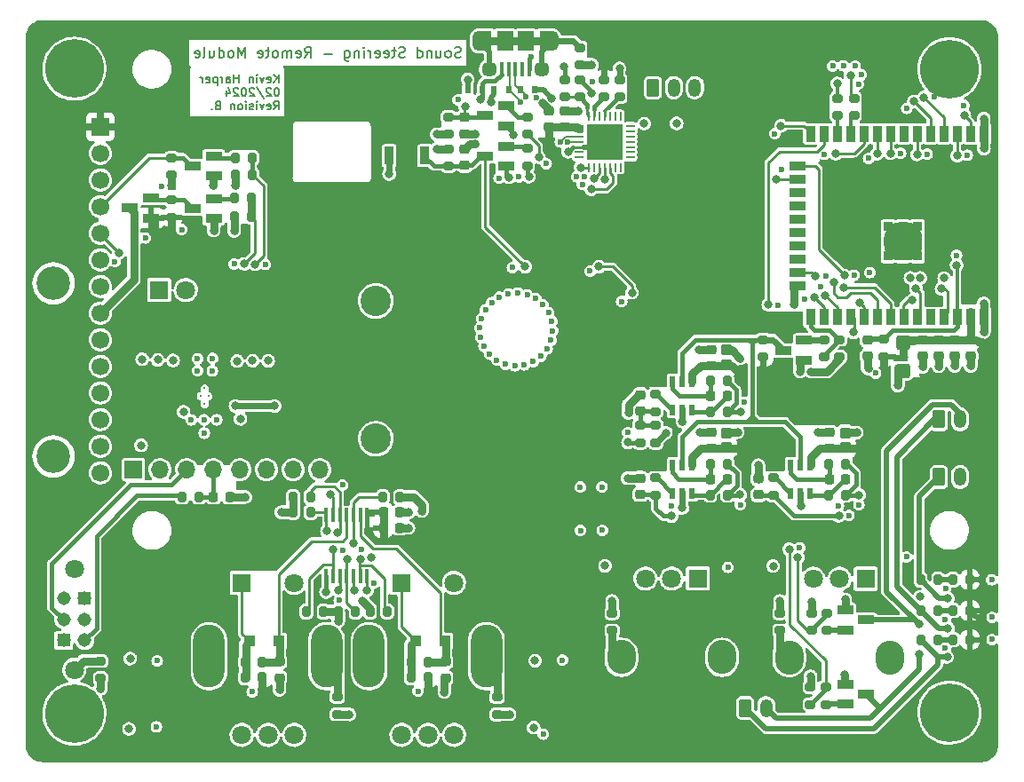
<source format=gbr>
%TF.GenerationSoftware,KiCad,Pcbnew,(6.0.11)*%
%TF.CreationDate,2024-03-19T14:29:21-04:00*%
%TF.ProjectId,Ultrasonic Sound Steering - Remote Rev. B,556c7472-6173-46f6-9e69-6320536f756e,rev?*%
%TF.SameCoordinates,Original*%
%TF.FileFunction,Copper,L4,Bot*%
%TF.FilePolarity,Positive*%
%FSLAX46Y46*%
G04 Gerber Fmt 4.6, Leading zero omitted, Abs format (unit mm)*
G04 Created by KiCad (PCBNEW (6.0.11)) date 2024-03-19 14:29:21*
%MOMM*%
%LPD*%
G01*
G04 APERTURE LIST*
G04 Aperture macros list*
%AMRoundRect*
0 Rectangle with rounded corners*
0 $1 Rounding radius*
0 $2 $3 $4 $5 $6 $7 $8 $9 X,Y pos of 4 corners*
0 Add a 4 corners polygon primitive as box body*
4,1,4,$2,$3,$4,$5,$6,$7,$8,$9,$2,$3,0*
0 Add four circle primitives for the rounded corners*
1,1,$1+$1,$2,$3*
1,1,$1+$1,$4,$5*
1,1,$1+$1,$6,$7*
1,1,$1+$1,$8,$9*
0 Add four rect primitives between the rounded corners*
20,1,$1+$1,$2,$3,$4,$5,0*
20,1,$1+$1,$4,$5,$6,$7,0*
20,1,$1+$1,$6,$7,$8,$9,0*
20,1,$1+$1,$8,$9,$2,$3,0*%
G04 Aperture macros list end*
%ADD10C,0.200000*%
%TA.AperFunction,NonConductor*%
%ADD11C,0.200000*%
%TD*%
%ADD12C,0.150000*%
%TA.AperFunction,NonConductor*%
%ADD13C,0.150000*%
%TD*%
%TA.AperFunction,ComponentPad*%
%ADD14R,1.308000X1.308000*%
%TD*%
%TA.AperFunction,ComponentPad*%
%ADD15C,1.308000*%
%TD*%
%TA.AperFunction,ComponentPad*%
%ADD16R,1.800000X1.800000*%
%TD*%
%TA.AperFunction,ComponentPad*%
%ADD17C,1.800000*%
%TD*%
%TA.AperFunction,ComponentPad*%
%ADD18O,3.000000X6.000000*%
%TD*%
%TA.AperFunction,ConnectorPad*%
%ADD19C,5.600000*%
%TD*%
%TA.AperFunction,ComponentPad*%
%ADD20C,3.600000*%
%TD*%
%TA.AperFunction,ComponentPad*%
%ADD21R,1.700000X1.700000*%
%TD*%
%TA.AperFunction,ComponentPad*%
%ADD22C,1.700000*%
%TD*%
%TA.AperFunction,ComponentPad*%
%ADD23O,2.720000X3.240000*%
%TD*%
%TA.AperFunction,ComponentPad*%
%ADD24C,0.300000*%
%TD*%
%TA.AperFunction,SMDPad,CuDef*%
%ADD25R,0.600000X0.700000*%
%TD*%
%TA.AperFunction,SMDPad,CuDef*%
%ADD26RoundRect,0.200000X-0.275000X0.200000X-0.275000X-0.200000X0.275000X-0.200000X0.275000X0.200000X0*%
%TD*%
%TA.AperFunction,SMDPad,CuDef*%
%ADD27RoundRect,0.200000X0.275000X-0.200000X0.275000X0.200000X-0.275000X0.200000X-0.275000X-0.200000X0*%
%TD*%
%TA.AperFunction,SMDPad,CuDef*%
%ADD28R,1.600200X0.863600*%
%TD*%
%TA.AperFunction,SMDPad,CuDef*%
%ADD29RoundRect,0.200000X0.200000X0.275000X-0.200000X0.275000X-0.200000X-0.275000X0.200000X-0.275000X0*%
%TD*%
%TA.AperFunction,ComponentPad*%
%ADD30O,1.700000X1.700000*%
%TD*%
%TA.AperFunction,ComponentPad*%
%ADD31C,3.200000*%
%TD*%
%TA.AperFunction,ComponentPad*%
%ADD32C,2.900000*%
%TD*%
%TA.AperFunction,SMDPad,CuDef*%
%ADD33RoundRect,0.200000X-0.200000X-0.275000X0.200000X-0.275000X0.200000X0.275000X-0.200000X0.275000X0*%
%TD*%
%TA.AperFunction,SMDPad,CuDef*%
%ADD34RoundRect,0.225000X-0.250000X0.225000X-0.250000X-0.225000X0.250000X-0.225000X0.250000X0.225000X0*%
%TD*%
%TA.AperFunction,SMDPad,CuDef*%
%ADD35R,0.355600X1.473200*%
%TD*%
%TA.AperFunction,SMDPad,CuDef*%
%ADD36R,0.558800X0.977900*%
%TD*%
%TA.AperFunction,ComponentPad*%
%ADD37RoundRect,0.250000X-0.350000X-0.625000X0.350000X-0.625000X0.350000X0.625000X-0.350000X0.625000X0*%
%TD*%
%TA.AperFunction,ComponentPad*%
%ADD38O,1.200000X1.750000*%
%TD*%
%TA.AperFunction,SMDPad,CuDef*%
%ADD39RoundRect,0.225000X-0.225000X-0.250000X0.225000X-0.250000X0.225000X0.250000X-0.225000X0.250000X0*%
%TD*%
%TA.AperFunction,SMDPad,CuDef*%
%ADD40RoundRect,0.250000X-0.425000X0.450000X-0.425000X-0.450000X0.425000X-0.450000X0.425000X0.450000X0*%
%TD*%
%TA.AperFunction,SMDPad,CuDef*%
%ADD41R,1.100000X1.100000*%
%TD*%
%TA.AperFunction,SMDPad,CuDef*%
%ADD42R,0.400000X1.350000*%
%TD*%
%TA.AperFunction,ComponentPad*%
%ADD43C,1.450000*%
%TD*%
%TA.AperFunction,SMDPad,CuDef*%
%ADD44R,1.200000X1.900000*%
%TD*%
%TA.AperFunction,SMDPad,CuDef*%
%ADD45R,1.500000X1.900000*%
%TD*%
%TA.AperFunction,ComponentPad*%
%ADD46O,1.200000X1.900000*%
%TD*%
%TA.AperFunction,SMDPad,CuDef*%
%ADD47RoundRect,0.225000X0.250000X-0.225000X0.250000X0.225000X-0.250000X0.225000X-0.250000X-0.225000X0*%
%TD*%
%TA.AperFunction,SMDPad,CuDef*%
%ADD48R,0.900000X1.500000*%
%TD*%
%TA.AperFunction,SMDPad,CuDef*%
%ADD49R,1.500000X0.900000*%
%TD*%
%TA.AperFunction,SMDPad,CuDef*%
%ADD50R,0.900000X0.900000*%
%TD*%
%TA.AperFunction,ComponentPad*%
%ADD51C,0.350000*%
%TD*%
%TA.AperFunction,SMDPad,CuDef*%
%ADD52RoundRect,0.250000X0.275000X-0.287500X0.275000X0.287500X-0.275000X0.287500X-0.275000X-0.287500X0*%
%TD*%
%TA.AperFunction,SMDPad,CuDef*%
%ADD53RoundRect,0.062500X-0.337500X-0.062500X0.337500X-0.062500X0.337500X0.062500X-0.337500X0.062500X0*%
%TD*%
%TA.AperFunction,SMDPad,CuDef*%
%ADD54RoundRect,0.062500X-0.062500X-0.337500X0.062500X-0.337500X0.062500X0.337500X-0.062500X0.337500X0*%
%TD*%
%TA.AperFunction,SMDPad,CuDef*%
%ADD55R,3.350000X3.350000*%
%TD*%
%TA.AperFunction,SMDPad,CuDef*%
%ADD56R,0.900000X1.700000*%
%TD*%
%TA.AperFunction,SMDPad,CuDef*%
%ADD57RoundRect,0.225000X0.225000X0.250000X-0.225000X0.250000X-0.225000X-0.250000X0.225000X-0.250000X0*%
%TD*%
%TA.AperFunction,ViaPad*%
%ADD58C,0.600000*%
%TD*%
%TA.AperFunction,ViaPad*%
%ADD59C,0.800000*%
%TD*%
%TA.AperFunction,Conductor*%
%ADD60C,0.800000*%
%TD*%
%TA.AperFunction,Conductor*%
%ADD61C,0.400000*%
%TD*%
%TA.AperFunction,Conductor*%
%ADD62C,0.300000*%
%TD*%
%TA.AperFunction,Conductor*%
%ADD63C,0.600000*%
%TD*%
%TA.AperFunction,Conductor*%
%ADD64C,0.500000*%
%TD*%
%TA.AperFunction,Conductor*%
%ADD65C,0.250000*%
%TD*%
%TA.AperFunction,Conductor*%
%ADD66C,0.200000*%
%TD*%
%TA.AperFunction,Conductor*%
%ADD67C,0.350000*%
%TD*%
G04 APERTURE END LIST*
D10*
D11*
X142380476Y-46444761D02*
X142237619Y-46492380D01*
X141999523Y-46492380D01*
X141904285Y-46444761D01*
X141856666Y-46397142D01*
X141809047Y-46301904D01*
X141809047Y-46206666D01*
X141856666Y-46111428D01*
X141904285Y-46063809D01*
X141999523Y-46016190D01*
X142190000Y-45968571D01*
X142285238Y-45920952D01*
X142332857Y-45873333D01*
X142380476Y-45778095D01*
X142380476Y-45682857D01*
X142332857Y-45587619D01*
X142285238Y-45540000D01*
X142190000Y-45492380D01*
X141951904Y-45492380D01*
X141809047Y-45540000D01*
X141237619Y-46492380D02*
X141332857Y-46444761D01*
X141380476Y-46397142D01*
X141428095Y-46301904D01*
X141428095Y-46016190D01*
X141380476Y-45920952D01*
X141332857Y-45873333D01*
X141237619Y-45825714D01*
X141094761Y-45825714D01*
X140999523Y-45873333D01*
X140951904Y-45920952D01*
X140904285Y-46016190D01*
X140904285Y-46301904D01*
X140951904Y-46397142D01*
X140999523Y-46444761D01*
X141094761Y-46492380D01*
X141237619Y-46492380D01*
X140047142Y-45825714D02*
X140047142Y-46492380D01*
X140475714Y-45825714D02*
X140475714Y-46349523D01*
X140428095Y-46444761D01*
X140332857Y-46492380D01*
X140190000Y-46492380D01*
X140094761Y-46444761D01*
X140047142Y-46397142D01*
X139570952Y-45825714D02*
X139570952Y-46492380D01*
X139570952Y-45920952D02*
X139523333Y-45873333D01*
X139428095Y-45825714D01*
X139285238Y-45825714D01*
X139190000Y-45873333D01*
X139142380Y-45968571D01*
X139142380Y-46492380D01*
X138237619Y-46492380D02*
X138237619Y-45492380D01*
X138237619Y-46444761D02*
X138332857Y-46492380D01*
X138523333Y-46492380D01*
X138618571Y-46444761D01*
X138666190Y-46397142D01*
X138713809Y-46301904D01*
X138713809Y-46016190D01*
X138666190Y-45920952D01*
X138618571Y-45873333D01*
X138523333Y-45825714D01*
X138332857Y-45825714D01*
X138237619Y-45873333D01*
X137047142Y-46444761D02*
X136904285Y-46492380D01*
X136666190Y-46492380D01*
X136570952Y-46444761D01*
X136523333Y-46397142D01*
X136475714Y-46301904D01*
X136475714Y-46206666D01*
X136523333Y-46111428D01*
X136570952Y-46063809D01*
X136666190Y-46016190D01*
X136856666Y-45968571D01*
X136951904Y-45920952D01*
X136999523Y-45873333D01*
X137047142Y-45778095D01*
X137047142Y-45682857D01*
X136999523Y-45587619D01*
X136951904Y-45540000D01*
X136856666Y-45492380D01*
X136618571Y-45492380D01*
X136475714Y-45540000D01*
X136190000Y-45825714D02*
X135809047Y-45825714D01*
X136047142Y-45492380D02*
X136047142Y-46349523D01*
X135999523Y-46444761D01*
X135904285Y-46492380D01*
X135809047Y-46492380D01*
X135094761Y-46444761D02*
X135190000Y-46492380D01*
X135380476Y-46492380D01*
X135475714Y-46444761D01*
X135523333Y-46349523D01*
X135523333Y-45968571D01*
X135475714Y-45873333D01*
X135380476Y-45825714D01*
X135190000Y-45825714D01*
X135094761Y-45873333D01*
X135047142Y-45968571D01*
X135047142Y-46063809D01*
X135523333Y-46159047D01*
X134237619Y-46444761D02*
X134332857Y-46492380D01*
X134523333Y-46492380D01*
X134618571Y-46444761D01*
X134666190Y-46349523D01*
X134666190Y-45968571D01*
X134618571Y-45873333D01*
X134523333Y-45825714D01*
X134332857Y-45825714D01*
X134237619Y-45873333D01*
X134190000Y-45968571D01*
X134190000Y-46063809D01*
X134666190Y-46159047D01*
X133761428Y-46492380D02*
X133761428Y-45825714D01*
X133761428Y-46016190D02*
X133713809Y-45920952D01*
X133666190Y-45873333D01*
X133570952Y-45825714D01*
X133475714Y-45825714D01*
X133142380Y-46492380D02*
X133142380Y-45825714D01*
X133142380Y-45492380D02*
X133190000Y-45540000D01*
X133142380Y-45587619D01*
X133094761Y-45540000D01*
X133142380Y-45492380D01*
X133142380Y-45587619D01*
X132666190Y-45825714D02*
X132666190Y-46492380D01*
X132666190Y-45920952D02*
X132618571Y-45873333D01*
X132523333Y-45825714D01*
X132380476Y-45825714D01*
X132285238Y-45873333D01*
X132237619Y-45968571D01*
X132237619Y-46492380D01*
X131332857Y-45825714D02*
X131332857Y-46635238D01*
X131380476Y-46730476D01*
X131428095Y-46778095D01*
X131523333Y-46825714D01*
X131666190Y-46825714D01*
X131761428Y-46778095D01*
X131332857Y-46444761D02*
X131428095Y-46492380D01*
X131618571Y-46492380D01*
X131713809Y-46444761D01*
X131761428Y-46397142D01*
X131809047Y-46301904D01*
X131809047Y-46016190D01*
X131761428Y-45920952D01*
X131713809Y-45873333D01*
X131618571Y-45825714D01*
X131428095Y-45825714D01*
X131332857Y-45873333D01*
X130094761Y-46111428D02*
X129332857Y-46111428D01*
X127523333Y-46492380D02*
X127856666Y-46016190D01*
X128094761Y-46492380D02*
X128094761Y-45492380D01*
X127713809Y-45492380D01*
X127618571Y-45540000D01*
X127570952Y-45587619D01*
X127523333Y-45682857D01*
X127523333Y-45825714D01*
X127570952Y-45920952D01*
X127618571Y-45968571D01*
X127713809Y-46016190D01*
X128094761Y-46016190D01*
X126713809Y-46444761D02*
X126809047Y-46492380D01*
X126999523Y-46492380D01*
X127094761Y-46444761D01*
X127142380Y-46349523D01*
X127142380Y-45968571D01*
X127094761Y-45873333D01*
X126999523Y-45825714D01*
X126809047Y-45825714D01*
X126713809Y-45873333D01*
X126666190Y-45968571D01*
X126666190Y-46063809D01*
X127142380Y-46159047D01*
X126237619Y-46492380D02*
X126237619Y-45825714D01*
X126237619Y-45920952D02*
X126190000Y-45873333D01*
X126094761Y-45825714D01*
X125951904Y-45825714D01*
X125856666Y-45873333D01*
X125809047Y-45968571D01*
X125809047Y-46492380D01*
X125809047Y-45968571D02*
X125761428Y-45873333D01*
X125666190Y-45825714D01*
X125523333Y-45825714D01*
X125428095Y-45873333D01*
X125380476Y-45968571D01*
X125380476Y-46492380D01*
X124761428Y-46492380D02*
X124856666Y-46444761D01*
X124904285Y-46397142D01*
X124951904Y-46301904D01*
X124951904Y-46016190D01*
X124904285Y-45920952D01*
X124856666Y-45873333D01*
X124761428Y-45825714D01*
X124618571Y-45825714D01*
X124523333Y-45873333D01*
X124475714Y-45920952D01*
X124428095Y-46016190D01*
X124428095Y-46301904D01*
X124475714Y-46397142D01*
X124523333Y-46444761D01*
X124618571Y-46492380D01*
X124761428Y-46492380D01*
X124142380Y-45825714D02*
X123761428Y-45825714D01*
X123999523Y-45492380D02*
X123999523Y-46349523D01*
X123951904Y-46444761D01*
X123856666Y-46492380D01*
X123761428Y-46492380D01*
X123047142Y-46444761D02*
X123142380Y-46492380D01*
X123332857Y-46492380D01*
X123428095Y-46444761D01*
X123475714Y-46349523D01*
X123475714Y-45968571D01*
X123428095Y-45873333D01*
X123332857Y-45825714D01*
X123142380Y-45825714D01*
X123047142Y-45873333D01*
X122999523Y-45968571D01*
X122999523Y-46063809D01*
X123475714Y-46159047D01*
X121809047Y-46492380D02*
X121809047Y-45492380D01*
X121475714Y-46206666D01*
X121142380Y-45492380D01*
X121142380Y-46492380D01*
X120523333Y-46492380D02*
X120618571Y-46444761D01*
X120666190Y-46397142D01*
X120713809Y-46301904D01*
X120713809Y-46016190D01*
X120666190Y-45920952D01*
X120618571Y-45873333D01*
X120523333Y-45825714D01*
X120380476Y-45825714D01*
X120285238Y-45873333D01*
X120237619Y-45920952D01*
X120190000Y-46016190D01*
X120190000Y-46301904D01*
X120237619Y-46397142D01*
X120285238Y-46444761D01*
X120380476Y-46492380D01*
X120523333Y-46492380D01*
X119332857Y-46492380D02*
X119332857Y-45492380D01*
X119332857Y-46444761D02*
X119428095Y-46492380D01*
X119618571Y-46492380D01*
X119713809Y-46444761D01*
X119761428Y-46397142D01*
X119809047Y-46301904D01*
X119809047Y-46016190D01*
X119761428Y-45920952D01*
X119713809Y-45873333D01*
X119618571Y-45825714D01*
X119428095Y-45825714D01*
X119332857Y-45873333D01*
X118428095Y-45825714D02*
X118428095Y-46492380D01*
X118856666Y-45825714D02*
X118856666Y-46349523D01*
X118809047Y-46444761D01*
X118713809Y-46492380D01*
X118570952Y-46492380D01*
X118475714Y-46444761D01*
X118428095Y-46397142D01*
X117809047Y-46492380D02*
X117904285Y-46444761D01*
X117951904Y-46349523D01*
X117951904Y-45492380D01*
X117047142Y-46444761D02*
X117142380Y-46492380D01*
X117332857Y-46492380D01*
X117428095Y-46444761D01*
X117475714Y-46349523D01*
X117475714Y-45968571D01*
X117428095Y-45873333D01*
X117332857Y-45825714D01*
X117142380Y-45825714D01*
X117047142Y-45873333D01*
X116999523Y-45968571D01*
X116999523Y-46063809D01*
X117475714Y-46159047D01*
D12*
D13*
X125022023Y-48863904D02*
X125022023Y-48063904D01*
X124564880Y-48863904D02*
X124907738Y-48406761D01*
X124564880Y-48063904D02*
X125022023Y-48521047D01*
X123917261Y-48825809D02*
X123993452Y-48863904D01*
X124145833Y-48863904D01*
X124222023Y-48825809D01*
X124260119Y-48749619D01*
X124260119Y-48444857D01*
X124222023Y-48368666D01*
X124145833Y-48330571D01*
X123993452Y-48330571D01*
X123917261Y-48368666D01*
X123879166Y-48444857D01*
X123879166Y-48521047D01*
X124260119Y-48597238D01*
X123612500Y-48330571D02*
X123422023Y-48863904D01*
X123231547Y-48330571D01*
X122926785Y-48863904D02*
X122926785Y-48330571D01*
X122926785Y-48063904D02*
X122964880Y-48102000D01*
X122926785Y-48140095D01*
X122888690Y-48102000D01*
X122926785Y-48063904D01*
X122926785Y-48140095D01*
X122545833Y-48330571D02*
X122545833Y-48863904D01*
X122545833Y-48406761D02*
X122507738Y-48368666D01*
X122431547Y-48330571D01*
X122317261Y-48330571D01*
X122241071Y-48368666D01*
X122202976Y-48444857D01*
X122202976Y-48863904D01*
X121212500Y-48863904D02*
X121212500Y-48063904D01*
X121212500Y-48444857D02*
X120755357Y-48444857D01*
X120755357Y-48863904D02*
X120755357Y-48063904D01*
X120031547Y-48863904D02*
X120031547Y-48444857D01*
X120069642Y-48368666D01*
X120145833Y-48330571D01*
X120298214Y-48330571D01*
X120374404Y-48368666D01*
X120031547Y-48825809D02*
X120107738Y-48863904D01*
X120298214Y-48863904D01*
X120374404Y-48825809D01*
X120412500Y-48749619D01*
X120412500Y-48673428D01*
X120374404Y-48597238D01*
X120298214Y-48559142D01*
X120107738Y-48559142D01*
X120031547Y-48521047D01*
X119650595Y-48863904D02*
X119650595Y-48330571D01*
X119650595Y-48482952D02*
X119612500Y-48406761D01*
X119574404Y-48368666D01*
X119498214Y-48330571D01*
X119422023Y-48330571D01*
X119155357Y-48330571D02*
X119155357Y-49130571D01*
X119155357Y-48368666D02*
X119079166Y-48330571D01*
X118926785Y-48330571D01*
X118850595Y-48368666D01*
X118812500Y-48406761D01*
X118774404Y-48482952D01*
X118774404Y-48711523D01*
X118812500Y-48787714D01*
X118850595Y-48825809D01*
X118926785Y-48863904D01*
X119079166Y-48863904D01*
X119155357Y-48825809D01*
X118126785Y-48825809D02*
X118202976Y-48863904D01*
X118355357Y-48863904D01*
X118431547Y-48825809D01*
X118469642Y-48749619D01*
X118469642Y-48444857D01*
X118431547Y-48368666D01*
X118355357Y-48330571D01*
X118202976Y-48330571D01*
X118126785Y-48368666D01*
X118088690Y-48444857D01*
X118088690Y-48521047D01*
X118469642Y-48597238D01*
X117745833Y-48863904D02*
X117745833Y-48330571D01*
X117745833Y-48482952D02*
X117707738Y-48406761D01*
X117669642Y-48368666D01*
X117593452Y-48330571D01*
X117517261Y-48330571D01*
X124869642Y-49351904D02*
X124793452Y-49351904D01*
X124717261Y-49390000D01*
X124679166Y-49428095D01*
X124641071Y-49504285D01*
X124602976Y-49656666D01*
X124602976Y-49847142D01*
X124641071Y-49999523D01*
X124679166Y-50075714D01*
X124717261Y-50113809D01*
X124793452Y-50151904D01*
X124869642Y-50151904D01*
X124945833Y-50113809D01*
X124983928Y-50075714D01*
X125022023Y-49999523D01*
X125060119Y-49847142D01*
X125060119Y-49656666D01*
X125022023Y-49504285D01*
X124983928Y-49428095D01*
X124945833Y-49390000D01*
X124869642Y-49351904D01*
X124298214Y-49428095D02*
X124260119Y-49390000D01*
X124183928Y-49351904D01*
X123993452Y-49351904D01*
X123917261Y-49390000D01*
X123879166Y-49428095D01*
X123841071Y-49504285D01*
X123841071Y-49580476D01*
X123879166Y-49694761D01*
X124336309Y-50151904D01*
X123841071Y-50151904D01*
X122926785Y-49313809D02*
X123612500Y-50342380D01*
X122698214Y-49428095D02*
X122660119Y-49390000D01*
X122583928Y-49351904D01*
X122393452Y-49351904D01*
X122317261Y-49390000D01*
X122279166Y-49428095D01*
X122241071Y-49504285D01*
X122241071Y-49580476D01*
X122279166Y-49694761D01*
X122736309Y-50151904D01*
X122241071Y-50151904D01*
X121745833Y-49351904D02*
X121669642Y-49351904D01*
X121593452Y-49390000D01*
X121555357Y-49428095D01*
X121517261Y-49504285D01*
X121479166Y-49656666D01*
X121479166Y-49847142D01*
X121517261Y-49999523D01*
X121555357Y-50075714D01*
X121593452Y-50113809D01*
X121669642Y-50151904D01*
X121745833Y-50151904D01*
X121822023Y-50113809D01*
X121860119Y-50075714D01*
X121898214Y-49999523D01*
X121936309Y-49847142D01*
X121936309Y-49656666D01*
X121898214Y-49504285D01*
X121860119Y-49428095D01*
X121822023Y-49390000D01*
X121745833Y-49351904D01*
X121174404Y-49428095D02*
X121136309Y-49390000D01*
X121060119Y-49351904D01*
X120869642Y-49351904D01*
X120793452Y-49390000D01*
X120755357Y-49428095D01*
X120717261Y-49504285D01*
X120717261Y-49580476D01*
X120755357Y-49694761D01*
X121212500Y-50151904D01*
X120717261Y-50151904D01*
X120031547Y-49618571D02*
X120031547Y-50151904D01*
X120222023Y-49313809D02*
X120412500Y-49885238D01*
X119917261Y-49885238D01*
X124564880Y-51439904D02*
X124831547Y-51058952D01*
X125022023Y-51439904D02*
X125022023Y-50639904D01*
X124717261Y-50639904D01*
X124641071Y-50678000D01*
X124602976Y-50716095D01*
X124564880Y-50792285D01*
X124564880Y-50906571D01*
X124602976Y-50982761D01*
X124641071Y-51020857D01*
X124717261Y-51058952D01*
X125022023Y-51058952D01*
X123917261Y-51401809D02*
X123993452Y-51439904D01*
X124145833Y-51439904D01*
X124222023Y-51401809D01*
X124260119Y-51325619D01*
X124260119Y-51020857D01*
X124222023Y-50944666D01*
X124145833Y-50906571D01*
X123993452Y-50906571D01*
X123917261Y-50944666D01*
X123879166Y-51020857D01*
X123879166Y-51097047D01*
X124260119Y-51173238D01*
X123612500Y-50906571D02*
X123422023Y-51439904D01*
X123231547Y-50906571D01*
X122926785Y-51439904D02*
X122926785Y-50906571D01*
X122926785Y-50639904D02*
X122964880Y-50678000D01*
X122926785Y-50716095D01*
X122888690Y-50678000D01*
X122926785Y-50639904D01*
X122926785Y-50716095D01*
X122583928Y-51401809D02*
X122507738Y-51439904D01*
X122355357Y-51439904D01*
X122279166Y-51401809D01*
X122241071Y-51325619D01*
X122241071Y-51287523D01*
X122279166Y-51211333D01*
X122355357Y-51173238D01*
X122469642Y-51173238D01*
X122545833Y-51135142D01*
X122583928Y-51058952D01*
X122583928Y-51020857D01*
X122545833Y-50944666D01*
X122469642Y-50906571D01*
X122355357Y-50906571D01*
X122279166Y-50944666D01*
X121898214Y-51439904D02*
X121898214Y-50906571D01*
X121898214Y-50639904D02*
X121936309Y-50678000D01*
X121898214Y-50716095D01*
X121860119Y-50678000D01*
X121898214Y-50639904D01*
X121898214Y-50716095D01*
X121402976Y-51439904D02*
X121479166Y-51401809D01*
X121517261Y-51363714D01*
X121555357Y-51287523D01*
X121555357Y-51058952D01*
X121517261Y-50982761D01*
X121479166Y-50944666D01*
X121402976Y-50906571D01*
X121288690Y-50906571D01*
X121212500Y-50944666D01*
X121174404Y-50982761D01*
X121136309Y-51058952D01*
X121136309Y-51287523D01*
X121174404Y-51363714D01*
X121212500Y-51401809D01*
X121288690Y-51439904D01*
X121402976Y-51439904D01*
X120793452Y-50906571D02*
X120793452Y-51439904D01*
X120793452Y-50982761D02*
X120755357Y-50944666D01*
X120679166Y-50906571D01*
X120564880Y-50906571D01*
X120488690Y-50944666D01*
X120450595Y-51020857D01*
X120450595Y-51439904D01*
X119193452Y-51020857D02*
X119079166Y-51058952D01*
X119041071Y-51097047D01*
X119002976Y-51173238D01*
X119002976Y-51287523D01*
X119041071Y-51363714D01*
X119079166Y-51401809D01*
X119155357Y-51439904D01*
X119460119Y-51439904D01*
X119460119Y-50639904D01*
X119193452Y-50639904D01*
X119117261Y-50678000D01*
X119079166Y-50716095D01*
X119041071Y-50792285D01*
X119041071Y-50868476D01*
X119079166Y-50944666D01*
X119117261Y-50982761D01*
X119193452Y-51020857D01*
X119460119Y-51020857D01*
X118660119Y-51363714D02*
X118622023Y-51401809D01*
X118660119Y-51439904D01*
X118698214Y-51401809D01*
X118660119Y-51363714D01*
X118660119Y-51439904D01*
D14*
%TO.P,P3,1,Pin_1*%
%TO.N,unconnected-(P3-Pad1)*%
X104530000Y-102070000D03*
D15*
%TO.P,P3,2,Pin_2*%
%TO.N,VBAT*%
X104530000Y-100070000D03*
%TO.P,P3,3,Pin_3*%
%TO.N,VMEAS*%
X104530000Y-98070000D03*
%TO.P,P3,4,Pin_4*%
%TO.N,Net-(P3-Pad4)*%
X106530000Y-102070000D03*
%TO.P,P3,5,Pin_5*%
%TO.N,GND*%
X106530000Y-100070000D03*
%TO.P,P3,6,Pin_6*%
%TO.N,unconnected-(P3-Pad6)*%
X106530000Y-98070000D03*
%TD*%
D16*
%TO.P,ENC1,1*%
%TO.N,Net-(D17-Pad2)*%
X121490000Y-96582500D03*
D17*
%TO.P,ENC1,2*%
%TO.N,GND*%
X126490000Y-96582500D03*
%TO.P,ENC1,A,A*%
%TO.N,Net-(D15-Pad2)*%
X121490000Y-111082500D03*
%TO.P,ENC1,B,B*%
%TO.N,Net-(D16-Pad2)*%
X126490000Y-111082500D03*
%TO.P,ENC1,C,C*%
%TO.N,GND*%
X123990000Y-111082500D03*
D18*
%TO.P,ENC1,S1,MP1*%
%TO.N,Net-(ENC1-PadS1)*%
X118390000Y-103582500D03*
%TO.P,ENC1,S2,MP2*%
X129590000Y-103582500D03*
%TD*%
D16*
%TO.P,ENC2,1,S1*%
%TO.N,Net-(D14-Pad2)*%
X136730000Y-96580000D03*
D17*
%TO.P,ENC2,2,S2*%
%TO.N,GND*%
X141730000Y-96580000D03*
%TO.P,ENC2,A,A*%
%TO.N,Net-(ENC2-PadA)*%
X136730000Y-111080000D03*
%TO.P,ENC2,B,B*%
%TO.N,Net-(ENC2-PadB)*%
X141730000Y-111080000D03*
%TO.P,ENC2,C,C*%
%TO.N,GND*%
X139230000Y-111080000D03*
D18*
%TO.P,ENC2,S1,MP1*%
%TO.N,Net-(ENC2-PadS1)*%
X133630000Y-103580000D03*
%TO.P,ENC2,S2,MP2*%
X144830000Y-103580000D03*
%TD*%
D14*
%TO.P,SW1,1*%
%TO.N,unconnected-(SW1-Pad1)*%
X106530000Y-98070000D03*
D15*
%TO.P,SW1,2*%
%TO.N,GND*%
X106530000Y-100070000D03*
%TO.P,SW1,3*%
%TO.N,Net-(P3-Pad4)*%
X106530000Y-102070000D03*
%TO.P,SW1,4*%
%TO.N,VMEAS*%
X104530000Y-98070000D03*
%TO.P,SW1,5*%
%TO.N,VBAT*%
X104530000Y-100070000D03*
%TO.P,SW1,6*%
%TO.N,unconnected-(SW1-Pad6)*%
X104530000Y-102070000D03*
D17*
%TO.P,SW1,SH1*%
%TO.N,Net-(R1-Pad1)*%
X105530000Y-95270000D03*
%TO.P,SW1,SH2*%
X105530000Y-104870000D03*
%TD*%
D19*
%TO.P,H3,1,1*%
%TO.N,GND*%
X188960999Y-108957999D03*
D20*
X188960999Y-108957999D03*
%TD*%
D16*
%TO.P,P1,1,Pin_1*%
%TO.N,GND*%
X113620000Y-68650000D03*
D17*
%TO.P,P1,2,Pin_2*%
%TO.N,Net-(D1-Pad2)*%
X116160000Y-68650000D03*
%TD*%
D20*
%TO.P,P9,*%
%TO.N,*%
X188960999Y-47572999D03*
D21*
%TO.P,P9,1,Pin_1*%
%TO.N,+3V3*%
X108011999Y-53062999D03*
D22*
%TO.P,P9,2,Pin_2*%
%TO.N,GND*%
X108008999Y-55601999D03*
%TO.P,P9,3,Pin_3*%
%TO.N,TFT_CS~*%
X108008999Y-58141999D03*
%TO.P,P9,4,Pin_4*%
%TO.N,Net-(P9-Pad4)*%
X108008999Y-60681999D03*
%TO.P,P9,5,Pin_5*%
%TO.N,TFT_DC*%
X108008999Y-63221999D03*
%TO.P,P9,6,Pin_6*%
%TO.N,TFT_MOSI*%
X108008999Y-65761999D03*
%TO.P,P9,7,Pin_7*%
%TO.N,TFT_SCK*%
X108008999Y-68301999D03*
%TO.P,P9,8,Pin_8*%
%TO.N,TFT_BL*%
X108008999Y-70838999D03*
%TO.P,P9,9,Pin_9*%
%TO.N,Net-(P9-Pad9)*%
X108008999Y-73378999D03*
%TO.P,P9,10,Pin_10*%
%TO.N,unconnected-(P9-Pad10)*%
X108008999Y-75918999D03*
%TO.P,P9,11,Pin_11*%
%TO.N,unconnected-(P9-Pad11)*%
X108008999Y-78458999D03*
%TO.P,P9,12,Pin_12*%
%TO.N,unconnected-(P9-Pad12)*%
X108008999Y-80998999D03*
%TO.P,P9,13,Pin_13*%
%TO.N,unconnected-(P9-Pad13)*%
X108008999Y-83538999D03*
%TO.P,P9,14,Pin_14*%
%TO.N,unconnected-(P9-Pad14)*%
X108008999Y-86078999D03*
%TD*%
D19*
%TO.P,H1,1,1*%
%TO.N,GND*%
X105539000Y-47538999D03*
D20*
X105539000Y-47538999D03*
%TD*%
D19*
%TO.P,H2,1,1*%
%TO.N,GND*%
X105538999Y-109060999D03*
D20*
X105538999Y-109060999D03*
%TD*%
D16*
%TO.P,RV2,1,1*%
%TO.N,Net-(R74-Pad2)*%
X180985400Y-96192800D03*
D17*
%TO.P,RV2,2,2*%
%TO.N,Net-(C38-Pad2)*%
X178485400Y-96192800D03*
%TO.P,RV2,3,3*%
%TO.N,Net-(R75-Pad1)*%
X175985400Y-96192800D03*
D23*
%TO.P,RV2,MH1,MH2*%
%TO.N,Net-(R6-Pad1)*%
X173685400Y-103692800D03*
%TO.P,RV2,MH2,MH1*%
X183285400Y-103692800D03*
%TD*%
D24*
%TO.P,U1,12,12*%
%TO.N,GND*%
X118312152Y-78773962D03*
%TO.P,U1,13*%
X117612152Y-78773962D03*
%TO.P,U1,14*%
X117962152Y-78023962D03*
%TO.P,U1,15*%
X117962152Y-79523962D03*
%TD*%
D16*
%TO.P,RV1,1,1*%
%TO.N,Net-(R64-Pad2)*%
X164985400Y-96175000D03*
D17*
%TO.P,RV1,2,2*%
%TO.N,Net-(C28-Pad2)*%
X162485400Y-96175000D03*
%TO.P,RV1,3,3*%
%TO.N,Net-(R65-Pad1)*%
X159985400Y-96175000D03*
D23*
%TO.P,RV1,MH1,MH2*%
%TO.N,Net-(R5-Pad1)*%
X157685400Y-103675000D03*
%TO.P,RV1,MH2,MH1*%
X167285400Y-103675000D03*
%TD*%
D19*
%TO.P,,1,1*%
%TO.N,GND*%
X188960999Y-47572999D03*
%TD*%
D25*
%TO.P,D8,1,A1*%
%TO.N,GND*%
X145535000Y-49550000D03*
%TO.P,D8,2,A2*%
%TO.N,/Digital/D-*%
X146935000Y-49550000D03*
%TD*%
D26*
%TO.P,R24,1*%
%TO.N,LB*%
X177300000Y-99475000D03*
%TO.P,R24,2*%
%TO.N,Net-(Q1-Pad1)*%
X177300000Y-101125000D03*
%TD*%
D27*
%TO.P,R12,1*%
%TO.N,Net-(R12-Pad1)*%
X153720000Y-50225000D03*
%TO.P,R12,2*%
%TO.N,VBUS*%
X153720000Y-48575000D03*
%TD*%
D28*
%TO.P,Q6,1,G*%
%TO.N,Net-(Q6-Pad1)*%
X118815500Y-55874999D03*
%TO.P,Q6,2,S*%
%TO.N,GND*%
X118815500Y-57775001D03*
%TO.P,Q6,3,D*%
%TO.N,Net-(P9-Pad4)*%
X116804500Y-56825000D03*
%TD*%
D29*
%TO.P,R3,1*%
%TO.N,Net-(C1-Pad1)*%
X117434970Y-88389962D03*
%TO.P,R3,2*%
%TO.N,Net-(P3-Pad4)*%
X115784970Y-88389962D03*
%TD*%
D21*
%TO.P,P2,1,Pin_1*%
%TO.N,unconnected-(P2-Pad1)*%
X111172114Y-85786461D03*
D30*
%TO.P,P2,2,Pin_2*%
%TO.N,GND*%
X113712114Y-85786461D03*
%TO.P,P2,3,Pin_3*%
%TO.N,VBAT*%
X116252114Y-85786461D03*
%TO.P,P2,4,Pin_4*%
%TO.N,Net-(C1-Pad1)*%
X118792114Y-85786461D03*
%TO.P,P2,5,Pin_5*%
%TO.N,GND*%
X121332114Y-85786461D03*
%TO.P,P2,6,Pin_6*%
%TO.N,unconnected-(P2-Pad6)*%
X123872114Y-85786461D03*
%TO.P,P2,7,Pin_7*%
%TO.N,GND*%
X126412114Y-85786461D03*
%TO.P,P2,8,Pin_8*%
%TO.N,+5V*%
X128952114Y-85786461D03*
D31*
%TO.P,P2,P$1,P$1*%
%TO.N,GND*%
X103552114Y-84517861D03*
%TO.P,P2,P$2,P$2*%
X103552114Y-68007861D03*
D32*
%TO.P,P2,S1,M1*%
X134286114Y-69692861D03*
%TO.P,P2,S2,M2*%
X134286114Y-82832861D03*
%TD*%
D33*
%TO.P,R70,1*%
%TO.N,Net-(C30-Pad1)*%
X166150000Y-85230000D03*
%TO.P,R70,2*%
%TO.N,ADC1_VPOTC*%
X167800000Y-85230000D03*
%TD*%
D34*
%TO.P,C14,1*%
%TO.N,GND*%
X142735000Y-55215000D03*
%TO.P,C14,2*%
%TO.N,RST~*%
X142735000Y-56765000D03*
%TD*%
D28*
%TO.P,Q4,1,G*%
%TO.N,Net-(Q4-Pad1)*%
X179025000Y-108125002D03*
%TO.P,Q4,2,S*%
%TO.N,GND*%
X179025000Y-106225000D03*
%TO.P,Q4,3,D*%
%TO.N,Net-(D11-Pad1)*%
X181036000Y-107175001D03*
%TD*%
D29*
%TO.P,R61,1*%
%TO.N,+3V3*%
X123440000Y-105605000D03*
%TO.P,R61,2*%
%TO.N,Net-(D17-Pad2)*%
X121790000Y-105605000D03*
%TD*%
D33*
%TO.P,R62,1*%
%TO.N,Net-(D17-Pad2)*%
X121790000Y-104130000D03*
%TO.P,R62,2*%
%TO.N,Sel2_Filt*%
X123440000Y-104130000D03*
%TD*%
D35*
%TO.P,U3,1,1A*%
%TO.N,Enc1A_Filt*%
X133455800Y-95921000D03*
%TO.P,U3,2,1Y*%
%TO.N,Enc1A*%
X132795400Y-95921000D03*
%TO.P,U3,3,2A*%
%TO.N,Enc1B_Filt*%
X132160400Y-95921000D03*
%TO.P,U3,4,2Y*%
%TO.N,Enc1B*%
X131500000Y-95921000D03*
%TO.P,U3,5,3A*%
%TO.N,Enc2B_Filt*%
X130839600Y-95921000D03*
%TO.P,U3,6,3Y*%
%TO.N,Enc2B*%
X130204600Y-95921000D03*
%TO.P,U3,7,GND*%
%TO.N,GND*%
X129544200Y-95921000D03*
%TO.P,U3,8,4Y*%
%TO.N,Enc2A*%
X129544200Y-90079000D03*
%TO.P,U3,9,4A*%
%TO.N,Enc2A_Filt*%
X130204600Y-90079000D03*
%TO.P,U3,10,5Y*%
%TO.N,Sel2*%
X130839600Y-90079000D03*
%TO.P,U3,11,5A*%
%TO.N,Sel2_Filt*%
X131500000Y-90079000D03*
%TO.P,U3,12,6Y*%
%TO.N,Sel1*%
X132160400Y-90079000D03*
%TO.P,U3,13,6A*%
%TO.N,Sel1_Filt*%
X132795400Y-90079000D03*
%TO.P,U3,14,VCC*%
%TO.N,+3V3*%
X133455800Y-90079000D03*
%TD*%
D26*
%TO.P,R2,1*%
%TO.N,Net-(ENC1-PadS1)*%
X130610000Y-107470000D03*
%TO.P,R2,2*%
%TO.N,GND*%
X130610000Y-109120000D03*
%TD*%
D27*
%TO.P,R11,1*%
%TO.N,GND*%
X153720000Y-47165000D03*
%TO.P,R11,2*%
%TO.N,Net-(P6-Pad6)*%
X153720000Y-45515000D03*
%TD*%
D28*
%TO.P,Q8,1*%
%TO.N,Net-(Q7-Pad3)*%
X112820500Y-59875000D03*
%TO.P,Q8,2*%
%TO.N,+3V3*%
X112820500Y-61775002D03*
%TO.P,Q8,3*%
%TO.N,TFT_BL*%
X110809500Y-60825001D03*
%TD*%
D26*
%TO.P,R35,1*%
%TO.N,MCU_HB*%
X177165500Y-106525000D03*
%TO.P,R35,2*%
%TO.N,Net-(Q4-Pad1)*%
X177165500Y-108175000D03*
%TD*%
D36*
%TO.P,U6,1*%
%TO.N,Net-(C31-Pad2)*%
X164440000Y-80115250D03*
%TO.P,U6,2*%
%TO.N,GND*%
X163489999Y-80115250D03*
%TO.P,U6,3*%
%TO.N,Net-(R69-Pad2)*%
X162539998Y-80115250D03*
%TO.P,U6,4*%
%TO.N,Net-(C31-Pad1)*%
X162539998Y-77384750D03*
%TO.P,U6,5*%
%TO.N,PD~*%
X163489999Y-77384750D03*
%TO.P,U6,6*%
%TO.N,+3V3*%
X164440000Y-77384750D03*
%TD*%
D26*
%TO.P,R60,1*%
%TO.N,Net-(Q7-Pad3)*%
X114820500Y-60050000D03*
%TO.P,R60,2*%
%TO.N,+3V3*%
X114820500Y-61700000D03*
%TD*%
D28*
%TO.P,Q3,1,G*%
%TO.N,Net-(Q3-Pad1)*%
X146730500Y-54939999D03*
%TO.P,Q3,2,S*%
%TO.N,RTS~*%
X146730500Y-56840001D03*
%TO.P,Q3,3,D*%
%TO.N,RST~*%
X144719500Y-55890000D03*
%TD*%
D27*
%TO.P,R25,1*%
%TO.N,LB*%
X175825000Y-101125000D03*
%TO.P,R25,2*%
%TO.N,GND*%
X175825000Y-99475000D03*
%TD*%
%TO.P,R68,1*%
%TO.N,Net-(C28-Pad2)*%
X160960000Y-88205000D03*
%TO.P,R68,2*%
%TO.N,Net-(R68-Pad2)*%
X160960000Y-86555000D03*
%TD*%
%TO.P,R41,1*%
%TO.N,+3V3*%
X171220000Y-75020000D03*
%TO.P,R41,2*%
%TO.N,PD~*%
X171220000Y-73370000D03*
%TD*%
D33*
%TO.P,R15,1*%
%TO.N,Enc2B*%
X127650000Y-99320000D03*
%TO.P,R15,2*%
%TO.N,GND*%
X129300000Y-99320000D03*
%TD*%
D36*
%TO.P,U7,1*%
%TO.N,Net-(C39-Pad2)*%
X175700001Y-88065250D03*
%TO.P,U7,2*%
%TO.N,GND*%
X174750000Y-88065250D03*
%TO.P,U7,3*%
%TO.N,Net-(R76-Pad2)*%
X173799999Y-88065250D03*
%TO.P,U7,4*%
%TO.N,Net-(C39-Pad1)*%
X173799999Y-85334750D03*
%TO.P,U7,5*%
%TO.N,PD~*%
X174750000Y-85334750D03*
%TO.P,U7,6*%
%TO.N,+3V3*%
X175700001Y-85334750D03*
%TD*%
D37*
%TO.P,P8,1,Pin_1*%
%TO.N,Net-(D11-Pad2)*%
X169490000Y-108510000D03*
D38*
%TO.P,P8,2,Pin_2*%
%TO.N,Net-(D11-Pad1)*%
X171490000Y-108510000D03*
%TD*%
D39*
%TO.P,C39,1*%
%TO.N,Net-(C39-Pad1)*%
X177495000Y-86710000D03*
%TO.P,C39,2*%
%TO.N,Net-(C39-Pad2)*%
X179045000Y-86710000D03*
%TD*%
D34*
%TO.P,C29,1*%
%TO.N,GND*%
X159499999Y-78630000D03*
%TO.P,C29,2*%
%TO.N,Net-(C29-Pad2)*%
X159499999Y-80180000D03*
%TD*%
D29*
%TO.P,R14,1*%
%TO.N,Enc1B*%
X132335000Y-99320000D03*
%TO.P,R14,2*%
%TO.N,GND*%
X130685000Y-99320000D03*
%TD*%
D28*
%TO.P,Q7,1,G*%
%TO.N,Net-(Q7-Pad1)*%
X118826000Y-59924999D03*
%TO.P,Q7,2,S*%
%TO.N,GND*%
X118826000Y-61825001D03*
%TO.P,Q7,3,D*%
%TO.N,Net-(Q7-Pad3)*%
X116815000Y-60875000D03*
%TD*%
D26*
%TO.P,R67,1*%
%TO.N,Net-(C29-Pad2)*%
X160960000Y-81570000D03*
%TO.P,R67,2*%
%TO.N,GND*%
X160960000Y-83220000D03*
%TD*%
%TO.P,R44,1*%
%TO.N,OA_LP*%
X178490000Y-73370000D03*
%TO.P,R44,2*%
%TO.N,GND*%
X178490000Y-75020000D03*
%TD*%
D25*
%TO.P,D5,1,A1*%
%TO.N,GND*%
X143035000Y-49550000D03*
%TO.P,D5,2,A2*%
%TO.N,VBUS*%
X144435000Y-49550000D03*
%TD*%
D40*
%TO.P,C27,1*%
%TO.N,+3V3*%
X184540000Y-73660000D03*
%TO.P,C27,2*%
%TO.N,GND*%
X184540000Y-76360000D03*
%TD*%
D29*
%TO.P,R55,1*%
%TO.N,TFT_BL{slash}PWM*%
X122445500Y-61675000D03*
%TO.P,R55,2*%
%TO.N,GND*%
X120795500Y-61675000D03*
%TD*%
D41*
%TO.P,D17,1,K*%
%TO.N,Sel2_Filt*%
X125012500Y-102130000D03*
%TO.P,D17,2,A*%
%TO.N,Net-(D17-Pad2)*%
X122212500Y-102130000D03*
%TD*%
D37*
%TO.P,P4,1,Pin_1*%
%TO.N,Net-(D4-Pad2)*%
X187970000Y-86480000D03*
D38*
%TO.P,P4,2,Pin_2*%
%TO.N,GND*%
X189970000Y-86480000D03*
%TD*%
D27*
%TO.P,R26,1*%
%TO.N,RTS~*%
X148705000Y-53775000D03*
%TO.P,R26,2*%
%TO.N,Net-(Q2-Pad1)*%
X148705000Y-52125000D03*
%TD*%
%TO.P,R50,1*%
%TO.N,Net-(R50-Pad1)*%
X179860000Y-52000000D03*
%TO.P,R50,2*%
%TO.N,TX2*%
X179860000Y-50350000D03*
%TD*%
D29*
%TO.P,R39,1*%
%TO.N,+3V3*%
X139262500Y-105586250D03*
%TO.P,R39,2*%
%TO.N,Net-(D14-Pad2)*%
X137612500Y-105586250D03*
%TD*%
%TO.P,R53,1*%
%TO.N,TFT_RST*%
X122505500Y-56025000D03*
%TO.P,R53,2*%
%TO.N,Net-(Q6-Pad1)*%
X120855500Y-56025000D03*
%TD*%
D27*
%TO.P,R27,1*%
%TO.N,DTR~*%
X148715000Y-56815000D03*
%TO.P,R27,2*%
%TO.N,Net-(Q3-Pad1)*%
X148715000Y-55165000D03*
%TD*%
D26*
%TO.P,R28,1*%
%TO.N,IO0~*%
X141205000Y-52135000D03*
%TO.P,R28,2*%
%TO.N,GND*%
X141205000Y-53785000D03*
%TD*%
D42*
%TO.P,P6,1,VBUS*%
%TO.N,VBUS*%
X146285000Y-47582500D03*
%TO.P,P6,2,D-*%
%TO.N,/Digital/D-*%
X146935000Y-47582500D03*
%TO.P,P6,3,D+*%
%TO.N,/Digital/D+*%
X147585000Y-47582500D03*
%TO.P,P6,4,ID*%
%TO.N,unconnected-(P6-Pad4)*%
X148235000Y-47582500D03*
%TO.P,P6,5,GND*%
%TO.N,GND*%
X148885000Y-47582500D03*
D43*
%TO.P,P6,6,Shield*%
%TO.N,Net-(P6-Pad6)*%
X150085000Y-47582500D03*
D44*
X150485000Y-44882500D03*
D45*
X146585000Y-44882500D03*
D44*
X144685000Y-44882500D03*
D46*
X151085000Y-44882500D03*
D43*
X145085000Y-47582500D03*
D46*
X144085000Y-44882500D03*
D45*
X148585000Y-44882500D03*
%TD*%
D47*
%TO.P,C25,1*%
%TO.N,GND*%
X186400000Y-74965000D03*
%TO.P,C25,2*%
%TO.N,+3V3*%
X186400000Y-73415000D03*
%TD*%
D48*
%TO.P,U4,1,GND*%
%TO.N,GND*%
X192240000Y-71245000D03*
%TO.P,U4,2,3V3*%
%TO.N,+3V3*%
X190970000Y-71245000D03*
%TO.P,U4,3,EN*%
%TO.N,RST~*%
X189700000Y-71245000D03*
%TO.P,U4,4,SENSOR_VP*%
%TO.N,ADC2_VPOTD*%
X188430000Y-71245000D03*
%TO.P,U4,5,SENSOR_VN*%
%TO.N,unconnected-(U4-Pad5)*%
X187160000Y-71245000D03*
%TO.P,U4,6,IO34*%
%TO.N,ADC1_VPOTC*%
X185890000Y-71245000D03*
%TO.P,U4,7,IO35*%
%TO.N,Net-(R42-Pad3)*%
X184620000Y-71245000D03*
%TO.P,U4,8,IO32*%
%TO.N,Sel1*%
X183350000Y-71245000D03*
%TO.P,U4,9,IO33*%
%TO.N,Sel2*%
X182080000Y-71245000D03*
%TO.P,U4,10,IO25*%
%TO.N,Net-(R42-Pad1)*%
X180810000Y-71245000D03*
%TO.P,U4,11,IO26*%
%TO.N,MCU_HB*%
X179540000Y-71245000D03*
%TO.P,U4,12,IO27*%
%TO.N,Enc2A*%
X178270000Y-71245000D03*
%TO.P,U4,13,IO14*%
%TO.N,Enc2B*%
X177000000Y-71245000D03*
%TO.P,U4,14,IO12*%
%TO.N,OA_LP*%
X175730000Y-71245000D03*
D49*
%TO.P,U4,15,GND*%
%TO.N,GND*%
X174480000Y-68210000D03*
%TO.P,U4,16,IO13*%
%TO.N,Enc1A*%
X174480000Y-66940000D03*
%TO.P,U4,17,SHD/SD2*%
%TO.N,unconnected-(U4-Pad17)*%
X174480000Y-65670000D03*
%TO.P,U4,18,SWP/SD3*%
%TO.N,unconnected-(U4-Pad18)*%
X174480000Y-64400000D03*
%TO.P,U4,19,SCS/CMD*%
%TO.N,unconnected-(U4-Pad19)*%
X174480000Y-63130000D03*
%TO.P,U4,20,SCK/CLK*%
%TO.N,unconnected-(U4-Pad20)*%
X174480000Y-61860000D03*
%TO.P,U4,21,SDO/SD0*%
%TO.N,unconnected-(U4-Pad21)*%
X174480000Y-60590000D03*
%TO.P,U4,22,SDI/SD1*%
%TO.N,unconnected-(U4-Pad22)*%
X174480000Y-59320000D03*
%TO.P,U4,23,IO15*%
%TO.N,Net-(R46-Pad1)*%
X174480000Y-58050000D03*
%TO.P,U4,24,IO2*%
%TO.N,LB*%
X174480000Y-56780000D03*
D48*
%TO.P,U4,25,IO0*%
%TO.N,IO0~*%
X175730000Y-53745000D03*
%TO.P,U4,26,IO4*%
%TO.N,Enc1B*%
X177000000Y-53745000D03*
%TO.P,U4,27,IO16*%
%TO.N,Net-(R49-Pad1)*%
X178270000Y-53745000D03*
%TO.P,U4,28,IO17*%
%TO.N,Net-(R50-Pad1)*%
X179540000Y-53745000D03*
%TO.P,U4,29,IO5*%
%TO.N,Net-(R45-Pad1)*%
X180810000Y-53745000D03*
%TO.P,U4,30,IO18*%
%TO.N,Net-(R47-Pad1)*%
X182080000Y-53745000D03*
%TO.P,U4,31,IO19*%
%TO.N,TFT_MISO*%
X183350000Y-53745000D03*
%TO.P,U4,32,NC*%
%TO.N,unconnected-(U4-Pad32)*%
X184620000Y-53745000D03*
%TO.P,U4,33,IO21*%
%TO.N,TFT_BL{slash}PWM*%
X185890000Y-53745000D03*
%TO.P,U4,34,RXD0*%
%TO.N,ESP32_RXD0*%
X187160000Y-53745000D03*
%TO.P,U4,35,TXD0*%
%TO.N,ESP32_TXD0*%
X188430000Y-53745000D03*
%TO.P,U4,36,IO22*%
%TO.N,TFT_RST*%
X189700000Y-53745000D03*
%TO.P,U4,37,IO23*%
%TO.N,Net-(R48-Pad1)*%
X190970000Y-53745000D03*
%TO.P,U4,38,GND*%
%TO.N,GND*%
X192240000Y-53745000D03*
D50*
%TO.P,U4,39_1,GND*%
X185920000Y-65395000D03*
%TO.P,U4,39_2,GND*%
X185920000Y-63995000D03*
%TO.P,U4,39_3,GND*%
X185920000Y-62595000D03*
%TO.P,U4,39_4,GND*%
X184520000Y-65395000D03*
%TO.P,U4,39_5,GND*%
X184520000Y-63995000D03*
%TO.P,U4,39_6,GND*%
X184520000Y-62595000D03*
%TO.P,U4,39_7,GND*%
X183120000Y-65395000D03*
%TO.P,U4,39_8,GND*%
X183120000Y-63995000D03*
%TO.P,U4,39_9,GND*%
X183120000Y-62595000D03*
D51*
%TO.P,U4,39_10,GND*%
X185920000Y-64695000D03*
%TO.P,U4,39_11,GND*%
X185920000Y-63295000D03*
%TO.P,U4,39_12,GND*%
X185220000Y-65395000D03*
%TO.P,U4,39_13,GND*%
X185220000Y-63995000D03*
%TO.P,U4,39_14,GND*%
X185220000Y-62595000D03*
%TO.P,U4,39_15,GND*%
X184520000Y-64695000D03*
%TO.P,U4,39_16,GND*%
X184520000Y-63295000D03*
%TO.P,U4,39_17,GND*%
X183820000Y-65395000D03*
%TO.P,U4,39_18,GND*%
X183820000Y-63995000D03*
%TO.P,U4,39_19,GND*%
X183820000Y-62595000D03*
%TO.P,U4,39_20,GND*%
X183120000Y-64695000D03*
%TO.P,U4,39_21,GND*%
X183120000Y-63295000D03*
%TD*%
D29*
%TO.P,R57,1*%
%TO.N,TFT_BL{slash}PWM*%
X122445500Y-59875000D03*
%TO.P,R57,2*%
%TO.N,Net-(Q7-Pad1)*%
X120795500Y-59875000D03*
%TD*%
%TO.P,R51,1*%
%TO.N,TFT_RST*%
X122505500Y-57625000D03*
%TO.P,R51,2*%
%TO.N,GND*%
X120855500Y-57625000D03*
%TD*%
D52*
%TO.P,C34,1*%
%TO.N,+3V3*%
X167730000Y-75802500D03*
%TO.P,C34,2*%
%TO.N,GND*%
X167730000Y-74377500D03*
%TD*%
D27*
%TO.P,R38,1*%
%TO.N,+3V3*%
X182680000Y-75015000D03*
%TO.P,R38,2*%
%TO.N,RST~*%
X182680000Y-73365000D03*
%TD*%
D29*
%TO.P,R17,1*%
%TO.N,Enc2A*%
X128050000Y-89850000D03*
%TO.P,R17,2*%
%TO.N,GND*%
X126400000Y-89850000D03*
%TD*%
D39*
%TO.P,C1,1*%
%TO.N,Net-(C1-Pad1)*%
X118809970Y-88389962D03*
%TO.P,C1,2*%
%TO.N,GND*%
X120359970Y-88389962D03*
%TD*%
D29*
%TO.P,R10,1*%
%TO.N,Net-(R10-Pad1)*%
X187880000Y-96270000D03*
%TO.P,R10,2*%
%TO.N,Net-(D4-Pad2)*%
X186230000Y-96270000D03*
%TD*%
%TO.P,R22,1*%
%TO.N,+3V3*%
X190930000Y-99220000D03*
%TO.P,R22,2*%
%TO.N,Net-(R22-Pad2)*%
X189280000Y-99220000D03*
%TD*%
%TO.P,R31,1*%
%TO.N,Net-(R30-Pad2)*%
X187870000Y-101990000D03*
%TO.P,R31,2*%
%TO.N,Net-(D11-Pad2)*%
X186220000Y-101990000D03*
%TD*%
D53*
%TO.P,U2,1,~{DCD}*%
%TO.N,unconnected-(U2-Pad1)*%
X153655000Y-56000000D03*
%TO.P,U2,2,~{RI}/CLK*%
%TO.N,unconnected-(U2-Pad2)*%
X153655000Y-55500000D03*
%TO.P,U2,3,GND*%
%TO.N,GND*%
X153655000Y-55000000D03*
%TO.P,U2,4,D+*%
%TO.N,/Digital/D+*%
X153655000Y-54500000D03*
%TO.P,U2,5,D-*%
%TO.N,/Digital/D-*%
X153655000Y-54000000D03*
%TO.P,U2,6,VDD*%
%TO.N,+3V3*%
X153655000Y-53500000D03*
%TO.P,U2,7,VREGIN*%
X153655000Y-53000000D03*
D54*
%TO.P,U2,8,VBUS*%
%TO.N,Net-(R12-Pad1)*%
X154605000Y-52050000D03*
%TO.P,U2,9,~{RST}*%
%TO.N,Net-(R18-Pad2)*%
X155105000Y-52050000D03*
%TO.P,U2,10,NC*%
%TO.N,unconnected-(U2-Pad10)*%
X155605000Y-52050000D03*
%TO.P,U2,11,~{SUSPEND}*%
%TO.N,Net-(R21-Pad1)*%
X156105000Y-52050000D03*
%TO.P,U2,12,SUSPEND*%
%TO.N,unconnected-(U2-Pad12)*%
X156605000Y-52050000D03*
%TO.P,U2,13,CHREN*%
%TO.N,unconnected-(U2-Pad13)*%
X157105000Y-52050000D03*
%TO.P,U2,14,CHR1*%
%TO.N,unconnected-(U2-Pad14)*%
X157605000Y-52050000D03*
D53*
%TO.P,U2,15,CHR0*%
%TO.N,unconnected-(U2-Pad15)*%
X158555000Y-53000000D03*
%TO.P,U2,16,~{WAKEUP}/GPIO.3*%
%TO.N,unconnected-(U2-Pad16)*%
X158555000Y-53500000D03*
%TO.P,U2,17,RS485/GPIO.2*%
%TO.N,unconnected-(U2-Pad17)*%
X158555000Y-54000000D03*
%TO.P,U2,18,~{RXT}/GPIO.1*%
%TO.N,unconnected-(U2-Pad18)*%
X158555000Y-54500000D03*
%TO.P,U2,19,~{TXT}/GPIO.0*%
%TO.N,unconnected-(U2-Pad19)*%
X158555000Y-55000000D03*
%TO.P,U2,20,GPIO.6*%
%TO.N,unconnected-(U2-Pad20)*%
X158555000Y-55500000D03*
%TO.P,U2,21,GPIO.5*%
%TO.N,unconnected-(U2-Pad21)*%
X158555000Y-56000000D03*
D54*
%TO.P,U2,22,GPIO.4*%
%TO.N,unconnected-(U2-Pad22)*%
X157605000Y-56950000D03*
%TO.P,U2,23,~{CTS}*%
%TO.N,unconnected-(U2-Pad23)*%
X157105000Y-56950000D03*
%TO.P,U2,24,~{RTS}*%
%TO.N,RTS~*%
X156605000Y-56950000D03*
%TO.P,U2,25,RXD*%
%TO.N,ESP32_TXD0*%
X156105000Y-56950000D03*
%TO.P,U2,26,TXD*%
%TO.N,ESP32_RXD0*%
X155605000Y-56950000D03*
%TO.P,U2,27,~{DSR}*%
%TO.N,unconnected-(U2-Pad27)*%
X155105000Y-56950000D03*
%TO.P,U2,28,~{DTR}*%
%TO.N,DTR~*%
X154605000Y-56950000D03*
D55*
%TO.P,U2,29,GND*%
%TO.N,GND*%
X156105000Y-54500000D03*
%TD*%
D47*
%TO.P,C41,1*%
%TO.N,+3V3*%
X177520000Y-83760000D03*
%TO.P,C41,2*%
%TO.N,GND*%
X177520000Y-82210000D03*
%TD*%
D33*
%TO.P,R72,1*%
%TO.N,Net-(C30-Pad2)*%
X166155000Y-88190000D03*
%TO.P,R72,2*%
%TO.N,ADC1_VPOTC*%
X167805000Y-88190000D03*
%TD*%
D27*
%TO.P,R5,1*%
%TO.N,Net-(R5-Pad1)*%
X156810000Y-101125000D03*
%TO.P,R5,2*%
%TO.N,GND*%
X156810000Y-99475000D03*
%TD*%
D37*
%TO.P,P7,1,Pin_1*%
%TO.N,Net-(D10-Pad2)*%
X187970000Y-80980000D03*
D38*
%TO.P,P7,2,Pin_2*%
%TO.N,Net-(D10-Pad1)*%
X189970000Y-80980000D03*
%TD*%
D27*
%TO.P,R49,1*%
%TO.N,Net-(R49-Pad1)*%
X178290000Y-52000000D03*
%TO.P,R49,2*%
%TO.N,RX2*%
X178290000Y-50350000D03*
%TD*%
%TO.P,R16,1*%
%TO.N,Net-(R12-Pad1)*%
X152270000Y-50225000D03*
%TO.P,R16,2*%
%TO.N,GND*%
X152270000Y-48575000D03*
%TD*%
D52*
%TO.P,C40,1*%
%TO.N,+3V3*%
X179020000Y-83697500D03*
%TO.P,C40,2*%
%TO.N,GND*%
X179020000Y-82272500D03*
%TD*%
D29*
%TO.P,R30,1*%
%TO.N,+3V3*%
X190930000Y-101990000D03*
%TO.P,R30,2*%
%TO.N,Net-(R30-Pad2)*%
X189280000Y-101990000D03*
%TD*%
D27*
%TO.P,R58,1*%
%TO.N,+3V3*%
X114820000Y-57675000D03*
%TO.P,R58,2*%
%TO.N,Net-(P9-Pad4)*%
X114820000Y-56025000D03*
%TD*%
D34*
%TO.P,C19,1*%
%TO.N,Sel1_Filt*%
X140927500Y-104086250D03*
%TO.P,C19,2*%
%TO.N,GND*%
X140927500Y-105636250D03*
%TD*%
D27*
%TO.P,R21,1*%
%TO.N,Net-(R21-Pad1)*%
X157515000Y-50245000D03*
%TO.P,R21,2*%
%TO.N,GND*%
X157515000Y-48595000D03*
%TD*%
D29*
%TO.P,R13,1*%
%TO.N,Enc1A*%
X135375000Y-99320000D03*
%TO.P,R13,2*%
%TO.N,GND*%
X133725000Y-99320000D03*
%TD*%
D25*
%TO.P,D6,1,A1*%
%TO.N,GND*%
X149435000Y-49550000D03*
%TO.P,D6,2,A2*%
%TO.N,/Digital/D+*%
X148035000Y-49550000D03*
%TD*%
D28*
%TO.P,Q1,1,G*%
%TO.N,Net-(Q1-Pad1)*%
X179030000Y-101070001D03*
%TO.P,Q1,2,S*%
%TO.N,GND*%
X179030000Y-99169999D03*
%TO.P,Q1,3,D*%
%TO.N,Net-(D10-Pad1)*%
X181041000Y-100120000D03*
%TD*%
D29*
%TO.P,R23,1*%
%TO.N,Net-(R22-Pad2)*%
X187875000Y-99220000D03*
%TO.P,R23,2*%
%TO.N,Net-(D10-Pad2)*%
X186225000Y-99220000D03*
%TD*%
D47*
%TO.P,C18,1*%
%TO.N,GND*%
X181140000Y-74965000D03*
%TO.P,C18,2*%
%TO.N,RST~*%
X181140000Y-73415000D03*
%TD*%
D26*
%TO.P,R1,1*%
%TO.N,Net-(R1-Pad1)*%
X108050000Y-104030000D03*
%TO.P,R1,2*%
%TO.N,GND*%
X108050000Y-105680000D03*
%TD*%
D37*
%TO.P,P5,1,Pin_1*%
%TO.N,Net-(P5-Pad1)*%
X160700000Y-49350000D03*
D38*
%TO.P,P5,2,Pin_2*%
%TO.N,GND*%
X162700000Y-49350000D03*
%TO.P,P5,3,Pin_3*%
%TO.N,Net-(P5-Pad3)*%
X164700000Y-49350000D03*
%TD*%
D33*
%TO.P,R78,1*%
%TO.N,Net-(C39-Pad2)*%
X177445000Y-88190000D03*
%TO.P,R78,2*%
%TO.N,ADC2_VPOTD*%
X179095000Y-88190000D03*
%TD*%
D34*
%TO.P,C11,1*%
%TO.N,GND*%
X152275000Y-51580000D03*
%TO.P,C11,2*%
%TO.N,+3V3*%
X152275000Y-53130000D03*
%TD*%
%TO.P,C16,1*%
%TO.N,IO0~*%
X142735000Y-52185000D03*
%TO.P,C16,2*%
%TO.N,GND*%
X142735000Y-53735000D03*
%TD*%
D33*
%TO.P,R71,1*%
%TO.N,Net-(C31-Pad1)*%
X166155000Y-77320000D03*
%TO.P,R71,2*%
%TO.N,ADC0_VBAT*%
X167805000Y-77320000D03*
%TD*%
D27*
%TO.P,R43,1*%
%TO.N,OA_LP*%
X177010000Y-75020000D03*
%TO.P,R43,2*%
%TO.N,Net-(Q5-Pad1)*%
X177010000Y-73370000D03*
%TD*%
D47*
%TO.P,C35,1*%
%TO.N,+3V3*%
X166230000Y-75864999D03*
%TO.P,C35,2*%
%TO.N,GND*%
X166230000Y-74314999D03*
%TD*%
D26*
%TO.P,R4,1*%
%TO.N,Net-(ENC2-PadS1)*%
X145850000Y-107480000D03*
%TO.P,R4,2*%
%TO.N,GND*%
X145850000Y-109130000D03*
%TD*%
D47*
%TO.P,C24,1*%
%TO.N,GND*%
X187930000Y-74965000D03*
%TO.P,C24,2*%
%TO.N,+3V3*%
X187930000Y-73415000D03*
%TD*%
D29*
%TO.P,R9,1*%
%TO.N,+3V3*%
X190931831Y-96270000D03*
%TO.P,R9,2*%
%TO.N,Net-(R10-Pad1)*%
X189281831Y-96270000D03*
%TD*%
D36*
%TO.P,U5,1*%
%TO.N,Net-(C30-Pad2)*%
X164440001Y-88060001D03*
%TO.P,U5,2*%
%TO.N,GND*%
X163490000Y-88060001D03*
%TO.P,U5,3*%
%TO.N,Net-(R68-Pad2)*%
X162539999Y-88060001D03*
%TO.P,U5,4*%
%TO.N,Net-(C30-Pad1)*%
X162539999Y-85329501D03*
%TO.P,U5,5*%
%TO.N,PD~*%
X163490000Y-85329501D03*
%TO.P,U5,6*%
%TO.N,+3V3*%
X164440001Y-85329501D03*
%TD*%
D39*
%TO.P,C31,1*%
%TO.N,Net-(C31-Pad1)*%
X166205000Y-78780000D03*
%TO.P,C31,2*%
%TO.N,Net-(C31-Pad2)*%
X167755000Y-78780000D03*
%TD*%
D34*
%TO.P,C10,1*%
%TO.N,GND*%
X150815000Y-51580000D03*
%TO.P,C10,2*%
%TO.N,+3V3*%
X150815000Y-53130000D03*
%TD*%
D27*
%TO.P,R36,1*%
%TO.N,MCU_HB*%
X175705500Y-108175000D03*
%TO.P,R36,2*%
%TO.N,GND*%
X175705500Y-106525000D03*
%TD*%
D56*
%TO.P,SW3,1,1*%
%TO.N,RST~*%
X138950000Y-55830000D03*
%TO.P,SW3,2,2*%
%TO.N,GND*%
X135550000Y-55830000D03*
%TD*%
D29*
%TO.P,R19,1*%
%TO.N,Sel2*%
X128050000Y-88390000D03*
%TO.P,R19,2*%
%TO.N,GND*%
X126400000Y-88390000D03*
%TD*%
D27*
%TO.P,R69,1*%
%TO.N,Net-(C29-Pad2)*%
X160960000Y-80230000D03*
%TO.P,R69,2*%
%TO.N,Net-(R69-Pad2)*%
X160960000Y-78580000D03*
%TD*%
D34*
%TO.P,C26,1*%
%TO.N,Sel2_Filt*%
X125090000Y-104080000D03*
%TO.P,C26,2*%
%TO.N,GND*%
X125090000Y-105630000D03*
%TD*%
D27*
%TO.P,R66,1*%
%TO.N,VMEAS*%
X159490000Y-83220001D03*
%TO.P,R66,2*%
%TO.N,Net-(C29-Pad2)*%
X159490000Y-81570001D03*
%TD*%
D47*
%TO.P,C22,1*%
%TO.N,GND*%
X190987500Y-74960000D03*
%TO.P,C22,2*%
%TO.N,+3V3*%
X190987500Y-73410000D03*
%TD*%
D33*
%TO.P,R20,1*%
%TO.N,Sel1*%
X134935000Y-88390000D03*
%TO.P,R20,2*%
%TO.N,GND*%
X136585000Y-88390000D03*
%TD*%
D26*
%TO.P,R29,1*%
%TO.N,GND*%
X141205000Y-55180000D03*
%TO.P,R29,2*%
%TO.N,RST~*%
X141205000Y-56830000D03*
%TD*%
D33*
%TO.P,R73,1*%
%TO.N,Net-(C31-Pad2)*%
X166155000Y-80240000D03*
%TO.P,R73,2*%
%TO.N,ADC0_VBAT*%
X167805000Y-80240000D03*
%TD*%
D28*
%TO.P,Q5,1,G*%
%TO.N,Net-(Q5-Pad1)*%
X175106000Y-73444998D03*
%TO.P,Q5,2,S*%
%TO.N,GND*%
X175106000Y-75345000D03*
%TO.P,Q5,3,D*%
%TO.N,PD~*%
X173095000Y-74394999D03*
%TD*%
D47*
%TO.P,C33,1*%
%TO.N,+3V3*%
X166230000Y-83750000D03*
%TO.P,C33,2*%
%TO.N,GND*%
X166230000Y-82200000D03*
%TD*%
D28*
%TO.P,Q2,1,G*%
%TO.N,Net-(Q2-Pad1)*%
X146720500Y-51069999D03*
%TO.P,Q2,2,S*%
%TO.N,DTR~*%
X146720500Y-52970001D03*
%TO.P,Q2,3,D*%
%TO.N,IO0~*%
X144709500Y-52020000D03*
%TD*%
D34*
%TO.P,C38,1*%
%TO.N,GND*%
X170750000Y-86625000D03*
%TO.P,C38,2*%
%TO.N,Net-(C38-Pad2)*%
X170750000Y-88175000D03*
%TD*%
D26*
%TO.P,R18,1*%
%TO.N,+3V3*%
X156055000Y-48590000D03*
%TO.P,R18,2*%
%TO.N,Net-(R18-Pad2)*%
X156055000Y-50240000D03*
%TD*%
D47*
%TO.P,C23,1*%
%TO.N,GND*%
X189457500Y-74970000D03*
%TO.P,C23,2*%
%TO.N,+3V3*%
X189457500Y-73420000D03*
%TD*%
D52*
%TO.P,C32,1*%
%TO.N,+3V3*%
X167720000Y-83687500D03*
%TO.P,C32,2*%
%TO.N,GND*%
X167720000Y-82262500D03*
%TD*%
D34*
%TO.P,C28,1*%
%TO.N,GND*%
X159485532Y-86600000D03*
%TO.P,C28,2*%
%TO.N,Net-(C28-Pad2)*%
X159485532Y-88150000D03*
%TD*%
D27*
%TO.P,R76,1*%
%TO.N,Net-(C38-Pad2)*%
X172210000Y-88225000D03*
%TO.P,R76,2*%
%TO.N,Net-(R76-Pad2)*%
X172210000Y-86575000D03*
%TD*%
D33*
%TO.P,R40,1*%
%TO.N,Net-(D14-Pad2)*%
X137627500Y-104136250D03*
%TO.P,R40,2*%
%TO.N,Sel1_Filt*%
X139277500Y-104136250D03*
%TD*%
D41*
%TO.P,D14,1,K*%
%TO.N,Sel1_Filt*%
X140850000Y-102121250D03*
%TO.P,D14,2,A*%
%TO.N,Net-(D14-Pad2)*%
X138050000Y-102121250D03*
%TD*%
D57*
%TO.P,C12,1*%
%TO.N,GND*%
X136535000Y-91330000D03*
%TO.P,C12,2*%
%TO.N,+3V3*%
X134985000Y-91330000D03*
%TD*%
D39*
%TO.P,C30,1*%
%TO.N,Net-(C30-Pad1)*%
X166205000Y-86690000D03*
%TO.P,C30,2*%
%TO.N,Net-(C30-Pad2)*%
X167755000Y-86690000D03*
%TD*%
%TO.P,C13,1*%
%TO.N,+3V3*%
X134985000Y-89850000D03*
%TO.P,C13,2*%
%TO.N,GND*%
X136535000Y-89850000D03*
%TD*%
D27*
%TO.P,R6,1*%
%TO.N,Net-(R6-Pad1)*%
X172810000Y-101125000D03*
%TO.P,R6,2*%
%TO.N,GND*%
X172810000Y-99475000D03*
%TD*%
D33*
%TO.P,R77,1*%
%TO.N,Net-(C39-Pad1)*%
X177445000Y-85230000D03*
%TO.P,R77,2*%
%TO.N,ADC2_VPOTD*%
X179095000Y-85230000D03*
%TD*%
D58*
%TO.N,GND*%
X118704970Y-75173962D03*
X134134500Y-96578600D03*
D59*
X165160000Y-82205000D03*
X140090001Y-53785001D03*
D58*
X146031944Y-57983056D03*
X154121971Y-57859474D03*
X130783082Y-98256823D03*
X151057997Y-71637128D03*
D59*
X179029999Y-98160001D03*
D58*
X162452624Y-89256463D03*
X119114970Y-81033962D03*
X149283756Y-75475108D03*
X169380000Y-79340000D03*
D59*
X178989999Y-105289999D03*
D58*
X144734892Y-70543756D03*
D59*
X168770000Y-82195000D03*
X122532152Y-75383962D03*
X152245000Y-47320000D03*
X158280000Y-86599999D03*
X170750000Y-85362625D03*
D58*
X144282003Y-73162872D03*
X149605000Y-50264500D03*
X149115000Y-46382500D03*
D59*
X110865000Y-103800000D03*
D58*
X177830000Y-47270000D03*
D59*
X150175000Y-50790000D03*
D58*
X138312998Y-106909858D03*
X131093931Y-87232181D03*
X132885381Y-93382753D03*
D59*
X138680000Y-89730000D03*
D58*
X117274970Y-76353962D03*
X184872850Y-94112663D03*
X153425000Y-57830000D03*
D59*
X189457500Y-75892500D03*
X186178543Y-97901457D03*
X125250000Y-89850000D03*
X192250000Y-72650000D03*
D58*
X154959977Y-48755023D03*
D59*
X168990000Y-75170000D03*
X120770000Y-63010000D03*
D58*
X190652786Y-55795122D03*
X109396518Y-65944744D03*
X169031633Y-89118975D03*
D59*
X140812500Y-106986250D03*
D58*
X150605108Y-74256244D03*
X193016915Y-101975882D03*
X181380000Y-66980000D03*
X188584538Y-97127654D03*
X186832255Y-55686805D03*
D59*
X162958355Y-52751427D03*
D58*
X192987119Y-96284930D03*
D59*
X112004970Y-75253962D03*
X143733698Y-54708698D03*
D58*
X187520000Y-50220000D03*
X174681970Y-93211731D03*
D59*
X111910000Y-83460000D03*
D58*
X117912152Y-81033962D03*
X184895535Y-51325500D03*
X180300000Y-49010000D03*
X179877283Y-67235500D03*
X146636668Y-75715528D03*
X144200000Y-72260000D03*
X189640000Y-65330497D03*
X180330000Y-89139503D03*
X115769500Y-62874500D03*
D59*
X172155400Y-94975000D03*
X121834970Y-88389962D03*
X186400000Y-75990000D03*
X163505001Y-81180001D03*
D58*
X175122338Y-69489482D03*
X151140000Y-72540000D03*
X147925879Y-57849064D03*
D59*
X165090000Y-74370000D03*
X130696300Y-100239553D03*
X145265000Y-50700000D03*
D58*
X113359482Y-110320419D03*
D59*
X187930000Y-75930000D03*
D58*
X179378205Y-90140367D03*
D59*
X157515000Y-47505000D03*
X152605500Y-55448638D03*
X137428191Y-89850001D03*
X175720000Y-105500000D03*
X154875000Y-47160000D03*
X180120000Y-82250000D03*
D58*
X117922152Y-82303962D03*
X172960000Y-57134500D03*
X150745108Y-70786244D03*
X178381371Y-89241743D03*
X150250000Y-111000000D03*
D59*
X113484970Y-75313962D03*
X143779999Y-53735001D03*
D58*
X172638974Y-70145500D03*
X149526244Y-69464892D03*
D59*
X186180000Y-67500000D03*
X159860000Y-52770000D03*
D58*
X113440000Y-104000000D03*
D59*
X125090000Y-106780000D03*
X172810000Y-98315000D03*
D58*
X116684970Y-81033962D03*
X176700000Y-68320000D03*
D59*
X131727500Y-109125000D03*
D58*
X155840000Y-87440000D03*
D59*
X158367655Y-80367655D03*
D58*
X167840000Y-95100000D03*
X144594892Y-74013756D03*
X193038428Y-99844837D03*
D59*
X124014970Y-75393962D03*
D58*
X177030000Y-55710000D03*
X152061611Y-103944037D03*
X154700534Y-66844221D03*
D59*
X114944970Y-75363962D03*
X108050000Y-106674460D03*
D58*
X123729398Y-66204491D03*
X184299501Y-55590000D03*
D59*
X192245000Y-55165000D03*
X149330000Y-110390000D03*
X132970000Y-98280000D03*
X121062152Y-75423962D03*
X156130000Y-94954998D03*
D58*
X117264970Y-75193962D03*
D59*
X192240000Y-52290000D03*
X176390000Y-82210000D03*
D58*
X145117345Y-74754666D03*
X188570000Y-100050000D03*
D59*
X184040000Y-77770000D03*
X135550000Y-57570000D03*
X140105000Y-55170000D03*
D58*
X113870779Y-58743152D03*
D59*
X192245000Y-69925000D03*
D58*
X172305288Y-53730000D03*
X150024666Y-74952655D03*
X178850000Y-47250000D03*
D59*
X118826000Y-62974500D03*
X115954970Y-80263962D03*
D58*
X153800000Y-91590000D03*
D59*
X190987500Y-75897500D03*
X175790000Y-76430000D03*
X175825000Y-98365000D03*
D58*
X181245017Y-56092061D03*
X190333168Y-51041654D03*
D59*
X181233155Y-76132154D03*
X161926610Y-82263283D03*
D58*
X145813756Y-75335108D03*
X122492988Y-106963735D03*
X177180000Y-67300000D03*
X145315334Y-69847345D03*
D59*
X133873812Y-94156785D03*
D58*
X112296206Y-63688274D03*
D59*
X153575000Y-51580000D03*
D58*
X150528816Y-56580298D03*
D59*
X120850000Y-58690000D03*
X163505000Y-89430000D03*
X118800000Y-58720000D03*
D58*
X142125000Y-50500000D03*
D59*
X110750000Y-110500000D03*
D58*
X155870000Y-91570000D03*
D59*
X149454999Y-104006001D03*
D58*
X118694970Y-76363962D03*
D59*
X174710000Y-76420000D03*
D58*
X181919966Y-76576689D03*
D59*
X147030000Y-109125000D03*
D58*
X148432872Y-75787997D03*
D59*
X121372152Y-80933962D03*
D58*
X144354472Y-71366668D03*
D59*
X156810000Y-98305000D03*
X185240000Y-67500000D03*
D58*
X148703332Y-69084472D03*
X153780000Y-87450000D03*
X147810000Y-68930000D03*
D59*
X143035000Y-48570000D03*
D58*
X150985528Y-73433332D03*
X120768570Y-66163573D03*
X147300000Y-66500000D03*
X131151292Y-93453710D03*
X146907128Y-69012003D03*
D59*
X129540000Y-97450000D03*
X151055000Y-50364500D03*
D58*
X147530000Y-75870000D03*
X150222655Y-70045334D03*
X188560000Y-102810000D03*
X146056244Y-69324892D03*
D59*
X188460000Y-67510000D03*
D58*
X179980000Y-47270000D03*
X153965000Y-58555500D03*
D59*
X174780000Y-89275000D03*
X174137915Y-69994500D03*
X137386595Y-91340001D03*
D58*
X180540000Y-48100000D03*
X158294347Y-82240844D03*
X157720000Y-69730000D03*
D59*
%TO.N,TFT_DC*%
X109810000Y-65090000D03*
%TO.N,TFT_MISO*%
X183349999Y-55589999D03*
%TO.N,RST~*%
X158700000Y-68900000D03*
X155550000Y-66420000D03*
X148520000Y-66420000D03*
X189640000Y-66280000D03*
%TO.N,IO0~*%
X142785000Y-51120000D03*
X172915000Y-52975000D03*
%TO.N,Enc1A_Filt*%
X133460000Y-97280000D03*
%TO.N,LB*%
X178927926Y-67270954D03*
X174504500Y-94144500D03*
%TO.N,Enc1B_Filt*%
X132274500Y-97265900D03*
%TO.N,Enc2A_Filt*%
X129977345Y-88165500D03*
%TO.N,MCU_HB*%
X179820000Y-72690000D03*
X173710000Y-93370000D03*
%TO.N,Enc2B_Filt*%
X130725500Y-97305000D03*
%TO.N,Net-(C28-Pad2)*%
X162485400Y-90205400D03*
%TO.N,ADC0_VBAT*%
X169060000Y-80240000D03*
%TO.N,ADC1_VPOTC*%
X169000000Y-88170000D03*
X185766054Y-68464417D03*
%TO.N,TFT_RST*%
X189703767Y-55825420D03*
X122773897Y-66190312D03*
%TO.N,Net-(C38-Pad2)*%
X178430000Y-90190000D03*
%TO.N,RX2*%
X178270000Y-48939500D03*
%TO.N,TX2*%
X179540000Y-48140000D03*
%TO.N,Enc1A*%
X132820000Y-94330000D03*
X176201394Y-67303341D03*
%TO.N,Enc1B*%
X131540000Y-94320000D03*
X171694782Y-70045218D03*
%TO.N,Enc2A*%
X129624500Y-91638055D03*
X177147835Y-69157257D03*
%TO.N,Enc2B*%
X130204600Y-93380710D03*
X176060000Y-69340000D03*
%TO.N,Sel1*%
X132160400Y-92769600D03*
X178845500Y-68430000D03*
%TO.N,Sel2*%
X130661023Y-91802600D03*
X177911539Y-67945265D03*
%TO.N,Net-(D10-Pad1)*%
X186070000Y-100540000D03*
%TO.N,Net-(D10-Pad2)*%
X188830000Y-100900000D03*
%TO.N,Net-(D11-Pad1)*%
X186110000Y-103350000D03*
%TO.N,Net-(D11-Pad2)*%
X188750000Y-103640000D03*
%TO.N,ADC2_VPOTD*%
X180330000Y-88190000D03*
X188213272Y-68530087D03*
D58*
%TO.N,+3V3*%
X134580000Y-79860000D03*
X109780000Y-75570000D03*
D59*
X182710000Y-76050000D03*
D58*
X156720000Y-70730000D03*
X148720000Y-78730000D03*
X110770000Y-73590000D03*
X110790000Y-78640000D03*
D59*
X123440000Y-106895000D03*
D58*
X177450000Y-93690000D03*
X143058000Y-66500000D03*
X134570000Y-73770000D03*
X109780000Y-76660000D03*
D59*
X150805000Y-54220000D03*
D58*
X133580000Y-77840000D03*
X134580000Y-78790000D03*
X116510000Y-72850000D03*
X145720000Y-81730000D03*
X155120000Y-81940000D03*
X109790000Y-77640000D03*
X110790000Y-82660000D03*
X138816000Y-66500000D03*
X119580000Y-73840000D03*
X157120000Y-79950000D03*
X153720000Y-73730000D03*
X117490000Y-73840000D03*
X148120000Y-88940000D03*
X177450000Y-92660000D03*
D59*
X184550000Y-75010500D03*
X112409999Y-110314689D03*
D58*
X145886000Y-66500000D03*
X110790000Y-79640000D03*
X134580000Y-77840000D03*
X110780000Y-75570000D03*
X109770000Y-73590000D03*
D59*
X168830000Y-83700000D03*
X171220000Y-76140000D03*
D58*
X150720000Y-76730000D03*
X139336000Y-59700000D03*
X151720000Y-75730000D03*
X109790000Y-81660000D03*
X110790000Y-81660000D03*
D59*
X113219500Y-62974500D03*
D58*
X153790000Y-88530000D03*
D59*
X168800000Y-76480000D03*
D58*
X152120000Y-84940000D03*
D59*
X139262500Y-106911250D03*
X115084970Y-83213964D03*
D58*
X177450000Y-91690000D03*
X133570000Y-72770000D03*
D59*
X168835398Y-94967082D03*
D58*
X155720000Y-71730000D03*
X140230000Y-66500000D03*
X156120000Y-80950000D03*
X152720000Y-74730000D03*
X154720000Y-72730000D03*
X110780000Y-76660000D03*
X137922000Y-59700000D03*
X129438000Y-59700000D03*
X110790000Y-80590000D03*
D59*
X114820000Y-58720000D03*
D58*
X116510000Y-73850000D03*
X109780000Y-74570000D03*
D59*
X151115001Y-103869999D03*
D58*
X133680000Y-59700000D03*
X134580000Y-75840000D03*
D59*
X112531942Y-103722536D03*
D58*
X133580000Y-75840000D03*
X110790000Y-83610000D03*
X143720000Y-83730000D03*
D59*
X192090000Y-99890000D03*
D58*
X151120000Y-85940000D03*
X144720000Y-82730000D03*
X130852000Y-59700000D03*
X133580000Y-76840000D03*
X110790000Y-77640000D03*
X130332000Y-66500000D03*
X134574000Y-66500000D03*
X153790000Y-89500000D03*
X132266000Y-59700000D03*
X149720000Y-77730000D03*
X118490000Y-72840000D03*
D59*
X134985000Y-92485000D03*
D58*
X144472000Y-66500000D03*
X117490000Y-72840000D03*
X133570000Y-73770000D03*
D59*
X151012501Y-110263513D03*
D58*
X119580000Y-72840000D03*
X126610000Y-59700000D03*
X118490000Y-73840000D03*
X109790000Y-83610000D03*
X149120000Y-87940000D03*
X131746000Y-66500000D03*
X134570000Y-72770000D03*
X109790000Y-79640000D03*
D59*
X192037663Y-96275514D03*
D58*
X137402000Y-66500000D03*
X146720000Y-80730000D03*
X134580000Y-76840000D03*
D59*
X192206309Y-73698592D03*
D58*
X109790000Y-82660000D03*
D59*
X192067518Y-101990000D03*
D58*
X153120000Y-83940000D03*
D59*
X156030000Y-47450000D03*
D58*
X133580000Y-78790000D03*
X140750000Y-59700000D03*
D59*
X108170000Y-111300000D03*
D58*
X133160000Y-66500000D03*
X128024000Y-59700000D03*
X135094000Y-59700000D03*
X155850000Y-88510000D03*
X154120000Y-82940000D03*
X110780000Y-74570000D03*
X109790000Y-78640000D03*
X147720000Y-79730000D03*
X155840000Y-90510000D03*
X109790000Y-80590000D03*
X133570000Y-74860000D03*
X153790000Y-90530000D03*
D59*
X114820000Y-62974500D03*
D58*
X179510000Y-92660000D03*
X133580000Y-79860000D03*
X179510000Y-91670000D03*
X134570000Y-74860000D03*
X155850000Y-89500000D03*
X179500000Y-93670000D03*
X136508000Y-59700000D03*
X141644000Y-66500000D03*
D59*
X184860400Y-95062082D03*
D58*
X135988000Y-66500000D03*
X150120000Y-86940000D03*
D59*
X180160000Y-83720000D03*
%TO.N,VBUS*%
X154826920Y-49853070D03*
X144245000Y-50450000D03*
%TO.N,DTR~*%
X147415000Y-53858697D03*
X153795270Y-56949514D03*
X148875023Y-57822987D03*
%TO.N,RTS~*%
X149807193Y-55963195D03*
X146977650Y-57898237D03*
X154804881Y-59040481D03*
%TO.N,ESP32_TXD0*%
X156106000Y-58067469D03*
X186545377Y-50262362D03*
%TO.N,ESP32_RXD0*%
X155057490Y-58021833D03*
X185575088Y-50662354D03*
%TO.N,TFT_BL{slash}PWM*%
X121718000Y-66151811D03*
X185883077Y-55711614D03*
%TO.N,Net-(R42-Pad1)*%
X180395000Y-69860000D03*
%TO.N,/Power/VIN*%
X124622152Y-79703962D03*
X120902152Y-79703962D03*
D58*
%TO.N,/Digital/D+*%
X152565000Y-54500000D03*
X148555000Y-50230000D03*
%TO.N,/Digital/D-*%
X148075000Y-50720000D03*
X151865000Y-54520000D03*
D59*
%TO.N,Net-(D4-Pad2)*%
X188810000Y-98050000D03*
%TO.N,VMEAS*%
X158320000Y-83190000D03*
%TO.N,Net-(R45-Pad1)*%
X178119943Y-55639943D03*
%TO.N,Net-(R46-Pad1)*%
X172479282Y-58081298D03*
%TO.N,Net-(R47-Pad1)*%
X182080000Y-55640000D03*
%TO.N,Net-(R48-Pad1)*%
X190380000Y-51990000D03*
%TO.N,Net-(R42-Pad3)*%
X185425500Y-69600000D03*
%TD*%
D60*
%TO.N,GND*%
X187930000Y-74965000D02*
X187930000Y-75930000D01*
D61*
X152270000Y-47345000D02*
X152245000Y-47320000D01*
D60*
X168765000Y-82200000D02*
X167650000Y-82200000D01*
D62*
X129540000Y-97450000D02*
X129544200Y-97445800D01*
D60*
X172810000Y-99475000D02*
X172810000Y-98315000D01*
X192245000Y-71185000D02*
X192245000Y-69925000D01*
X126400000Y-88390000D02*
X126400000Y-89850000D01*
X147030000Y-109125000D02*
X145855000Y-109125000D01*
X158367655Y-80367655D02*
X158374999Y-80360311D01*
X133725000Y-99320000D02*
X133725000Y-99032918D01*
X184520000Y-63295000D02*
X185920000Y-63295000D01*
D63*
X157515000Y-48595000D02*
X157515000Y-47505000D01*
D60*
X184520000Y-64695000D02*
X183120000Y-63295000D01*
D64*
X149435000Y-49550000D02*
X150240500Y-49550000D01*
D60*
X165090000Y-74370000D02*
X165095000Y-74365000D01*
X152275000Y-51580000D02*
X153575000Y-51580000D01*
X184040000Y-77455000D02*
X184040000Y-76545000D01*
X130685000Y-99347082D02*
X130685000Y-99320000D01*
D61*
X148885000Y-47582500D02*
X148885000Y-46612500D01*
D60*
X165160000Y-82205000D02*
X165165000Y-82200000D01*
D63*
X163505000Y-79940500D02*
X163505000Y-81180000D01*
D60*
X130696300Y-100239553D02*
X130696300Y-99358382D01*
D63*
X160969893Y-83220000D02*
X161926610Y-82263283D01*
D61*
X148885000Y-46612500D02*
X149115000Y-46382500D01*
D60*
X140812500Y-105676250D02*
X140812500Y-106986250D01*
X125090000Y-106780000D02*
X125090000Y-105705000D01*
X178490000Y-75217082D02*
X178490000Y-75020000D01*
D64*
X150240500Y-49550000D02*
X151055000Y-50364500D01*
D60*
X143241302Y-54708698D02*
X143733698Y-54708698D01*
X184540000Y-76360000D02*
X184240000Y-76060000D01*
X118826000Y-62974500D02*
X118826000Y-61825001D01*
D65*
X155605000Y-55000000D02*
X156105000Y-54500000D01*
D60*
X140115000Y-55180000D02*
X140105000Y-55170000D01*
X170750000Y-85362625D02*
X170750000Y-86677374D01*
X133510000Y-98820000D02*
X132970000Y-98280000D01*
D61*
X129544200Y-97445800D02*
X129544200Y-95921000D01*
D64*
X143035000Y-49550000D02*
X143035000Y-48570000D01*
D60*
X153720000Y-47165000D02*
X154870000Y-47165000D01*
X141205000Y-53785000D02*
X140090001Y-53785001D01*
D61*
X152270000Y-48575000D02*
X152270000Y-47345000D01*
D60*
X141205000Y-55180000D02*
X140115000Y-55180000D01*
X120855500Y-58674500D02*
X120855500Y-57625000D01*
X178990000Y-106240000D02*
X178989999Y-105289999D01*
X131722500Y-109120000D02*
X130537500Y-109120000D01*
X183820000Y-62595000D02*
X183120000Y-63295000D01*
X150815000Y-51580000D02*
X150815000Y-51430000D01*
X142735000Y-53735000D02*
X143779999Y-53735001D01*
X175720000Y-105500000D02*
X175720000Y-106240000D01*
X183820000Y-62595000D02*
X185220000Y-62595000D01*
D63*
X174760000Y-88015500D02*
X174760000Y-89255000D01*
D65*
X153655000Y-55000000D02*
X155605000Y-55000000D01*
D60*
X165165000Y-82200000D02*
X166280000Y-82200000D01*
X174706000Y-76416000D02*
X174706000Y-75439500D01*
D61*
X152605500Y-55448638D02*
X153054138Y-55000000D01*
D60*
X185220000Y-65395000D02*
X183820000Y-65395000D01*
X189457500Y-74970000D02*
X189457500Y-75892500D01*
X142735000Y-55215000D02*
X143241302Y-54708698D01*
D64*
X154070000Y-55000000D02*
X156020000Y-55000000D01*
D60*
X181140000Y-74965000D02*
X181140000Y-76038999D01*
X192250000Y-72650000D02*
X192250000Y-71000000D01*
X174137915Y-69994500D02*
X174137915Y-68317915D01*
X150815000Y-51430000D02*
X150175000Y-50790000D01*
X129300000Y-99320000D02*
X130685000Y-99320000D01*
D64*
X145535000Y-49550000D02*
X145535000Y-49988199D01*
D60*
X130696300Y-99358382D02*
X130685000Y-99347082D01*
X184040000Y-77770000D02*
X184040000Y-76860000D01*
X138680000Y-89190000D02*
X137880000Y-88390000D01*
X133725000Y-99032918D02*
X133185000Y-98492918D01*
X159337562Y-78630000D02*
X159499999Y-78630000D01*
D65*
X160960000Y-83220000D02*
X160969893Y-83220000D01*
D60*
X120770000Y-63010000D02*
X120770000Y-61700500D01*
X137880000Y-88390000D02*
X136585000Y-88390000D01*
X185220000Y-62595000D02*
X185920000Y-63295000D01*
X183820000Y-62595000D02*
X185220000Y-63995000D01*
D63*
X163505000Y-87890500D02*
X163505000Y-89430000D01*
D60*
X192240000Y-53990000D02*
X192240000Y-52290000D01*
X138680000Y-89730000D02*
X138680000Y-89190000D01*
X158374999Y-80360311D02*
X158374999Y-79592563D01*
X108050000Y-106674460D02*
X108050000Y-105680000D01*
D65*
X153054138Y-55000000D02*
X153655000Y-55000000D01*
D64*
X145265000Y-50258199D02*
X145265000Y-50700000D01*
D60*
X140852500Y-105636250D02*
X140812500Y-105676250D01*
X168980000Y-75160000D02*
X168185000Y-74365000D01*
X183120000Y-64695000D02*
X183820000Y-65395000D01*
X184040000Y-77075000D02*
X184040000Y-76165000D01*
X165095000Y-74365000D02*
X166210000Y-74365000D01*
X120359970Y-88389962D02*
X121834970Y-88389962D01*
X184520000Y-63295000D02*
X183120000Y-63295000D01*
X159485532Y-86600000D02*
X158280000Y-86599999D01*
X136493404Y-91340000D02*
X137386596Y-91340000D01*
X186400000Y-74965000D02*
X186400000Y-75990000D01*
X145855000Y-109125000D02*
X145850000Y-109130000D01*
X183820000Y-63995000D02*
X183120000Y-63295000D01*
X179030000Y-99169999D02*
X179029999Y-98160001D01*
X168770000Y-82195000D02*
X168765000Y-82200000D01*
X181140000Y-76038999D02*
X181233155Y-76132154D01*
X184040000Y-76860000D02*
X184540000Y-76360000D01*
X176390000Y-82210000D02*
X177520000Y-82210000D01*
X184040000Y-76985000D02*
X184040000Y-76075000D01*
D63*
X135550000Y-55830000D02*
X135550000Y-57570000D01*
D60*
X118800000Y-58720000D02*
X118800000Y-57790501D01*
X183120000Y-63295000D02*
X183120000Y-64695000D01*
X156810000Y-99465000D02*
X156810000Y-98305000D01*
X175790000Y-76430000D02*
X177277082Y-76430000D01*
X190987500Y-74960000D02*
X190987500Y-75897500D01*
X183120000Y-64695000D02*
X184520000Y-64695000D01*
X185920000Y-63295000D02*
X185920000Y-64695000D01*
X177277082Y-76430000D02*
X178490000Y-75217082D01*
X184240000Y-76060000D02*
X184045000Y-76060000D01*
X125250000Y-89850000D02*
X126400000Y-89850000D01*
X136535000Y-89850000D02*
X137428191Y-89850001D01*
D64*
X145535000Y-49988199D02*
X145265000Y-50258199D01*
D60*
X180120000Y-82250000D02*
X178980000Y-82250000D01*
X163505000Y-81180000D02*
X163505001Y-81180001D01*
X175825000Y-98365000D02*
X175825000Y-99465000D01*
X168185000Y-74365000D02*
X167670000Y-74365000D01*
X158374999Y-79592563D02*
X159337562Y-78630000D01*
X192245000Y-53835000D02*
X192245000Y-55165000D01*
X185920000Y-64695000D02*
X184520000Y-64695000D01*
D65*
%TO.N,TFT_DC*%
X109800000Y-65090000D02*
X108008999Y-63298999D01*
X108008999Y-63298999D02*
X108008999Y-63221999D01*
X109810000Y-65090000D02*
X109800000Y-65090000D01*
%TO.N,TFT_MISO*%
X183350000Y-53990000D02*
X183349999Y-55589999D01*
D61*
%TO.N,RST~*%
X138950000Y-55960000D02*
X138950000Y-55830000D01*
D65*
X155550000Y-66420000D02*
X156890000Y-66420000D01*
D61*
X189700000Y-71245000D02*
X189700000Y-72180000D01*
D65*
X148520000Y-66420000D02*
X144719500Y-62619500D01*
D64*
X182860000Y-73365000D02*
X181370000Y-73365000D01*
D65*
X144719500Y-62619500D02*
X144719500Y-55890000D01*
D62*
X189700000Y-66340000D02*
X189640000Y-66280000D01*
D61*
X142735000Y-56765000D02*
X143370000Y-56765000D01*
X141205000Y-56830000D02*
X142670000Y-56830000D01*
D65*
X158700000Y-68230000D02*
X158700000Y-68900000D01*
D61*
X183545000Y-72500000D02*
X182680000Y-73365000D01*
X189700000Y-72180000D02*
X189380000Y-72500000D01*
D65*
X142670000Y-56830000D02*
X142735000Y-56765000D01*
D62*
X189700000Y-70990000D02*
X189700000Y-66340000D01*
D61*
X143370000Y-56765000D02*
X144245000Y-55890000D01*
X139820000Y-56830000D02*
X138950000Y-55960000D01*
D65*
X144245000Y-55890000D02*
X144719500Y-55890000D01*
X156890000Y-66420000D02*
X158700000Y-68230000D01*
D61*
X189380000Y-72500000D02*
X183545000Y-72500000D01*
X141205000Y-56830000D02*
X139820000Y-56830000D01*
D65*
%TO.N,IO0~*%
X175095000Y-52975000D02*
X175730000Y-53610000D01*
X142685000Y-52135000D02*
X142735000Y-52185000D01*
X172915000Y-52975000D02*
X175095000Y-52975000D01*
D61*
X141205000Y-52135000D02*
X142685000Y-52135000D01*
D65*
X142735000Y-51170000D02*
X142785000Y-51120000D01*
X142735000Y-52185000D02*
X142735000Y-51170000D01*
X144544500Y-52185000D02*
X144709500Y-52020000D01*
D61*
X142735000Y-52185000D02*
X144544500Y-52185000D01*
D65*
X175730000Y-53610000D02*
X175730000Y-53745000D01*
%TO.N,Sel1_Filt*%
X132795400Y-92105400D02*
X132795400Y-90079000D01*
D60*
X140912500Y-102386250D02*
X140912500Y-103936250D01*
X140827500Y-104111250D02*
X140852500Y-104086250D01*
X139387500Y-104111250D02*
X140827500Y-104111250D01*
D65*
X140850000Y-102121250D02*
X140430000Y-101701250D01*
X136240000Y-93310000D02*
X134000000Y-93310000D01*
X134000000Y-93310000D02*
X132795400Y-92105400D01*
X140430000Y-97500000D02*
X136240000Y-93310000D01*
X140430000Y-101701250D02*
X140430000Y-97500000D01*
%TO.N,Enc1A_Filt*%
X133460000Y-97280000D02*
X133460000Y-96425200D01*
X133460000Y-96425200D02*
X133455800Y-96421000D01*
D61*
%TO.N,LB*%
X175825000Y-101045000D02*
X175825000Y-101115000D01*
X177230000Y-99640000D02*
X175825000Y-101045000D01*
D65*
X174810000Y-56775000D02*
X176145000Y-56775000D01*
X177300000Y-99475000D02*
X177300000Y-99640000D01*
X176510000Y-57140000D02*
X176510000Y-64773028D01*
X174504500Y-94144500D02*
X174504500Y-100164500D01*
X176510000Y-64773028D02*
X179007926Y-67270954D01*
X175705000Y-101365000D02*
X175745000Y-101365000D01*
X174504500Y-100164500D02*
X175705000Y-101365000D01*
X175745000Y-101115000D02*
X175825000Y-101115000D01*
D61*
X177300000Y-99640000D02*
X177230000Y-99640000D01*
D65*
X176145000Y-56775000D02*
X176510000Y-57140000D01*
%TO.N,Enc1B_Filt*%
X132274500Y-97265900D02*
X132160400Y-97151800D01*
X132160400Y-97151800D02*
X132160400Y-95921000D01*
%TO.N,Enc2A_Filt*%
X129977345Y-88207345D02*
X130204600Y-88434600D01*
X129977345Y-88165500D02*
X129977345Y-88207345D01*
X130204600Y-88434600D02*
X130204600Y-90079000D01*
%TO.N,MCU_HB*%
X179870000Y-72640000D02*
X179820000Y-72690000D01*
X173730000Y-93390000D02*
X173730000Y-100578000D01*
X179540000Y-70990000D02*
X179870000Y-71320000D01*
D61*
X176015499Y-107865001D02*
X177165500Y-106715000D01*
D65*
X177170000Y-104018000D02*
X177170000Y-106520500D01*
X175705500Y-107865001D02*
X176015499Y-107865001D01*
X177170000Y-106520500D02*
X177165500Y-106525000D01*
X173710000Y-93370000D02*
X173730000Y-93390000D01*
X173730000Y-100578000D02*
X177170000Y-104018000D01*
X177165500Y-106715000D02*
X177165500Y-106525000D01*
X179870000Y-71320000D02*
X179870000Y-72640000D01*
%TO.N,Sel2_Filt*%
X125012500Y-102130000D02*
X125012500Y-95767500D01*
X131470000Y-90109000D02*
X131500000Y-90079000D01*
X128190000Y-92590000D02*
X131140116Y-92590000D01*
D60*
X123550000Y-104155000D02*
X125100000Y-104155000D01*
X125100000Y-102430000D02*
X125100000Y-103980000D01*
D65*
X125012500Y-95767500D02*
X128190000Y-92590000D01*
X131500000Y-92230116D02*
X131500000Y-90079000D01*
X131140116Y-92590000D02*
X131500000Y-92230116D01*
D61*
%TO.N,Net-(C1-Pad1)*%
X118792114Y-85786461D02*
X118792114Y-88372106D01*
X118809970Y-88389962D02*
X117434970Y-88389962D01*
X118792114Y-88372106D02*
X118809970Y-88389962D01*
%TO.N,VBAT*%
X116252114Y-85786461D02*
X114818575Y-87220000D01*
X103400000Y-94750000D02*
X103400000Y-98940000D01*
X103400000Y-98940000D02*
X104530000Y-100070000D01*
X110930000Y-87220000D02*
X103400000Y-94750000D01*
X114818575Y-87220000D02*
X110930000Y-87220000D01*
D65*
%TO.N,Enc2B_Filt*%
X130725500Y-97305000D02*
X130840000Y-97190500D01*
X130840000Y-95921400D02*
X130839600Y-95921000D01*
X130840000Y-97190500D02*
X130840000Y-95921400D01*
D61*
%TO.N,Net-(Q2-Pad1)*%
X147775501Y-52125000D02*
X148705000Y-52125000D01*
X146720500Y-51069999D02*
X147775501Y-52125000D01*
D65*
%TO.N,Net-(Q3-Pad1)*%
X148489999Y-54939999D02*
X148715000Y-55165000D01*
D61*
X146730500Y-54939999D02*
X148489999Y-54939999D01*
D64*
%TO.N,Net-(Q4-Pad1)*%
X177280502Y-108160000D02*
X178640000Y-108160000D01*
D65*
X178799998Y-107900000D02*
X179025000Y-108125002D01*
%TO.N,Net-(C28-Pad2)*%
X160960000Y-88205000D02*
X159540532Y-88205000D01*
D61*
X161655400Y-90205400D02*
X160960000Y-89510000D01*
X160670000Y-88150000D02*
X159485532Y-88150000D01*
X162485400Y-90205400D02*
X161655400Y-90205400D01*
D65*
X159540532Y-88205000D02*
X159485532Y-88150000D01*
D61*
X160960000Y-89510000D02*
X160960000Y-88440000D01*
X160960000Y-88440000D02*
X160670000Y-88150000D01*
D65*
%TO.N,ADC0_VBAT*%
X167870000Y-80240000D02*
X167805000Y-80240000D01*
D61*
X167805000Y-80240000D02*
X169060000Y-80240000D01*
X167805000Y-77320000D02*
X168655000Y-78170000D01*
X168655000Y-78170000D02*
X168655000Y-79455000D01*
X168655000Y-79455000D02*
X167870000Y-80240000D01*
%TO.N,Net-(C29-Pad2)*%
X159635001Y-80200000D02*
X160675246Y-80200000D01*
X160675246Y-80200000D02*
X160815246Y-80340000D01*
X159500000Y-81570000D02*
X159499999Y-80180000D01*
X160960000Y-81570000D02*
X159500000Y-81570000D01*
D65*
%TO.N,ADC1_VPOTC*%
X185766054Y-68464417D02*
X186200500Y-68898863D01*
X168980000Y-88190000D02*
X169000000Y-88170000D01*
D61*
X168720000Y-87275000D02*
X167805000Y-88190000D01*
D65*
X186200500Y-70514500D02*
X185807500Y-70907500D01*
X185887500Y-70907500D02*
X185970000Y-70990000D01*
D61*
X168720000Y-86150000D02*
X168720000Y-87275000D01*
D65*
X186200500Y-68898863D02*
X186200500Y-70514500D01*
D61*
X167800000Y-85230000D02*
X168720000Y-86150000D01*
X167765000Y-88190000D02*
X168980000Y-88190000D01*
%TO.N,Net-(C30-Pad1)*%
X162539999Y-85329501D02*
X162539999Y-86068451D01*
D65*
X166205000Y-85285000D02*
X166150000Y-85230000D01*
D61*
X163161548Y-86690000D02*
X166165000Y-86690000D01*
X162539999Y-86068451D02*
X163161548Y-86690000D01*
X166205000Y-86690000D02*
X166205000Y-85285000D01*
D65*
%TO.N,Net-(C30-Pad2)*%
X164570000Y-88190000D02*
X164440001Y-88060001D01*
D61*
X167655000Y-86690000D02*
X166155000Y-88190000D01*
X166115000Y-88190000D02*
X164570000Y-88190000D01*
D65*
X167755000Y-86690000D02*
X167655000Y-86690000D01*
%TO.N,TFT_RST*%
X189700000Y-55821653D02*
X189703767Y-55825420D01*
X123570000Y-65410000D02*
X123570000Y-58689500D01*
X189780000Y-53990000D02*
X189700000Y-54070000D01*
X189700000Y-54070000D02*
X189700000Y-55741653D01*
X122789688Y-66190312D02*
X123570000Y-65410000D01*
X122773897Y-66190312D02*
X122789688Y-66190312D01*
X123570000Y-58689500D02*
X122505500Y-57625000D01*
D61*
X122505500Y-57625000D02*
X122505500Y-56025000D01*
D65*
X189700000Y-55741653D02*
X189780000Y-55821653D01*
D61*
%TO.N,Net-(C31-Pad2)*%
X167615000Y-78780000D02*
X167615000Y-78875000D01*
D65*
X167755000Y-78780000D02*
X167615000Y-78780000D01*
D61*
X167615000Y-78875000D02*
X166250000Y-80240000D01*
X166155000Y-80240000D02*
X164564750Y-80240000D01*
D65*
X164564750Y-80240000D02*
X164440000Y-80115250D01*
D61*
X166250000Y-80240000D02*
X166155000Y-80240000D01*
%TO.N,Net-(C31-Pad1)*%
X166180000Y-78755000D02*
X166205000Y-78780000D01*
X166180000Y-77395000D02*
X166180000Y-78755000D01*
X163210000Y-78780000D02*
X166205000Y-78780000D01*
X162539998Y-78109998D02*
X163210000Y-78780000D01*
X166205000Y-77370000D02*
X166180000Y-77395000D01*
X162539998Y-77384750D02*
X162539998Y-78109998D01*
D65*
%TO.N,Net-(C38-Pad2)*%
X170800000Y-88225000D02*
X170750000Y-88175000D01*
X178485400Y-96692800D02*
X178485400Y-96405400D01*
D61*
X172210000Y-88225000D02*
X170800000Y-88225000D01*
X174175000Y-90190000D02*
X172210000Y-88225000D01*
D65*
X178569999Y-96608201D02*
X178485400Y-96692800D01*
D61*
X178430000Y-90190000D02*
X174175000Y-90190000D01*
D65*
%TO.N,RX2*%
X178290000Y-48959500D02*
X178270000Y-48939500D01*
D62*
X178290000Y-50350000D02*
X178290000Y-48959500D01*
D65*
%TO.N,TX2*%
X179860000Y-50350000D02*
X179540000Y-50030000D01*
X179540000Y-50030000D02*
X179540000Y-48140000D01*
D61*
%TO.N,Net-(C39-Pad1)*%
X173799999Y-85334750D02*
X173799999Y-86073700D01*
X174416299Y-86690000D02*
X177445000Y-86690000D01*
D65*
X177445000Y-86690000D02*
X177495000Y-86640000D01*
D61*
X173799999Y-86073700D02*
X174416299Y-86690000D01*
X177495000Y-86640000D02*
X177495000Y-85230000D01*
D64*
%TO.N,Net-(Q1-Pad1)*%
X177300000Y-101125000D02*
X178975001Y-101125000D01*
D60*
X179005001Y-101095000D02*
X179030000Y-101070001D01*
D65*
X178975001Y-101125000D02*
X179030000Y-101070001D01*
%TO.N,Net-(C39-Pad2)*%
X175824751Y-88190000D02*
X175700001Y-88065250D01*
X179045000Y-86690000D02*
X178945000Y-86690000D01*
D61*
X178945000Y-86690000D02*
X177445000Y-88190000D01*
X177445000Y-88190000D02*
X175824751Y-88190000D01*
%TO.N,OA_LP*%
X177554239Y-72520000D02*
X176090000Y-72520000D01*
D65*
X176720000Y-75020000D02*
X176720000Y-74850000D01*
D61*
X178200000Y-73165761D02*
X177554239Y-72520000D01*
X177010000Y-74850000D02*
X178490000Y-73370000D01*
X178200000Y-73370000D02*
X178200000Y-73210000D01*
X175730000Y-72160000D02*
X175730000Y-71245000D01*
X178200000Y-73210000D02*
X178200000Y-73165761D01*
X176090000Y-72520000D02*
X175730000Y-72160000D01*
D65*
%TO.N,Enc1A*%
X132780000Y-95905600D02*
X132795400Y-95921000D01*
X132780000Y-94370000D02*
X132780000Y-95905600D01*
X175833053Y-66935000D02*
X176201394Y-67303341D01*
X132820000Y-94330000D02*
X132820000Y-94335092D01*
X135090000Y-99035000D02*
X135090000Y-96190800D01*
X174730000Y-66935000D02*
X175833053Y-66935000D01*
X133829200Y-94930000D02*
X132780000Y-94930000D01*
X132820000Y-94330000D02*
X132780000Y-94370000D01*
D66*
X135375000Y-99320000D02*
X135090000Y-99035000D01*
D65*
X135090000Y-96190800D02*
X133829200Y-94930000D01*
%TO.N,Enc1B*%
X172749388Y-55430612D02*
X176349388Y-55430612D01*
X176349388Y-55430612D02*
X177000000Y-54780000D01*
X131500000Y-98485000D02*
X131500000Y-95921000D01*
X131500000Y-94360000D02*
X131540000Y-94320000D01*
X177000000Y-54780000D02*
X177000000Y-53745000D01*
X171704782Y-56475218D02*
X172749388Y-55430612D01*
X171704782Y-70035218D02*
X171704782Y-56475218D01*
X171694782Y-70045218D02*
X171704782Y-70035218D01*
X131500000Y-95921000D02*
X131500000Y-94360000D01*
X132335000Y-99320000D02*
X131500000Y-98485000D01*
X177000000Y-54706112D02*
X177000000Y-53990000D01*
%TO.N,Enc2A*%
X129544200Y-91557755D02*
X129550000Y-91551955D01*
X129550000Y-90084800D02*
X129544200Y-90079000D01*
X129550000Y-91551955D02*
X129550000Y-91120000D01*
X129315200Y-89850000D02*
X129544200Y-90079000D01*
X129550000Y-91120000D02*
X129550000Y-90084800D01*
X178270000Y-70990000D02*
X178270000Y-70279422D01*
X128050000Y-89850000D02*
X129315200Y-89850000D01*
X178270000Y-70279422D02*
X177147835Y-69157257D01*
%TO.N,Enc2B*%
X130204600Y-93380710D02*
X130204600Y-95921000D01*
X177000000Y-70990000D02*
X177000000Y-70280000D01*
X177000000Y-70280000D02*
X176060000Y-69340000D01*
X127950000Y-96150800D02*
X129260800Y-94840000D01*
D66*
X127650000Y-99320000D02*
X127950000Y-99020000D01*
D65*
X130190000Y-94840000D02*
X130204600Y-94825400D01*
X127950000Y-99020000D02*
X127950000Y-96150800D01*
X129260800Y-94840000D02*
X130190000Y-94840000D01*
X130204600Y-94825400D02*
X130204600Y-93380710D01*
%TO.N,Sel1*%
X178875500Y-68400000D02*
X178845500Y-68430000D01*
X183350000Y-71245000D02*
X183350000Y-69930000D01*
X134935000Y-88390000D02*
X132690000Y-88390000D01*
X181820000Y-68400000D02*
X178875500Y-68400000D01*
X132160400Y-88919600D02*
X132160400Y-90079000D01*
X183350000Y-69930000D02*
X181820000Y-68400000D01*
X132160400Y-92769600D02*
X132160400Y-90079000D01*
X132690000Y-88390000D02*
X132160400Y-88919600D01*
%TO.N,Sel2*%
X130839600Y-90079000D02*
X130839600Y-91624023D01*
X128050000Y-88390000D02*
X128050000Y-87810000D01*
X179530000Y-68960000D02*
X181420000Y-68960000D01*
X181420000Y-68960000D02*
X182080000Y-69620000D01*
X128050000Y-87810000D02*
X128480000Y-87380000D01*
X178330000Y-69310000D02*
X179180000Y-69310000D01*
X177911539Y-67945265D02*
X177930000Y-67963726D01*
X177930000Y-67963726D02*
X177930000Y-68910000D01*
X177930000Y-68910000D02*
X178330000Y-69310000D01*
X182080000Y-69620000D02*
X182080000Y-70990000D01*
X179180000Y-69310000D02*
X179530000Y-68960000D01*
X130839600Y-87931739D02*
X130839600Y-90079000D01*
X128480000Y-87380000D02*
X130287861Y-87380000D01*
X130839600Y-91624023D02*
X130661023Y-91802600D01*
X130287861Y-87380000D02*
X130839600Y-87931739D01*
D64*
%TO.N,Net-(D10-Pad1)*%
X189970000Y-80430000D02*
X189110000Y-79570000D01*
X186070000Y-100540000D02*
X185650000Y-100120000D01*
X187344340Y-79570000D02*
X182960000Y-83954340D01*
X189970000Y-80980000D02*
X189970000Y-80430000D01*
X182960000Y-97430000D02*
X185650000Y-100120000D01*
X185650000Y-100120000D02*
X181291000Y-100120000D01*
X189110000Y-79570000D02*
X187344340Y-79570000D01*
X182960000Y-83954340D02*
X182960000Y-97430000D01*
D63*
%TO.N,Net-(Q5-Pad1)*%
X177044501Y-73390000D02*
X175215499Y-73390000D01*
D64*
%TO.N,Net-(D10-Pad2)*%
X183960400Y-84569600D02*
X187550000Y-80980000D01*
X187926987Y-100921987D02*
X186225000Y-99220000D01*
X183960400Y-96955400D02*
X183960400Y-84569600D01*
X188775399Y-100921987D02*
X187926987Y-100921987D01*
X187550000Y-80980000D02*
X187970000Y-80980000D01*
X186225000Y-99220000D02*
X183960400Y-96955400D01*
%TO.N,Net-(D11-Pad1)*%
X182385499Y-108524500D02*
X181036000Y-107175001D01*
X171490000Y-108510000D02*
X172490000Y-109510000D01*
X186110000Y-104800000D02*
X182385499Y-108524500D01*
X186110000Y-103350000D02*
X186110000Y-104800000D01*
X181399999Y-109510000D02*
X182385499Y-108524500D01*
X172490000Y-109510000D02*
X181399999Y-109510000D01*
%TO.N,Net-(D11-Pad2)*%
X187880000Y-104360000D02*
X187880000Y-103920000D01*
X186220000Y-101990000D02*
X187870000Y-103640000D01*
X181755000Y-110485000D02*
X187880000Y-104360000D01*
D65*
X188160000Y-103640000D02*
X188750000Y-103640000D01*
D64*
X169490000Y-108510000D02*
X171465000Y-110485000D01*
D65*
X187880000Y-103920000D02*
X188160000Y-103640000D01*
D64*
X171465000Y-110485000D02*
X181755000Y-110485000D01*
X187870000Y-103640000D02*
X188750000Y-103640000D01*
X187880000Y-104105000D02*
X187880000Y-103575000D01*
X187880000Y-104215000D02*
X187880000Y-103685000D01*
D65*
%TO.N,Net-(Q6-Pad1)*%
X119036001Y-56025000D02*
X118886000Y-55874999D01*
D61*
X120855500Y-56025000D02*
X119036001Y-56025000D01*
%TO.N,Net-(Q7-Pad3)*%
X115990000Y-60050000D02*
X112995500Y-60050000D01*
X116815000Y-60875000D02*
X115990000Y-60050000D01*
%TO.N,Net-(P3-Pad4)*%
X111530000Y-88270000D02*
X107670000Y-92130000D01*
X115810000Y-88270000D02*
X111530000Y-88270000D01*
X115784970Y-88389962D02*
X115665008Y-88270000D01*
X107670000Y-100930000D02*
X106530000Y-102070000D01*
X115665008Y-88270000D02*
X111530000Y-88270000D01*
X107670000Y-92130000D02*
X107670000Y-100930000D01*
%TO.N,ADC2_VPOTD*%
X180040000Y-86070000D02*
X180040000Y-87245000D01*
D65*
X188750000Y-68790000D02*
X188750000Y-70750000D01*
X188490087Y-68530087D02*
X188750000Y-68790000D01*
D61*
X180040000Y-87245000D02*
X179095000Y-88190000D01*
D65*
X188213272Y-68530087D02*
X188490087Y-68530087D01*
D61*
X179095000Y-88190000D02*
X180330000Y-88190000D01*
D65*
X188750000Y-70750000D02*
X188510000Y-70990000D01*
X179095000Y-85230000D02*
X179200000Y-85230000D01*
D61*
X179200000Y-85230000D02*
X180040000Y-86070000D01*
D64*
%TO.N,+3V3*%
X192067518Y-101990000D02*
X190930000Y-101990000D01*
D60*
X153605000Y-53230000D02*
X153635000Y-53230000D01*
D64*
X192032149Y-96270000D02*
X190931831Y-96270000D01*
D65*
X153525000Y-53130000D02*
X153655000Y-53000000D01*
D60*
X113219500Y-62974500D02*
X113219500Y-62010002D01*
X190987500Y-73410000D02*
X190970000Y-73392500D01*
X114820000Y-61739500D02*
X114840000Y-61719500D01*
X175730000Y-84590000D02*
X176560000Y-83760000D01*
D65*
X114820500Y-62050000D02*
X114820498Y-62050000D01*
D64*
X192037663Y-96275514D02*
X192032149Y-96270000D01*
D63*
X171220000Y-76140000D02*
X171220000Y-75020000D01*
D60*
X168819997Y-83710003D02*
X168830000Y-83700000D01*
D63*
X156055000Y-48590000D02*
X156055000Y-47475000D01*
D65*
X184540000Y-75000500D02*
X184550000Y-75010500D01*
D64*
X134830100Y-89850000D02*
X133529900Y-89850000D01*
D60*
X166230000Y-75860000D02*
X167685000Y-75860000D01*
X166230000Y-83750000D02*
X165300000Y-83750000D01*
X150815000Y-54210000D02*
X150805000Y-54220000D01*
X166354250Y-83705001D02*
X167624750Y-83705001D01*
X184750000Y-73410000D02*
X189332500Y-73410000D01*
X166289500Y-83769751D02*
X166354250Y-83705001D01*
X190970000Y-73392500D02*
X190970000Y-70710000D01*
X165260000Y-83750000D02*
X164440001Y-84569999D01*
X164440000Y-77384750D02*
X164440000Y-76660000D01*
X186400000Y-73415000D02*
X190982500Y-73415000D01*
X191510000Y-73410000D02*
X190987500Y-73410000D01*
X177520000Y-83760000D02*
X178980000Y-83760000D01*
X180155000Y-83715000D02*
X180160000Y-83720000D01*
X191798592Y-73698592D02*
X191510000Y-73410000D01*
D61*
X153855000Y-53100000D02*
X153855000Y-53420000D01*
D60*
X150815000Y-53130000D02*
X150815000Y-54210000D01*
X192206309Y-73698592D02*
X191798592Y-73698592D01*
X139262500Y-105586250D02*
X139262500Y-106911250D01*
D65*
X133684800Y-89850000D02*
X133455800Y-90079000D01*
D60*
X187758750Y-73410000D02*
X190987500Y-73410000D01*
D64*
X134985000Y-89850000D02*
X133684800Y-89850000D01*
D60*
X165235001Y-75864999D02*
X166230000Y-75864999D01*
X123440000Y-106895000D02*
X123440000Y-105605000D01*
D65*
X190987500Y-73410000D02*
X191170000Y-73410000D01*
D60*
X175730000Y-85329500D02*
X175730000Y-84590000D01*
D64*
X192180497Y-99820000D02*
X191530000Y-99820000D01*
D60*
X167685000Y-75860000D02*
X167690000Y-75865000D01*
X168800000Y-76480000D02*
X168185000Y-75865000D01*
X114820000Y-62974500D02*
X114820000Y-61739500D01*
X167639998Y-83710003D02*
X168819997Y-83710003D01*
D65*
X114820000Y-57705000D02*
X114850000Y-57675000D01*
X156055000Y-47475000D02*
X156030000Y-47450000D01*
D60*
X114820000Y-58720000D02*
X114820000Y-57705000D01*
X152275000Y-53130000D02*
X150815000Y-53130000D01*
X168185000Y-75865000D02*
X167690000Y-75865000D01*
X152275000Y-53130000D02*
X153525000Y-53130000D01*
D64*
X191530000Y-99820000D02*
X190930000Y-99220000D01*
D60*
X179010000Y-83715000D02*
X180155000Y-83715000D01*
X164440001Y-84569999D02*
X164440001Y-85329501D01*
X176560000Y-83760000D02*
X177520000Y-83760000D01*
X184540000Y-73660000D02*
X184540000Y-75000500D01*
X164440000Y-76660000D02*
X165235001Y-75864999D01*
X134985000Y-92485000D02*
X134985000Y-89850000D01*
X182710000Y-76050000D02*
X182710000Y-75045000D01*
D65*
%TO.N,VBUS*%
X144245000Y-50450000D02*
X144245000Y-50450002D01*
X146285000Y-47582500D02*
X146285000Y-48057500D01*
D61*
X145612500Y-48730000D02*
X145612499Y-48730001D01*
X144655000Y-48730000D02*
X145612500Y-48730000D01*
D65*
X144385000Y-49000000D02*
X144655000Y-48730000D01*
X154826920Y-49853070D02*
X154826920Y-49853072D01*
D61*
X144655000Y-48730000D02*
X144435000Y-48950000D01*
X153720000Y-48575000D02*
X154826920Y-49681920D01*
X144435000Y-48950000D02*
X144435000Y-50260002D01*
X146285000Y-48057500D02*
X145612499Y-48730001D01*
X144435000Y-50260002D02*
X144245000Y-50450002D01*
X154826920Y-49681920D02*
X154826920Y-49853072D01*
D65*
%TO.N,Net-(D17-Pad2)*%
X121490000Y-96582500D02*
X121490000Y-101407500D01*
D60*
X121875000Y-105630000D02*
X121875000Y-104155000D01*
D67*
X121850000Y-105655000D02*
X121850000Y-104145000D01*
D65*
X121490000Y-101407500D02*
X122212500Y-102130000D01*
D60*
X121875000Y-104055000D02*
X121875000Y-102505000D01*
D67*
X121850000Y-104145000D02*
X121865000Y-104130000D01*
D61*
%TO.N,Net-(Q7-Pad1)*%
X120745501Y-59924999D02*
X118925998Y-59924999D01*
D60*
%TO.N,Net-(P6-Pad6)*%
X145955000Y-44882500D02*
X148455000Y-44882500D01*
X147975000Y-44872500D02*
X150475000Y-44872500D01*
D64*
X148585000Y-44882500D02*
X146585000Y-44882500D01*
X144085000Y-44882500D02*
X144685000Y-44882500D01*
D60*
X144085000Y-44882500D02*
X146585000Y-44882500D01*
D63*
X153087500Y-44882500D02*
X151085000Y-44882500D01*
D60*
X146585000Y-44882500D02*
X144685000Y-44882500D01*
D64*
X150085000Y-45882500D02*
X151085000Y-44882500D01*
X150485000Y-44882500D02*
X148585000Y-44882500D01*
X151085000Y-44882500D02*
X148585000Y-44882500D01*
X145085000Y-45882500D02*
X144085000Y-44882500D01*
D60*
X150475000Y-44872500D02*
X148575000Y-44872500D01*
D64*
X150085000Y-47582500D02*
X150085000Y-45882500D01*
D60*
X148455000Y-44882500D02*
X146555000Y-44882500D01*
D63*
X153720000Y-45515000D02*
X153087500Y-44882500D01*
D64*
X145085000Y-47582500D02*
X145085000Y-45882500D01*
D65*
%TO.N,Net-(P9-Pad4)*%
X112665998Y-56025000D02*
X108008999Y-60681999D01*
D61*
X115885000Y-56025000D02*
X114850000Y-56025000D01*
D65*
X114820000Y-56025000D02*
X112665998Y-56025000D01*
D61*
X116685000Y-56825000D02*
X115885000Y-56025000D01*
X116875000Y-56825000D02*
X116685000Y-56825000D01*
D60*
X116850000Y-56800000D02*
X116875000Y-56825000D01*
%TO.N,TFT_BL*%
X110809500Y-60825001D02*
X111210000Y-61225501D01*
X111210000Y-61225501D02*
X111210000Y-67637998D01*
X111210000Y-67637998D02*
X108008999Y-70838999D01*
D65*
%TO.N,DTR~*%
X154605000Y-56950000D02*
X153795756Y-56950000D01*
D61*
X147415000Y-53664501D02*
X147415000Y-53858697D01*
D65*
X153795756Y-56950000D02*
X153795270Y-56949514D01*
D61*
X146720500Y-53164197D02*
X146914696Y-53164197D01*
X148715000Y-57662964D02*
X148875023Y-57822987D01*
X146914696Y-53164197D02*
X147415000Y-53664501D01*
D65*
X146720500Y-52970001D02*
X146720500Y-53164197D01*
D61*
X148715000Y-56815000D02*
X148715000Y-57662964D01*
D65*
%TO.N,RTS~*%
X156605000Y-57468059D02*
X156880500Y-57743559D01*
X156284519Y-59040481D02*
X154804881Y-59040481D01*
X148705000Y-53775000D02*
X149807193Y-54877193D01*
D61*
X146730500Y-57651087D02*
X146977650Y-57898237D01*
D65*
X156880500Y-58444500D02*
X156284519Y-59040481D01*
X149807193Y-54877193D02*
X149807193Y-55963195D01*
X156605000Y-56950000D02*
X156605000Y-57468059D01*
X156880500Y-57743559D02*
X156880500Y-58444500D01*
D61*
X146730500Y-56840001D02*
X146730500Y-57651087D01*
%TO.N,PD~*%
X163489999Y-77384750D02*
X163489999Y-74645800D01*
X163490000Y-82650000D02*
X163490000Y-85329501D01*
D63*
X173095000Y-74355000D02*
X172110000Y-73370000D01*
D61*
X170156912Y-80686912D02*
X170690000Y-81220000D01*
X164920000Y-81220000D02*
X173310000Y-81220000D01*
X164920000Y-81220000D02*
X163490000Y-82650000D01*
D63*
X172110000Y-73370000D02*
X171220000Y-73370000D01*
D61*
X174750000Y-85334750D02*
X174750000Y-82660000D01*
X169834629Y-73374629D02*
X170165371Y-73705371D01*
X170150000Y-80690000D02*
X169633456Y-81206544D01*
D63*
X172805000Y-74394999D02*
X172805000Y-74355000D01*
D61*
X170480000Y-73370000D02*
X170149258Y-73700742D01*
X171220000Y-73370000D02*
X170480000Y-73370000D01*
X174750000Y-82660000D02*
X173310000Y-81220000D01*
X164765799Y-73370000D02*
X170420000Y-73370000D01*
X163489999Y-74645800D02*
X164765799Y-73370000D01*
X170149258Y-73700742D02*
X170149258Y-78933825D01*
X170150000Y-76036917D02*
X170150000Y-81180000D01*
D60*
%TO.N,Net-(R1-Pad1)*%
X105530000Y-104870000D02*
X106370000Y-104030000D01*
X106370000Y-104030000D02*
X108050000Y-104030000D01*
%TO.N,Net-(R5-Pad1)*%
X156810000Y-101125000D02*
X156810000Y-102799600D01*
X156810000Y-102799600D02*
X157685400Y-103675000D01*
%TO.N,Net-(R6-Pad1)*%
X172810000Y-101125000D02*
X172810000Y-102817400D01*
X172810000Y-102817400D02*
X173685400Y-103692800D01*
D64*
%TO.N,Net-(R10-Pad1)*%
X187880000Y-96270000D02*
X189281831Y-96270000D01*
D65*
%TO.N,Net-(R12-Pad1)*%
X154605000Y-52050000D02*
X154455000Y-51900000D01*
D61*
X153720000Y-50225000D02*
X154455000Y-50960000D01*
D65*
X154455000Y-51900000D02*
X154455000Y-51270000D01*
X152270000Y-50225000D02*
X153720000Y-50225000D01*
D61*
X154455000Y-50960000D02*
X154455000Y-51270000D01*
D65*
%TO.N,ESP32_TXD0*%
X156105000Y-56950000D02*
X156105000Y-58066469D01*
X188430000Y-53745000D02*
X188430000Y-52146985D01*
X156105000Y-58066469D02*
X156106000Y-58067469D01*
X188430000Y-53990000D02*
X188430000Y-52226985D01*
X188430000Y-52146985D02*
X186545377Y-50262362D01*
%TO.N,ESP32_RXD0*%
X187160000Y-52247266D02*
X185575088Y-50662354D01*
X155057490Y-58016891D02*
X155057490Y-58021833D01*
X187160000Y-53745000D02*
X187160000Y-52247266D01*
X155605000Y-57469381D02*
X155057490Y-58016891D01*
X155605000Y-56950000D02*
X155605000Y-57469381D01*
X187160000Y-53990000D02*
X187160000Y-52327266D01*
D60*
%TO.N,TFT_BL{slash}PWM*%
X122445500Y-59875000D02*
X122445500Y-61675000D01*
D65*
X122720000Y-65148193D02*
X122720000Y-61949500D01*
D67*
X122445500Y-61875000D02*
X122445500Y-59875000D01*
D65*
X121718000Y-66150193D02*
X122720000Y-65148193D01*
X121718000Y-66151811D02*
X121718000Y-66150193D01*
X122720000Y-61949500D02*
X122445500Y-61675000D01*
X185890000Y-53990000D02*
X185890000Y-55704691D01*
%TO.N,Net-(R42-Pad1)*%
X180395000Y-69860000D02*
X180810000Y-70275000D01*
X180810000Y-70275000D02*
X180810000Y-70990000D01*
%TO.N,Net-(R68-Pad2)*%
X160960000Y-86555000D02*
X161065000Y-86555000D01*
D61*
X161065000Y-86555000D02*
X162539999Y-88029999D01*
D65*
X162539999Y-88029999D02*
X162539999Y-88060001D01*
D63*
%TO.N,/Power/VIN*%
X120902152Y-79703962D02*
X124622150Y-79703962D01*
D66*
%TO.N,/Digital/D+*%
X147585000Y-49100000D02*
X148555000Y-50070000D01*
X147585000Y-47582500D02*
X147585000Y-49100000D01*
X153655000Y-54500000D02*
X152565000Y-54500000D01*
X148555000Y-50070000D02*
X148555000Y-50230000D01*
%TO.N,/Digital/D-*%
X147030000Y-47677500D02*
X147030000Y-49455000D01*
X153655000Y-54000000D02*
X152385000Y-54000000D01*
X152385000Y-54000000D02*
X151865000Y-54520000D01*
X146935000Y-49550000D02*
X148035000Y-50650000D01*
X147030000Y-49455000D02*
X146935000Y-49550000D01*
X146935000Y-47582500D02*
X147030000Y-47677500D01*
D61*
%TO.N,Net-(R69-Pad2)*%
X161004748Y-78580000D02*
X162539998Y-80115250D01*
D65*
X160960000Y-78580000D02*
X161004748Y-78580000D01*
D64*
%TO.N,Net-(D4-Pad2)*%
X186100000Y-96100000D02*
X186080000Y-96120000D01*
X188810000Y-98050000D02*
X187982918Y-98050000D01*
X187982918Y-98050000D02*
X186230000Y-96297082D01*
X187970000Y-86480000D02*
X186100000Y-88350000D01*
X186100000Y-88350000D02*
X186100000Y-96100000D01*
D65*
%TO.N,Net-(D14-Pad2)*%
X136720000Y-96590000D02*
X136730000Y-96580000D01*
D60*
X137612500Y-105536250D02*
X137612500Y-104061250D01*
D65*
X138050000Y-102121250D02*
X136720000Y-100791250D01*
D67*
X137612500Y-105586250D02*
X137612500Y-104151250D01*
D60*
X137637500Y-104011250D02*
X137637500Y-102461250D01*
D67*
X137612500Y-104151250D02*
X137627500Y-104136250D01*
D65*
X136720000Y-100791250D02*
X136720000Y-96590000D01*
D61*
%TO.N,VMEAS*%
X158340000Y-83210000D02*
X159490000Y-83210000D01*
X158320000Y-83190000D02*
X158340000Y-83210000D01*
D60*
%TO.N,Net-(ENC1-PadS1)*%
X130610000Y-107470000D02*
X130610000Y-103077500D01*
%TO.N,Net-(ENC2-PadS1)*%
X145850000Y-107480000D02*
X145850000Y-103075000D01*
D65*
%TO.N,Net-(R18-Pad2)*%
X155105000Y-51430000D02*
X155125000Y-51410000D01*
X155105000Y-52050000D02*
X155105000Y-51430000D01*
D61*
X155125000Y-51170000D02*
X155125000Y-51410000D01*
X156055000Y-50240000D02*
X155125000Y-51170000D01*
%TO.N,Net-(R21-Pad1)*%
X157444239Y-50245000D02*
X156489239Y-51200000D01*
D65*
X157515000Y-50245000D02*
X157410000Y-50245000D01*
X156105000Y-52050000D02*
X156105000Y-51531282D01*
X156489239Y-51200000D02*
X156436282Y-51200000D01*
D62*
X156436282Y-51200000D02*
X156104999Y-51531283D01*
D61*
X157410000Y-50245000D02*
X157444239Y-50245000D01*
D64*
%TO.N,Net-(R22-Pad2)*%
X187875000Y-99220000D02*
X189280000Y-99220000D01*
%TO.N,Net-(R30-Pad2)*%
X187870000Y-101990000D02*
X189280000Y-101990000D01*
D65*
%TO.N,Net-(R45-Pad1)*%
X180810000Y-54720000D02*
X179890057Y-55639943D01*
X179890057Y-55639943D02*
X178119943Y-55639943D01*
X180810000Y-53745000D02*
X180810000Y-54720000D01*
%TO.N,Net-(R46-Pad1)*%
X172479282Y-58081298D02*
X174693702Y-58081298D01*
%TO.N,Net-(R47-Pad1)*%
X182080000Y-53990000D02*
X182080000Y-55640000D01*
%TO.N,Net-(R48-Pad1)*%
X190970000Y-52580000D02*
X190380000Y-51990000D01*
X190970000Y-53745000D02*
X190970000Y-52580000D01*
X190970000Y-53990000D02*
X190970000Y-52660000D01*
D62*
%TO.N,Net-(R49-Pad1)*%
X178290000Y-52000000D02*
X178290000Y-53725000D01*
D65*
X178290000Y-53725000D02*
X178270000Y-53745000D01*
D62*
%TO.N,Net-(R50-Pad1)*%
X179860000Y-52000000D02*
X179540000Y-52320000D01*
X179540000Y-51910000D02*
X179540000Y-53335000D01*
X179540000Y-52320000D02*
X179540000Y-53745000D01*
D65*
%TO.N,Net-(R76-Pad2)*%
X172210000Y-86575000D02*
X172345000Y-86575000D01*
D61*
X172345000Y-86575000D02*
X173799999Y-88029999D01*
D65*
X173799999Y-88029999D02*
X173799999Y-88065250D01*
%TO.N,Net-(R42-Pad3)*%
X184650000Y-70940000D02*
X184700000Y-70990000D01*
X185050000Y-69600000D02*
X184570000Y-70080000D01*
X184570000Y-70080000D02*
X184570000Y-70940000D01*
X185425500Y-69600000D02*
X185050000Y-69600000D01*
%TD*%
%TA.AperFunction,Conductor*%
%TO.N,+3V3*%
G36*
X191988704Y-42901997D02*
G01*
X192001387Y-42903968D01*
X192001388Y-42903968D01*
X192011183Y-42905490D01*
X192020969Y-42903911D01*
X192027415Y-42903892D01*
X192047301Y-42902984D01*
X192228712Y-42915457D01*
X192246555Y-42917975D01*
X192450919Y-42961916D01*
X192468219Y-42966953D01*
X192664231Y-43039600D01*
X192680623Y-43047049D01*
X192796632Y-43110134D01*
X192864266Y-43146913D01*
X192879435Y-43156628D01*
X193046957Y-43281670D01*
X193060578Y-43293444D01*
X193208545Y-43441099D01*
X193220358Y-43454707D01*
X193345742Y-43621950D01*
X193355491Y-43637100D01*
X193455746Y-43820538D01*
X193463231Y-43836920D01*
X193536288Y-44032770D01*
X193541362Y-44050060D01*
X193585732Y-44254318D01*
X193588289Y-44272157D01*
X193601148Y-44453580D01*
X193600286Y-44473357D01*
X193600281Y-44479882D01*
X193598722Y-44489674D01*
X193602127Y-44511287D01*
X193602170Y-44511557D01*
X193603706Y-44531193D01*
X193597622Y-73532000D01*
X193597006Y-76468449D01*
X193597005Y-76468480D01*
X193596996Y-76468537D01*
X193596996Y-76468710D01*
X193597000Y-76497598D01*
X193597000Y-76497641D01*
X193596995Y-76524135D01*
X193596993Y-76531435D01*
X193597003Y-76531499D01*
X193597005Y-76531542D01*
X193599713Y-95809598D01*
X193579721Y-95877722D01*
X193526071Y-95924222D01*
X193455799Y-95934336D01*
X193391214Y-95904852D01*
X193384739Y-95898823D01*
X193379740Y-95892309D01*
X193264744Y-95804069D01*
X193130828Y-95748600D01*
X192987119Y-95729680D01*
X192843410Y-95748600D01*
X192709494Y-95804069D01*
X192594498Y-95892309D01*
X192506258Y-96007305D01*
X192450789Y-96141221D01*
X192431869Y-96284930D01*
X192450789Y-96428639D01*
X192506258Y-96562555D01*
X192594498Y-96677551D01*
X192709494Y-96765791D01*
X192843410Y-96821260D01*
X192987119Y-96840180D01*
X193130828Y-96821260D01*
X193264744Y-96765791D01*
X193379740Y-96677551D01*
X193384758Y-96671012D01*
X193447064Y-96636989D01*
X193517879Y-96642054D01*
X193574715Y-96684601D01*
X193599526Y-96751121D01*
X193599847Y-96760090D01*
X193599873Y-96943191D01*
X193600207Y-99326495D01*
X193580214Y-99394619D01*
X193526565Y-99441119D01*
X193456293Y-99451233D01*
X193397503Y-99426475D01*
X193361741Y-99399034D01*
X193316053Y-99363976D01*
X193182137Y-99308507D01*
X193038428Y-99289587D01*
X192894719Y-99308507D01*
X192760803Y-99363976D01*
X192645807Y-99452216D01*
X192557567Y-99567212D01*
X192502098Y-99701128D01*
X192483178Y-99844837D01*
X192502098Y-99988546D01*
X192557567Y-100122462D01*
X192645807Y-100237458D01*
X192760803Y-100325698D01*
X192894719Y-100381167D01*
X193038428Y-100400087D01*
X193182137Y-100381167D01*
X193316053Y-100325698D01*
X193397649Y-100263087D01*
X193463869Y-100237486D01*
X193533418Y-100251751D01*
X193584214Y-100301352D01*
X193600353Y-100363031D01*
X193600509Y-101474280D01*
X193580517Y-101542404D01*
X193526867Y-101588904D01*
X193456595Y-101599018D01*
X193397808Y-101574262D01*
X193294540Y-101495021D01*
X193160624Y-101439552D01*
X193016915Y-101420632D01*
X192873206Y-101439552D01*
X192739290Y-101495021D01*
X192624294Y-101583261D01*
X192536054Y-101698257D01*
X192480585Y-101832173D01*
X192461665Y-101975882D01*
X192480585Y-102119591D01*
X192536054Y-102253507D01*
X192624294Y-102368503D01*
X192739290Y-102456743D01*
X192873206Y-102512212D01*
X193016915Y-102531132D01*
X193160624Y-102512212D01*
X193294540Y-102456743D01*
X193397947Y-102377396D01*
X193464166Y-102351795D01*
X193533715Y-102366059D01*
X193584511Y-102415660D01*
X193600650Y-102477340D01*
X193601021Y-105114607D01*
X193601994Y-112037546D01*
X193601994Y-112040149D01*
X193600501Y-112059506D01*
X193597010Y-112081972D01*
X193598589Y-112091758D01*
X193598608Y-112098204D01*
X193599517Y-112118086D01*
X193587044Y-112299506D01*
X193584527Y-112317344D01*
X193570532Y-112382437D01*
X193540588Y-112521707D01*
X193535552Y-112539005D01*
X193493534Y-112652377D01*
X193462904Y-112735020D01*
X193455449Y-112751425D01*
X193355595Y-112935052D01*
X193345877Y-112950226D01*
X193220841Y-113117744D01*
X193209056Y-113131378D01*
X193061407Y-113279339D01*
X193047800Y-113291152D01*
X192880550Y-113416542D01*
X192865396Y-113426292D01*
X192681973Y-113526540D01*
X192665586Y-113534028D01*
X192469731Y-113607088D01*
X192452442Y-113612161D01*
X192248183Y-113656531D01*
X192230346Y-113659088D01*
X192048983Y-113671944D01*
X192028981Y-113671072D01*
X192022617Y-113671067D01*
X192012826Y-113669508D01*
X191990883Y-113672965D01*
X191971275Y-113674500D01*
X102541436Y-113674500D01*
X102521726Y-113672949D01*
X102509793Y-113671059D01*
X102500000Y-113669508D01*
X102490206Y-113671059D01*
X102485045Y-113671059D01*
X102463794Y-113671995D01*
X102397023Y-113667376D01*
X102288075Y-113659839D01*
X102270850Y-113657444D01*
X102071497Y-113615536D01*
X102054765Y-113610792D01*
X102044467Y-113607087D01*
X102016122Y-113596890D01*
X101863077Y-113541831D01*
X101847167Y-113534833D01*
X101666789Y-113440128D01*
X101651999Y-113431008D01*
X101486388Y-113312374D01*
X101472988Y-113301300D01*
X101325282Y-113160984D01*
X101313539Y-113148174D01*
X101186567Y-112988863D01*
X101176695Y-112974551D01*
X101150689Y-112930647D01*
X101144629Y-112920417D01*
X101072875Y-112799283D01*
X101065066Y-112783745D01*
X100986363Y-112595842D01*
X100980767Y-112579374D01*
X100928693Y-112382437D01*
X100925418Y-112365358D01*
X100908352Y-112224269D01*
X100904301Y-112190781D01*
X100904138Y-112168475D01*
X100903911Y-112164064D01*
X100904958Y-112154205D01*
X100902907Y-112144504D01*
X100902751Y-112141471D01*
X100900500Y-112119948D01*
X100900500Y-109018340D01*
X102483990Y-109018340D01*
X102498274Y-109359145D01*
X102509806Y-109433636D01*
X102549262Y-109688505D01*
X102550458Y-109696233D01*
X102551380Y-109699625D01*
X102551380Y-109699627D01*
X102614522Y-109932028D01*
X102639891Y-110025404D01*
X102641181Y-110028663D01*
X102641183Y-110028668D01*
X102705197Y-110190348D01*
X102765460Y-110342554D01*
X102767106Y-110345650D01*
X102767108Y-110345654D01*
X102923794Y-110640336D01*
X102925599Y-110643731D01*
X102927584Y-110646630D01*
X103116320Y-110922273D01*
X103116325Y-110922279D01*
X103118311Y-110925180D01*
X103341195Y-111183394D01*
X103343765Y-111185774D01*
X103343769Y-111185778D01*
X103432989Y-111268396D01*
X103591473Y-111415154D01*
X103594295Y-111417235D01*
X103594298Y-111417237D01*
X103655818Y-111462593D01*
X103866025Y-111617571D01*
X103869062Y-111619325D01*
X103869066Y-111619327D01*
X103986309Y-111687017D01*
X104161430Y-111788123D01*
X104164651Y-111789530D01*
X104470782Y-111923276D01*
X104470792Y-111923280D01*
X104474004Y-111924683D01*
X104477361Y-111925722D01*
X104477366Y-111925724D01*
X104796493Y-112024510D01*
X104799853Y-112025550D01*
X104862738Y-112037546D01*
X105131464Y-112088809D01*
X105131470Y-112088810D01*
X105134915Y-112089467D01*
X105320306Y-112103732D01*
X105471516Y-112115367D01*
X105471517Y-112115367D01*
X105475013Y-112115636D01*
X105687772Y-112108206D01*
X105812394Y-112103855D01*
X105812399Y-112103855D01*
X105815909Y-112103732D01*
X106029584Y-112072179D01*
X106149875Y-112054416D01*
X106149880Y-112054415D01*
X106153354Y-112053902D01*
X106156746Y-112053006D01*
X106156750Y-112053005D01*
X106479750Y-111967665D01*
X106479751Y-111967665D01*
X106483141Y-111966769D01*
X106801160Y-111843417D01*
X107103447Y-111685385D01*
X107324430Y-111536330D01*
X107383319Y-111496609D01*
X107383321Y-111496608D01*
X107386235Y-111494642D01*
X107411156Y-111473433D01*
X107643325Y-111275841D01*
X107643326Y-111275840D01*
X107645998Y-111273566D01*
X107765190Y-111146640D01*
X107877089Y-111027480D01*
X107877093Y-111027475D01*
X107879500Y-111024912D01*
X107881605Y-111022098D01*
X107881611Y-111022091D01*
X108081720Y-110754599D01*
X108083829Y-110751780D01*
X108104926Y-110715822D01*
X108204110Y-110546765D01*
X108235573Y-110493138D01*
X110094758Y-110493138D01*
X110112035Y-110649633D01*
X110166143Y-110797490D01*
X110170380Y-110803796D01*
X110170382Y-110803799D01*
X110206688Y-110857827D01*
X110253958Y-110928172D01*
X110296199Y-110966608D01*
X110341895Y-111008188D01*
X110370410Y-111034135D01*
X110430369Y-111066690D01*
X110502099Y-111105637D01*
X110502101Y-111105638D01*
X110508776Y-111109262D01*
X110516125Y-111111190D01*
X110653719Y-111147287D01*
X110653721Y-111147287D01*
X110661069Y-111149215D01*
X110744380Y-111150524D01*
X110810898Y-111151569D01*
X110810901Y-111151569D01*
X110818495Y-111151688D01*
X110971968Y-111116538D01*
X111099783Y-111052254D01*
X120334967Y-111052254D01*
X120348796Y-111263249D01*
X120350217Y-111268845D01*
X120350218Y-111268850D01*
X120399424Y-111462595D01*
X120400845Y-111468190D01*
X120403262Y-111473433D01*
X120486951Y-111654969D01*
X120489369Y-111660214D01*
X120611405Y-111832891D01*
X120643102Y-111863769D01*
X120732547Y-111950902D01*
X120762865Y-111980437D01*
X120767661Y-111983642D01*
X120767664Y-111983644D01*
X120872813Y-112053902D01*
X120938677Y-112097911D01*
X120943985Y-112100192D01*
X120943986Y-112100192D01*
X121127650Y-112179100D01*
X121127653Y-112179101D01*
X121132953Y-112181378D01*
X121138582Y-112182652D01*
X121138583Y-112182652D01*
X121333550Y-112226769D01*
X121333553Y-112226769D01*
X121339186Y-112228044D01*
X121344957Y-112228271D01*
X121344959Y-112228271D01*
X121406989Y-112230708D01*
X121550470Y-112236346D01*
X121556179Y-112235518D01*
X121556183Y-112235518D01*
X121754015Y-112206833D01*
X121754019Y-112206832D01*
X121759730Y-112206004D01*
X121846352Y-112176600D01*
X121954483Y-112139895D01*
X121954488Y-112139893D01*
X121959955Y-112138037D01*
X121964998Y-112135213D01*
X122139395Y-112037546D01*
X122139399Y-112037543D01*
X122144442Y-112034719D01*
X122307012Y-111899512D01*
X122442219Y-111736942D01*
X122445043Y-111731899D01*
X122445046Y-111731895D01*
X122542713Y-111557498D01*
X122542714Y-111557496D01*
X122545537Y-111552455D01*
X122547393Y-111546988D01*
X122547395Y-111546983D01*
X122600899Y-111389363D01*
X122613504Y-111352230D01*
X122616334Y-111332713D01*
X122645905Y-111268167D01*
X122705677Y-111229855D01*
X122776673Y-111229941D01*
X122836353Y-111268396D01*
X122863153Y-111319779D01*
X122899423Y-111462593D01*
X122899424Y-111462595D01*
X122900845Y-111468190D01*
X122903262Y-111473433D01*
X122986951Y-111654969D01*
X122989369Y-111660214D01*
X123111405Y-111832891D01*
X123143102Y-111863769D01*
X123232547Y-111950902D01*
X123262865Y-111980437D01*
X123267661Y-111983642D01*
X123267664Y-111983644D01*
X123372813Y-112053902D01*
X123438677Y-112097911D01*
X123443985Y-112100192D01*
X123443986Y-112100192D01*
X123627650Y-112179100D01*
X123627653Y-112179101D01*
X123632953Y-112181378D01*
X123638582Y-112182652D01*
X123638583Y-112182652D01*
X123833550Y-112226769D01*
X123833553Y-112226769D01*
X123839186Y-112228044D01*
X123844957Y-112228271D01*
X123844959Y-112228271D01*
X123906989Y-112230708D01*
X124050470Y-112236346D01*
X124056179Y-112235518D01*
X124056183Y-112235518D01*
X124254015Y-112206833D01*
X124254019Y-112206832D01*
X124259730Y-112206004D01*
X124346352Y-112176600D01*
X124454483Y-112139895D01*
X124454488Y-112139893D01*
X124459955Y-112138037D01*
X124464998Y-112135213D01*
X124639395Y-112037546D01*
X124639399Y-112037543D01*
X124644442Y-112034719D01*
X124807012Y-111899512D01*
X124942219Y-111736942D01*
X124945043Y-111731899D01*
X124945046Y-111731895D01*
X125042713Y-111557498D01*
X125042714Y-111557496D01*
X125045537Y-111552455D01*
X125047393Y-111546988D01*
X125047395Y-111546983D01*
X125100899Y-111389363D01*
X125113504Y-111352230D01*
X125116334Y-111332713D01*
X125145905Y-111268167D01*
X125205677Y-111229855D01*
X125276673Y-111229941D01*
X125336353Y-111268396D01*
X125363153Y-111319779D01*
X125399423Y-111462593D01*
X125399424Y-111462595D01*
X125400845Y-111468190D01*
X125403262Y-111473433D01*
X125486951Y-111654969D01*
X125489369Y-111660214D01*
X125611405Y-111832891D01*
X125643102Y-111863769D01*
X125732547Y-111950902D01*
X125762865Y-111980437D01*
X125767661Y-111983642D01*
X125767664Y-111983644D01*
X125872813Y-112053902D01*
X125938677Y-112097911D01*
X125943985Y-112100192D01*
X125943986Y-112100192D01*
X126127650Y-112179100D01*
X126127653Y-112179101D01*
X126132953Y-112181378D01*
X126138582Y-112182652D01*
X126138583Y-112182652D01*
X126333550Y-112226769D01*
X126333553Y-112226769D01*
X126339186Y-112228044D01*
X126344957Y-112228271D01*
X126344959Y-112228271D01*
X126406989Y-112230708D01*
X126550470Y-112236346D01*
X126556179Y-112235518D01*
X126556183Y-112235518D01*
X126754015Y-112206833D01*
X126754019Y-112206832D01*
X126759730Y-112206004D01*
X126846352Y-112176600D01*
X126954483Y-112139895D01*
X126954488Y-112139893D01*
X126959955Y-112138037D01*
X126964998Y-112135213D01*
X127139395Y-112037546D01*
X127139399Y-112037543D01*
X127144442Y-112034719D01*
X127307012Y-111899512D01*
X127442219Y-111736942D01*
X127445043Y-111731899D01*
X127445046Y-111731895D01*
X127542713Y-111557498D01*
X127542714Y-111557496D01*
X127545537Y-111552455D01*
X127547393Y-111546988D01*
X127547395Y-111546983D01*
X127600899Y-111389363D01*
X127613504Y-111352230D01*
X127616697Y-111330213D01*
X127643314Y-111146640D01*
X127643314Y-111146638D01*
X127643846Y-111142970D01*
X127645429Y-111082500D01*
X127642420Y-111049754D01*
X135574967Y-111049754D01*
X135588796Y-111260749D01*
X135590217Y-111266345D01*
X135590218Y-111266350D01*
X135639424Y-111460095D01*
X135640845Y-111465690D01*
X135643262Y-111470933D01*
X135710863Y-111617571D01*
X135729369Y-111657714D01*
X135851405Y-111830391D01*
X135886588Y-111864665D01*
X135992321Y-111967665D01*
X136002865Y-111977937D01*
X136007661Y-111981142D01*
X136007664Y-111981144D01*
X136108693Y-112048649D01*
X136178677Y-112095411D01*
X136183985Y-112097692D01*
X136183986Y-112097692D01*
X136367650Y-112176600D01*
X136367653Y-112176601D01*
X136372953Y-112178878D01*
X136378582Y-112180152D01*
X136378583Y-112180152D01*
X136573550Y-112224269D01*
X136573553Y-112224269D01*
X136579186Y-112225544D01*
X136584957Y-112225771D01*
X136584959Y-112225771D01*
X136642810Y-112228044D01*
X136790470Y-112233846D01*
X136796179Y-112233018D01*
X136796183Y-112233018D01*
X136994015Y-112204333D01*
X136994019Y-112204332D01*
X136999730Y-112203504D01*
X137079052Y-112176578D01*
X137194483Y-112137395D01*
X137194488Y-112137393D01*
X137199955Y-112135537D01*
X137204998Y-112132713D01*
X137379395Y-112035046D01*
X137379399Y-112035043D01*
X137384442Y-112032219D01*
X137547012Y-111897012D01*
X137682219Y-111734442D01*
X137685043Y-111729399D01*
X137685046Y-111729395D01*
X137782713Y-111554998D01*
X137782714Y-111554996D01*
X137785537Y-111549955D01*
X137787393Y-111544488D01*
X137787395Y-111544483D01*
X137838609Y-111393609D01*
X137853504Y-111349730D01*
X137855972Y-111332713D01*
X137856334Y-111330213D01*
X137885905Y-111265667D01*
X137945677Y-111227355D01*
X138016673Y-111227441D01*
X138076353Y-111265896D01*
X138103153Y-111317279D01*
X138139423Y-111460093D01*
X138139424Y-111460095D01*
X138140845Y-111465690D01*
X138143262Y-111470933D01*
X138210863Y-111617571D01*
X138229369Y-111657714D01*
X138351405Y-111830391D01*
X138386588Y-111864665D01*
X138492321Y-111967665D01*
X138502865Y-111977937D01*
X138507661Y-111981142D01*
X138507664Y-111981144D01*
X138608693Y-112048649D01*
X138678677Y-112095411D01*
X138683985Y-112097692D01*
X138683986Y-112097692D01*
X138867650Y-112176600D01*
X138867653Y-112176601D01*
X138872953Y-112178878D01*
X138878582Y-112180152D01*
X138878583Y-112180152D01*
X139073550Y-112224269D01*
X139073553Y-112224269D01*
X139079186Y-112225544D01*
X139084957Y-112225771D01*
X139084959Y-112225771D01*
X139142810Y-112228044D01*
X139290470Y-112233846D01*
X139296179Y-112233018D01*
X139296183Y-112233018D01*
X139494015Y-112204333D01*
X139494019Y-112204332D01*
X139499730Y-112203504D01*
X139579052Y-112176578D01*
X139694483Y-112137395D01*
X139694488Y-112137393D01*
X139699955Y-112135537D01*
X139704998Y-112132713D01*
X139879395Y-112035046D01*
X139879399Y-112035043D01*
X139884442Y-112032219D01*
X140047012Y-111897012D01*
X140182219Y-111734442D01*
X140185043Y-111729399D01*
X140185046Y-111729395D01*
X140282713Y-111554998D01*
X140282714Y-111554996D01*
X140285537Y-111549955D01*
X140287393Y-111544488D01*
X140287395Y-111544483D01*
X140338609Y-111393609D01*
X140353504Y-111349730D01*
X140355972Y-111332713D01*
X140356334Y-111330213D01*
X140385905Y-111265667D01*
X140445677Y-111227355D01*
X140516673Y-111227441D01*
X140576353Y-111265896D01*
X140603153Y-111317279D01*
X140639423Y-111460093D01*
X140639424Y-111460095D01*
X140640845Y-111465690D01*
X140643262Y-111470933D01*
X140710863Y-111617571D01*
X140729369Y-111657714D01*
X140851405Y-111830391D01*
X140886588Y-111864665D01*
X140992321Y-111967665D01*
X141002865Y-111977937D01*
X141007661Y-111981142D01*
X141007664Y-111981144D01*
X141108693Y-112048649D01*
X141178677Y-112095411D01*
X141183985Y-112097692D01*
X141183986Y-112097692D01*
X141367650Y-112176600D01*
X141367653Y-112176601D01*
X141372953Y-112178878D01*
X141378582Y-112180152D01*
X141378583Y-112180152D01*
X141573550Y-112224269D01*
X141573553Y-112224269D01*
X141579186Y-112225544D01*
X141584957Y-112225771D01*
X141584959Y-112225771D01*
X141642810Y-112228044D01*
X141790470Y-112233846D01*
X141796179Y-112233018D01*
X141796183Y-112233018D01*
X141994015Y-112204333D01*
X141994019Y-112204332D01*
X141999730Y-112203504D01*
X142079052Y-112176578D01*
X142194483Y-112137395D01*
X142194488Y-112137393D01*
X142199955Y-112135537D01*
X142204998Y-112132713D01*
X142379395Y-112035046D01*
X142379399Y-112035043D01*
X142384442Y-112032219D01*
X142547012Y-111897012D01*
X142682219Y-111734442D01*
X142685043Y-111729399D01*
X142685046Y-111729395D01*
X142782713Y-111554998D01*
X142782714Y-111554996D01*
X142785537Y-111549955D01*
X142787393Y-111544488D01*
X142787395Y-111544483D01*
X142838609Y-111393609D01*
X142853504Y-111349730D01*
X142855972Y-111332713D01*
X142883314Y-111144140D01*
X142883314Y-111144138D01*
X142883846Y-111140470D01*
X142885429Y-111080000D01*
X142866081Y-110869440D01*
X142864274Y-110863031D01*
X142826756Y-110730004D01*
X142808686Y-110665931D01*
X142801619Y-110651599D01*
X142717719Y-110481469D01*
X142715165Y-110476290D01*
X142645605Y-110383138D01*
X148674758Y-110383138D01*
X148692035Y-110539633D01*
X148746143Y-110687490D01*
X148750380Y-110693796D01*
X148750382Y-110693799D01*
X148763312Y-110713040D01*
X148833958Y-110818172D01*
X148884186Y-110863876D01*
X148942268Y-110916726D01*
X148950410Y-110924135D01*
X148971885Y-110935795D01*
X149082099Y-110995637D01*
X149082101Y-110995638D01*
X149088776Y-110999262D01*
X149096125Y-111001190D01*
X149233719Y-111037287D01*
X149233721Y-111037287D01*
X149241069Y-111039215D01*
X149324380Y-111040524D01*
X149390898Y-111041569D01*
X149390901Y-111041569D01*
X149398495Y-111041688D01*
X149551968Y-111006538D01*
X149552438Y-111008591D01*
X149612659Y-111004968D01*
X149674582Y-111039696D01*
X149707900Y-111102389D01*
X149709407Y-111111330D01*
X149713670Y-111143709D01*
X149769139Y-111277625D01*
X149857379Y-111392621D01*
X149972375Y-111480861D01*
X150106291Y-111536330D01*
X150250000Y-111555250D01*
X150393709Y-111536330D01*
X150527625Y-111480861D01*
X150642621Y-111392621D01*
X150730861Y-111277625D01*
X150786330Y-111143709D01*
X150805250Y-111000000D01*
X150786330Y-110856291D01*
X150730861Y-110722375D01*
X150642621Y-110607379D01*
X150527625Y-110519139D01*
X150393709Y-110463670D01*
X150250000Y-110444750D01*
X150241812Y-110445828D01*
X150122188Y-110461577D01*
X150052039Y-110450638D01*
X149998940Y-110403510D01*
X149980654Y-110351792D01*
X149966363Y-110233694D01*
X149940722Y-110165837D01*
X149913394Y-110093514D01*
X149913393Y-110093511D01*
X149910710Y-110086412D01*
X149821531Y-109956657D01*
X149745933Y-109889301D01*
X149709648Y-109856972D01*
X149709645Y-109856970D01*
X149703976Y-109851919D01*
X149690129Y-109844587D01*
X149645246Y-109820823D01*
X149564831Y-109778245D01*
X149555177Y-109775820D01*
X149419498Y-109741740D01*
X149419496Y-109741740D01*
X149412128Y-109739889D01*
X149404530Y-109739849D01*
X149404528Y-109739849D01*
X149337319Y-109739497D01*
X149254684Y-109739065D01*
X149247305Y-109740837D01*
X149247301Y-109740837D01*
X149108967Y-109774048D01*
X149108963Y-109774049D01*
X149101588Y-109775820D01*
X149088142Y-109782760D01*
X148984220Y-109836398D01*
X148961679Y-109848032D01*
X148955957Y-109853024D01*
X148955955Y-109853025D01*
X148848759Y-109946538D01*
X148848756Y-109946541D01*
X148843034Y-109951533D01*
X148832183Y-109966972D01*
X148757724Y-110072917D01*
X148752501Y-110080348D01*
X148695309Y-110227039D01*
X148693440Y-110241234D01*
X148678119Y-110357611D01*
X148674758Y-110383138D01*
X142645605Y-110383138D01*
X142612865Y-110339293D01*
X142592104Y-110311491D01*
X142592103Y-110311490D01*
X142588651Y-110306867D01*
X142469161Y-110196412D01*
X142437622Y-110167257D01*
X142437620Y-110167255D01*
X142433381Y-110163337D01*
X142254554Y-110050505D01*
X142058160Y-109972152D01*
X142052503Y-109971027D01*
X142052497Y-109971025D01*
X141856442Y-109932028D01*
X141856440Y-109932028D01*
X141850775Y-109930901D01*
X141845000Y-109930825D01*
X141844996Y-109930825D01*
X141738976Y-109929437D01*
X141639346Y-109928133D01*
X141633649Y-109929112D01*
X141633648Y-109929112D01*
X141436650Y-109962962D01*
X141436649Y-109962962D01*
X141430953Y-109963941D01*
X141232575Y-110037127D01*
X141227614Y-110040079D01*
X141227613Y-110040079D01*
X141137797Y-110093514D01*
X141050856Y-110145238D01*
X140891881Y-110284655D01*
X140760976Y-110450708D01*
X140758287Y-110455819D01*
X140758285Y-110455822D01*
X140712087Y-110543630D01*
X140662523Y-110637836D01*
X140599820Y-110839773D01*
X140597944Y-110839191D01*
X140568401Y-110893906D01*
X140506249Y-110928224D01*
X140435410Y-110923492D01*
X140378375Y-110881214D01*
X140357618Y-110839432D01*
X140326756Y-110730004D01*
X140308686Y-110665931D01*
X140301619Y-110651599D01*
X140217719Y-110481469D01*
X140215165Y-110476290D01*
X140112865Y-110339293D01*
X140092104Y-110311491D01*
X140092103Y-110311490D01*
X140088651Y-110306867D01*
X139969161Y-110196412D01*
X139937622Y-110167257D01*
X139937620Y-110167255D01*
X139933381Y-110163337D01*
X139754554Y-110050505D01*
X139558160Y-109972152D01*
X139552503Y-109971027D01*
X139552497Y-109971025D01*
X139356442Y-109932028D01*
X139356440Y-109932028D01*
X139350775Y-109930901D01*
X139345000Y-109930825D01*
X139344996Y-109930825D01*
X139238976Y-109929437D01*
X139139346Y-109928133D01*
X139133649Y-109929112D01*
X139133648Y-109929112D01*
X138936650Y-109962962D01*
X138936649Y-109962962D01*
X138930953Y-109963941D01*
X138732575Y-110037127D01*
X138727614Y-110040079D01*
X138727613Y-110040079D01*
X138637797Y-110093514D01*
X138550856Y-110145238D01*
X138391881Y-110284655D01*
X138260976Y-110450708D01*
X138258287Y-110455819D01*
X138258285Y-110455822D01*
X138212087Y-110543630D01*
X138162523Y-110637836D01*
X138099820Y-110839773D01*
X138097944Y-110839191D01*
X138068401Y-110893906D01*
X138006249Y-110928224D01*
X137935410Y-110923492D01*
X137878375Y-110881214D01*
X137857618Y-110839432D01*
X137826756Y-110730004D01*
X137808686Y-110665931D01*
X137801619Y-110651599D01*
X137717719Y-110481469D01*
X137715165Y-110476290D01*
X137612865Y-110339293D01*
X137592104Y-110311491D01*
X137592103Y-110311490D01*
X137588651Y-110306867D01*
X137469161Y-110196412D01*
X137437622Y-110167257D01*
X137437620Y-110167255D01*
X137433381Y-110163337D01*
X137254554Y-110050505D01*
X137058160Y-109972152D01*
X137052503Y-109971027D01*
X137052497Y-109971025D01*
X136856442Y-109932028D01*
X136856440Y-109932028D01*
X136850775Y-109930901D01*
X136845000Y-109930825D01*
X136844996Y-109930825D01*
X136738976Y-109929437D01*
X136639346Y-109928133D01*
X136633649Y-109929112D01*
X136633648Y-109929112D01*
X136436650Y-109962962D01*
X136436649Y-109962962D01*
X136430953Y-109963941D01*
X136232575Y-110037127D01*
X136227614Y-110040079D01*
X136227613Y-110040079D01*
X136137797Y-110093514D01*
X136050856Y-110145238D01*
X135891881Y-110284655D01*
X135760976Y-110450708D01*
X135758287Y-110455819D01*
X135758285Y-110455822D01*
X135712087Y-110543630D01*
X135662523Y-110637836D01*
X135615165Y-110790354D01*
X135605386Y-110821849D01*
X135599820Y-110839773D01*
X135574967Y-111049754D01*
X127642420Y-111049754D01*
X127626081Y-110871940D01*
X127623569Y-110863031D01*
X127603540Y-110792014D01*
X127568686Y-110668431D01*
X127565551Y-110662072D01*
X127477719Y-110483969D01*
X127475165Y-110478790D01*
X127398115Y-110375607D01*
X127352104Y-110313991D01*
X127352103Y-110313990D01*
X127348651Y-110309367D01*
X127214002Y-110184899D01*
X127197622Y-110169757D01*
X127197620Y-110169755D01*
X127193381Y-110165837D01*
X127048037Y-110074131D01*
X127019434Y-110056084D01*
X127019433Y-110056084D01*
X127014554Y-110053005D01*
X126818160Y-109974652D01*
X126812503Y-109973527D01*
X126812497Y-109973525D01*
X126616442Y-109934528D01*
X126616440Y-109934528D01*
X126610775Y-109933401D01*
X126605000Y-109933325D01*
X126604996Y-109933325D01*
X126498976Y-109931937D01*
X126399346Y-109930633D01*
X126393649Y-109931612D01*
X126393648Y-109931612D01*
X126196650Y-109965462D01*
X126196649Y-109965462D01*
X126190953Y-109966441D01*
X125992575Y-110039627D01*
X125987614Y-110042579D01*
X125987613Y-110042579D01*
X125970089Y-110053005D01*
X125810856Y-110147738D01*
X125651881Y-110287155D01*
X125520976Y-110453208D01*
X125518287Y-110458319D01*
X125518285Y-110458322D01*
X125474928Y-110540731D01*
X125422523Y-110640336D01*
X125359820Y-110842273D01*
X125357944Y-110841691D01*
X125328401Y-110896406D01*
X125266249Y-110930724D01*
X125195410Y-110925992D01*
X125138375Y-110883714D01*
X125117618Y-110841932D01*
X125109379Y-110812720D01*
X125068686Y-110668431D01*
X125065551Y-110662072D01*
X124977719Y-110483969D01*
X124975165Y-110478790D01*
X124898115Y-110375607D01*
X124852104Y-110313991D01*
X124852103Y-110313990D01*
X124848651Y-110309367D01*
X124714002Y-110184899D01*
X124697622Y-110169757D01*
X124697620Y-110169755D01*
X124693381Y-110165837D01*
X124548037Y-110074131D01*
X124519434Y-110056084D01*
X124519433Y-110056084D01*
X124514554Y-110053005D01*
X124318160Y-109974652D01*
X124312503Y-109973527D01*
X124312497Y-109973525D01*
X124116442Y-109934528D01*
X124116440Y-109934528D01*
X124110775Y-109933401D01*
X124105000Y-109933325D01*
X124104996Y-109933325D01*
X123998976Y-109931937D01*
X123899346Y-109930633D01*
X123893649Y-109931612D01*
X123893648Y-109931612D01*
X123696650Y-109965462D01*
X123696649Y-109965462D01*
X123690953Y-109966441D01*
X123492575Y-110039627D01*
X123487614Y-110042579D01*
X123487613Y-110042579D01*
X123470089Y-110053005D01*
X123310856Y-110147738D01*
X123151881Y-110287155D01*
X123020976Y-110453208D01*
X123018287Y-110458319D01*
X123018285Y-110458322D01*
X122974928Y-110540731D01*
X122922523Y-110640336D01*
X122859820Y-110842273D01*
X122857944Y-110841691D01*
X122828401Y-110896406D01*
X122766249Y-110930724D01*
X122695410Y-110925992D01*
X122638375Y-110883714D01*
X122617618Y-110841932D01*
X122609379Y-110812720D01*
X122568686Y-110668431D01*
X122565551Y-110662072D01*
X122477719Y-110483969D01*
X122475165Y-110478790D01*
X122398115Y-110375607D01*
X122352104Y-110313991D01*
X122352103Y-110313990D01*
X122348651Y-110309367D01*
X122214002Y-110184899D01*
X122197622Y-110169757D01*
X122197620Y-110169755D01*
X122193381Y-110165837D01*
X122048037Y-110074131D01*
X122019434Y-110056084D01*
X122019433Y-110056084D01*
X122014554Y-110053005D01*
X121818160Y-109974652D01*
X121812503Y-109973527D01*
X121812497Y-109973525D01*
X121616442Y-109934528D01*
X121616440Y-109934528D01*
X121610775Y-109933401D01*
X121605000Y-109933325D01*
X121604996Y-109933325D01*
X121498976Y-109931937D01*
X121399346Y-109930633D01*
X121393649Y-109931612D01*
X121393648Y-109931612D01*
X121196650Y-109965462D01*
X121196649Y-109965462D01*
X121190953Y-109966441D01*
X120992575Y-110039627D01*
X120987614Y-110042579D01*
X120987613Y-110042579D01*
X120970089Y-110053005D01*
X120810856Y-110147738D01*
X120651881Y-110287155D01*
X120520976Y-110453208D01*
X120518287Y-110458319D01*
X120518285Y-110458322D01*
X120474928Y-110540731D01*
X120422523Y-110640336D01*
X120359820Y-110842273D01*
X120334967Y-111052254D01*
X111099783Y-111052254D01*
X111112625Y-111045795D01*
X111178566Y-110989476D01*
X111226574Y-110948474D01*
X111226576Y-110948471D01*
X111232348Y-110943542D01*
X111324224Y-110815683D01*
X111382950Y-110669598D01*
X111394219Y-110590415D01*
X111404553Y-110517807D01*
X111404553Y-110517804D01*
X111405134Y-110513723D01*
X111405278Y-110500000D01*
X111401861Y-110471759D01*
X111399305Y-110450638D01*
X111386363Y-110343694D01*
X111377568Y-110320419D01*
X112804232Y-110320419D01*
X112823152Y-110464128D01*
X112878621Y-110598044D01*
X112966861Y-110713040D01*
X113081857Y-110801280D01*
X113215773Y-110856749D01*
X113359482Y-110875669D01*
X113503191Y-110856749D01*
X113637107Y-110801280D01*
X113752103Y-110713040D01*
X113840343Y-110598044D01*
X113895812Y-110464128D01*
X113914732Y-110320419D01*
X113895812Y-110176710D01*
X113840343Y-110042794D01*
X113752103Y-109927798D01*
X113637107Y-109839558D01*
X113503191Y-109784089D01*
X113359482Y-109765169D01*
X113215773Y-109784089D01*
X113081857Y-109839558D01*
X112966861Y-109927798D01*
X112878621Y-110042794D01*
X112823152Y-110176710D01*
X112804232Y-110320419D01*
X111377568Y-110320419D01*
X111362616Y-110280850D01*
X111333394Y-110203514D01*
X111333393Y-110203511D01*
X111330710Y-110196412D01*
X111241531Y-110066657D01*
X111191425Y-110022014D01*
X111129648Y-109966972D01*
X111129645Y-109966970D01*
X111123976Y-109961919D01*
X111108127Y-109953527D01*
X110991543Y-109891799D01*
X110991544Y-109891799D01*
X110984831Y-109888245D01*
X110933426Y-109875333D01*
X110839498Y-109851740D01*
X110839496Y-109851740D01*
X110832128Y-109849889D01*
X110824530Y-109849849D01*
X110824528Y-109849849D01*
X110757319Y-109849497D01*
X110674684Y-109849065D01*
X110667305Y-109850837D01*
X110667301Y-109850837D01*
X110528967Y-109884048D01*
X110528963Y-109884049D01*
X110521588Y-109885820D01*
X110450707Y-109922404D01*
X110394271Y-109951533D01*
X110381679Y-109958032D01*
X110375957Y-109963024D01*
X110375955Y-109963025D01*
X110268759Y-110056538D01*
X110268756Y-110056541D01*
X110263034Y-110061533D01*
X110258667Y-110067747D01*
X110186973Y-110169757D01*
X110172501Y-110190348D01*
X110115309Y-110337039D01*
X110114318Y-110344568D01*
X110097573Y-110471759D01*
X110094758Y-110493138D01*
X108235573Y-110493138D01*
X108256439Y-110457573D01*
X108257871Y-110454357D01*
X108393746Y-110149177D01*
X108393748Y-110149172D01*
X108395178Y-110145960D01*
X108498318Y-109820823D01*
X108564572Y-109486216D01*
X108585990Y-109231160D01*
X108592932Y-109148492D01*
X108592933Y-109148481D01*
X108593115Y-109146308D01*
X108593279Y-109134598D01*
X108594057Y-109078830D01*
X129883124Y-109078830D01*
X129883622Y-109086741D01*
X129884251Y-109096743D01*
X129884500Y-109104655D01*
X129884500Y-109373834D01*
X129887481Y-109405369D01*
X129932366Y-109533184D01*
X129937958Y-109540754D01*
X129937959Y-109540757D01*
X129993769Y-109616317D01*
X130012850Y-109642150D01*
X130020421Y-109647742D01*
X130114243Y-109717041D01*
X130114246Y-109717042D01*
X130121816Y-109722634D01*
X130249631Y-109767519D01*
X130257277Y-109768242D01*
X130257278Y-109768242D01*
X130263248Y-109768806D01*
X130281166Y-109770500D01*
X131609582Y-109770500D01*
X131626679Y-109771665D01*
X131631218Y-109772287D01*
X131638569Y-109774215D01*
X131721388Y-109775516D01*
X131788398Y-109776569D01*
X131788401Y-109776569D01*
X131795995Y-109776688D01*
X131949468Y-109741538D01*
X132090125Y-109670795D01*
X132127140Y-109639181D01*
X132204074Y-109573474D01*
X132204076Y-109573471D01*
X132209848Y-109568542D01*
X132301724Y-109440683D01*
X132324577Y-109383834D01*
X145124500Y-109383834D01*
X145127481Y-109415369D01*
X145172366Y-109543184D01*
X145177958Y-109550754D01*
X145177959Y-109550757D01*
X145234790Y-109627699D01*
X145252850Y-109652150D01*
X145260421Y-109657742D01*
X145354243Y-109727041D01*
X145354246Y-109727042D01*
X145361816Y-109732634D01*
X145489631Y-109777519D01*
X145497277Y-109778242D01*
X145497278Y-109778242D01*
X145503248Y-109778806D01*
X145521166Y-109780500D01*
X145769000Y-109780500D01*
X145780640Y-109781049D01*
X145788296Y-109782760D01*
X145796219Y-109782511D01*
X145858230Y-109780562D01*
X145862188Y-109780500D01*
X146178834Y-109780500D01*
X146210369Y-109777519D01*
X146210418Y-109777502D01*
X146228881Y-109775500D01*
X147021909Y-109775500D01*
X147023888Y-109775516D01*
X147090896Y-109776569D01*
X147090899Y-109776569D01*
X147098495Y-109776688D01*
X147120428Y-109771665D01*
X147137865Y-109767672D01*
X147150198Y-109765486D01*
X147185190Y-109761065D01*
X147193058Y-109760071D01*
X147200430Y-109757152D01*
X147200435Y-109757151D01*
X147214349Y-109751642D01*
X147232599Y-109745975D01*
X147244558Y-109743236D01*
X147244564Y-109743234D01*
X147251968Y-109741538D01*
X147258753Y-109738125D01*
X147258757Y-109738124D01*
X147291721Y-109721544D01*
X147301953Y-109716956D01*
X147314713Y-109711904D01*
X147345871Y-109699568D01*
X147352286Y-109694907D01*
X147352290Y-109694905D01*
X147361099Y-109688505D01*
X147378540Y-109677880D01*
X147385837Y-109674210D01*
X147385843Y-109674206D01*
X147392625Y-109670795D01*
X147398396Y-109665866D01*
X147398399Y-109665864D01*
X147429598Y-109639217D01*
X147437368Y-109633092D01*
X147472422Y-109607624D01*
X147472423Y-109607623D01*
X147478837Y-109602963D01*
X147488234Y-109591604D01*
X147503489Y-109576108D01*
X147506570Y-109573477D01*
X147506573Y-109573474D01*
X147512348Y-109568542D01*
X147543135Y-109525698D01*
X147548372Y-109518910D01*
X147578545Y-109482437D01*
X147578546Y-109482435D01*
X147583600Y-109476326D01*
X147588133Y-109466693D01*
X147599716Y-109446988D01*
X147599790Y-109446853D01*
X147604224Y-109440683D01*
X147607057Y-109433636D01*
X147607059Y-109433633D01*
X147625455Y-109387871D01*
X147628354Y-109381220D01*
X147650202Y-109334791D01*
X147650204Y-109334786D01*
X147653579Y-109327613D01*
X147655064Y-109319826D01*
X147656493Y-109315430D01*
X147658367Y-109309042D01*
X147658151Y-109308984D01*
X147660118Y-109301644D01*
X147662950Y-109294598D01*
X147671559Y-109234103D01*
X147672534Y-109228246D01*
X147682891Y-109173955D01*
X147682891Y-109173954D01*
X147684376Y-109166170D01*
X147683878Y-109158258D01*
X147684276Y-109151935D01*
X147684315Y-109145922D01*
X147684551Y-109142819D01*
X147685134Y-109138723D01*
X147685278Y-109125000D01*
X147678439Y-109068483D01*
X147677776Y-109061269D01*
X147677623Y-109058827D01*
X147674056Y-109002140D01*
X147671607Y-108994603D01*
X147670746Y-108990088D01*
X147669304Y-108983558D01*
X147669087Y-108983611D01*
X147667276Y-108976238D01*
X147666363Y-108968694D01*
X147644760Y-108911521D01*
X147642797Y-108905932D01*
X147625719Y-108853370D01*
X147625717Y-108853365D01*
X147623268Y-108845829D01*
X147619021Y-108839137D01*
X147618062Y-108837099D01*
X147616151Y-108833790D01*
X147613395Y-108828518D01*
X147610710Y-108821412D01*
X147606409Y-108815155D01*
X147606407Y-108815150D01*
X147573685Y-108767540D01*
X147571140Y-108763688D01*
X147541193Y-108716500D01*
X147535202Y-108707060D01*
X147529426Y-108701635D01*
X147528109Y-108700044D01*
X147525312Y-108697158D01*
X147521531Y-108691657D01*
X147469393Y-108645203D01*
X147467002Y-108643016D01*
X147415393Y-108594552D01*
X147408442Y-108590731D01*
X147407423Y-108589991D01*
X147403976Y-108586919D01*
X147337999Y-108551986D01*
X147336256Y-108551046D01*
X147278313Y-108519191D01*
X147278312Y-108519191D01*
X147271368Y-108515373D01*
X147266480Y-108514118D01*
X147264831Y-108513245D01*
X147184516Y-108493071D01*
X147183949Y-108492927D01*
X147119862Y-108476472D01*
X147119853Y-108476471D01*
X147112177Y-108474500D01*
X147038078Y-108474500D01*
X147037419Y-108474498D01*
X146958772Y-108474086D01*
X146958766Y-108474086D01*
X146954684Y-108474065D01*
X146953275Y-108474403D01*
X146951600Y-108474500D01*
X145936000Y-108474500D01*
X145924360Y-108473951D01*
X145916704Y-108472240D01*
X145908781Y-108472489D01*
X145871337Y-108473666D01*
X145857970Y-108474086D01*
X145846770Y-108474438D01*
X145842812Y-108474500D01*
X145814075Y-108474500D01*
X145809804Y-108475039D01*
X145797976Y-108475971D01*
X145752431Y-108477403D01*
X145748775Y-108478465D01*
X145735624Y-108479500D01*
X145521166Y-108479500D01*
X145503248Y-108481194D01*
X145497278Y-108481758D01*
X145497277Y-108481758D01*
X145489631Y-108482481D01*
X145361816Y-108527366D01*
X145354246Y-108532958D01*
X145354243Y-108532959D01*
X145283200Y-108585433D01*
X145252850Y-108607850D01*
X145247258Y-108615421D01*
X145177959Y-108709243D01*
X145177958Y-108709246D01*
X145172366Y-108716816D01*
X145127481Y-108844631D01*
X145124500Y-108876166D01*
X145124500Y-109383834D01*
X132324577Y-109383834D01*
X132360450Y-109294598D01*
X132369893Y-109228246D01*
X132382053Y-109142807D01*
X132382053Y-109142804D01*
X132382634Y-109138723D01*
X132382778Y-109125000D01*
X132363863Y-108968694D01*
X132345035Y-108918867D01*
X132319122Y-108850288D01*
X132319119Y-108850282D01*
X132318170Y-108847770D01*
X132317692Y-108846410D01*
X132317357Y-108845618D01*
X132317121Y-108844993D01*
X132317110Y-108844960D01*
X132317175Y-108844936D01*
X132316213Y-108842198D01*
X132315768Y-108840829D01*
X132315766Y-108840825D01*
X132317244Y-108840345D01*
X132317077Y-108839267D01*
X132315222Y-108839968D01*
X132310896Y-108828519D01*
X132310895Y-108828516D01*
X132308210Y-108821412D01*
X132269874Y-108765633D01*
X132247344Y-108732853D01*
X132244797Y-108728998D01*
X132231952Y-108708757D01*
X132227702Y-108702060D01*
X132223546Y-108698158D01*
X132223331Y-108697913D01*
X132219031Y-108691657D01*
X132199888Y-108674601D01*
X132173251Y-108650867D01*
X132170820Y-108648643D01*
X132124792Y-108605421D01*
X132107893Y-108589552D01*
X132087943Y-108578584D01*
X131994778Y-108527366D01*
X131963868Y-108510373D01*
X131956196Y-108508403D01*
X131956193Y-108508402D01*
X131812355Y-108471471D01*
X131812352Y-108471471D01*
X131804677Y-108469500D01*
X130281166Y-108469500D01*
X130263248Y-108471194D01*
X130257278Y-108471758D01*
X130257277Y-108471758D01*
X130249631Y-108472481D01*
X130121816Y-108517366D01*
X130114246Y-108522958D01*
X130114243Y-108522959D01*
X130043395Y-108575289D01*
X130012850Y-108597850D01*
X130000949Y-108613962D01*
X129937959Y-108699243D01*
X129937958Y-108699246D01*
X129932366Y-108706816D01*
X129887481Y-108834631D01*
X129886758Y-108842277D01*
X129886758Y-108842278D01*
X129886239Y-108847773D01*
X129884500Y-108866166D01*
X129884500Y-109068827D01*
X129884395Y-109072168D01*
X129883124Y-109078830D01*
X108594057Y-109078830D01*
X108594276Y-109063177D01*
X108594276Y-109063165D01*
X108594306Y-109060999D01*
X108592119Y-109021867D01*
X108579769Y-108800988D01*
X108575265Y-108720427D01*
X108574465Y-108715699D01*
X108518967Y-108387569D01*
X108518966Y-108387564D01*
X108518380Y-108384100D01*
X108424359Y-108056210D01*
X108342421Y-107857414D01*
X108295712Y-107744089D01*
X108295708Y-107744082D01*
X108294374Y-107740844D01*
X108152626Y-107483006D01*
X108137337Y-107413675D01*
X108161957Y-107347085D01*
X108218671Y-107304376D01*
X108234909Y-107299486D01*
X108254962Y-107294893D01*
X108264564Y-107292694D01*
X108264566Y-107292693D01*
X108271968Y-107290998D01*
X108289719Y-107282070D01*
X108307393Y-107274804D01*
X108321631Y-107270178D01*
X108321632Y-107270178D01*
X108329171Y-107267728D01*
X108365656Y-107244574D01*
X108376542Y-107238403D01*
X108405837Y-107223669D01*
X108412625Y-107220255D01*
X108418401Y-107215322D01*
X108418404Y-107215320D01*
X108430854Y-107204687D01*
X108445170Y-107194113D01*
X108461246Y-107183911D01*
X108461250Y-107183908D01*
X108467940Y-107179662D01*
X108494740Y-107151123D01*
X108504759Y-107141566D01*
X108526571Y-107122937D01*
X108526575Y-107122932D01*
X108532348Y-107118002D01*
X108548731Y-107095202D01*
X108559202Y-107082477D01*
X108560694Y-107080889D01*
X108580448Y-107059853D01*
X108597361Y-107029089D01*
X108605442Y-107016281D01*
X108624224Y-106990143D01*
X108636229Y-106960280D01*
X108642716Y-106946589D01*
X108655807Y-106922777D01*
X108655808Y-106922775D01*
X108659627Y-106915828D01*
X108667346Y-106885766D01*
X108672478Y-106870110D01*
X108680117Y-106851107D01*
X108680118Y-106851102D01*
X108682950Y-106844058D01*
X108686959Y-106815892D01*
X108688062Y-106808141D01*
X108690763Y-106794563D01*
X108698528Y-106764318D01*
X108698528Y-106764317D01*
X108700500Y-106756637D01*
X108700500Y-106729665D01*
X108701757Y-106711912D01*
X108704553Y-106692268D01*
X108704553Y-106692262D01*
X108705134Y-106688183D01*
X108705278Y-106674460D01*
X108701413Y-106642520D01*
X108700500Y-106627385D01*
X108700500Y-106171408D01*
X108718642Y-106109620D01*
X108717631Y-106109085D01*
X108720254Y-106104130D01*
X108720502Y-106103287D01*
X108721358Y-106102045D01*
X108722040Y-106100757D01*
X108727634Y-106093184D01*
X108772519Y-105965369D01*
X108775500Y-105933834D01*
X108775500Y-105426166D01*
X108772519Y-105394631D01*
X108727634Y-105266816D01*
X108722042Y-105259246D01*
X108722041Y-105259243D01*
X108652742Y-105165421D01*
X108647150Y-105157850D01*
X108634551Y-105148544D01*
X116639500Y-105148544D01*
X116639673Y-105150869D01*
X116639673Y-105150875D01*
X116653501Y-105336942D01*
X116653874Y-105341966D01*
X116711295Y-105595732D01*
X116712987Y-105600084D01*
X116712988Y-105600086D01*
X116793255Y-105806490D01*
X116805595Y-105838223D01*
X116807912Y-105842277D01*
X116807913Y-105842279D01*
X116818064Y-105860039D01*
X116934701Y-106064112D01*
X117016400Y-106167747D01*
X117090915Y-106262268D01*
X117095777Y-106268436D01*
X117285286Y-106446708D01*
X117408644Y-106532285D01*
X117491618Y-106589846D01*
X117499063Y-106595011D01*
X117503253Y-106597077D01*
X117503256Y-106597079D01*
X117728225Y-106708021D01*
X117728228Y-106708022D01*
X117732413Y-106710086D01*
X117736856Y-106711508D01*
X117736858Y-106711509D01*
X117803762Y-106732925D01*
X117980208Y-106789406D01*
X118042483Y-106799548D01*
X118232394Y-106830477D01*
X118232395Y-106830477D01*
X118237006Y-106831228D01*
X118367085Y-106832931D01*
X118492488Y-106834573D01*
X118492491Y-106834573D01*
X118497165Y-106834634D01*
X118754970Y-106799548D01*
X118763548Y-106797048D01*
X118869557Y-106766149D01*
X119004757Y-106726742D01*
X119040887Y-106710086D01*
X119076346Y-106693739D01*
X119241039Y-106617814D01*
X119244944Y-106615254D01*
X119244949Y-106615251D01*
X119454712Y-106477725D01*
X119454717Y-106477721D01*
X119458625Y-106475159D01*
X119593691Y-106354608D01*
X119649243Y-106305026D01*
X119649245Y-106305024D01*
X119652735Y-106301909D01*
X119819105Y-106101871D01*
X119954080Y-105879439D01*
X119956938Y-105872623D01*
X120052886Y-105643814D01*
X120052888Y-105643809D01*
X120054695Y-105639499D01*
X120065340Y-105597586D01*
X120112944Y-105410142D01*
X120118739Y-105387323D01*
X120140500Y-105171214D01*
X120140500Y-102016456D01*
X120138864Y-101994440D01*
X120126472Y-101827686D01*
X120126471Y-101827682D01*
X120126126Y-101823034D01*
X120068705Y-101569268D01*
X120059881Y-101546576D01*
X119976098Y-101331130D01*
X119976097Y-101331128D01*
X119974405Y-101326777D01*
X119966169Y-101312366D01*
X119905547Y-101206300D01*
X119845299Y-101100888D01*
X119684223Y-100896564D01*
X119494714Y-100718292D01*
X119339219Y-100610421D01*
X119284779Y-100572654D01*
X119284776Y-100572652D01*
X119280937Y-100569989D01*
X119276747Y-100567923D01*
X119276744Y-100567921D01*
X119051775Y-100456979D01*
X119051772Y-100456978D01*
X119047587Y-100454914D01*
X119034926Y-100450861D01*
X118883018Y-100402235D01*
X118799792Y-100375594D01*
X118584889Y-100340595D01*
X118547606Y-100334523D01*
X118547605Y-100334523D01*
X118542994Y-100333772D01*
X118409401Y-100332023D01*
X118287512Y-100330427D01*
X118287509Y-100330427D01*
X118282835Y-100330366D01*
X118025030Y-100365452D01*
X118020544Y-100366760D01*
X118020542Y-100366760D01*
X117998811Y-100373094D01*
X117775243Y-100438258D01*
X117770990Y-100440218D01*
X117770989Y-100440219D01*
X117734634Y-100456979D01*
X117538961Y-100547186D01*
X117535056Y-100549746D01*
X117535051Y-100549749D01*
X117325288Y-100687275D01*
X117325283Y-100687279D01*
X117321375Y-100689841D01*
X117252590Y-100751234D01*
X117131590Y-100859231D01*
X117127265Y-100863091D01*
X116960895Y-101063129D01*
X116825920Y-101285561D01*
X116824111Y-101289875D01*
X116824110Y-101289877D01*
X116728030Y-101519003D01*
X116725305Y-101525501D01*
X116724154Y-101530033D01*
X116724153Y-101530036D01*
X116696333Y-101639579D01*
X116661261Y-101777677D01*
X116639500Y-101993786D01*
X116639500Y-105148544D01*
X108634551Y-105148544D01*
X108605434Y-105127038D01*
X108545757Y-105082959D01*
X108545754Y-105082958D01*
X108538184Y-105077366D01*
X108410369Y-105032481D01*
X108402723Y-105031758D01*
X108402722Y-105031758D01*
X108396752Y-105031194D01*
X108378834Y-105029500D01*
X108123398Y-105029500D01*
X108099788Y-105027268D01*
X108098955Y-105027109D01*
X108091170Y-105025624D01*
X108033521Y-105029251D01*
X108025609Y-105029500D01*
X107721166Y-105029500D01*
X107703248Y-105031194D01*
X107697278Y-105031758D01*
X107697277Y-105031758D01*
X107689631Y-105032481D01*
X107561816Y-105077366D01*
X107554246Y-105082958D01*
X107554243Y-105082959D01*
X107494566Y-105127038D01*
X107452850Y-105157850D01*
X107447258Y-105165421D01*
X107377959Y-105259243D01*
X107377958Y-105259246D01*
X107372366Y-105266816D01*
X107327481Y-105394631D01*
X107324500Y-105426166D01*
X107324500Y-105933834D01*
X107327481Y-105965369D01*
X107372366Y-106093184D01*
X107377960Y-106100757D01*
X107382369Y-106109085D01*
X107379910Y-106110387D01*
X107399234Y-106163220D01*
X107399500Y-106171408D01*
X107399500Y-106396077D01*
X107379498Y-106464198D01*
X107325842Y-106510691D01*
X107255568Y-106520795D01*
X107200153Y-106498528D01*
X107191769Y-106492526D01*
X107176114Y-106481318D01*
X106878357Y-106314907D01*
X106563907Y-106182724D01*
X106560544Y-106181734D01*
X106560535Y-106181731D01*
X106322980Y-106111816D01*
X106236681Y-106086417D01*
X106233232Y-106085809D01*
X106233224Y-106085807D01*
X106186151Y-106077507D01*
X106122538Y-106045979D01*
X106086069Y-105985065D01*
X106088322Y-105914104D01*
X106128582Y-105855626D01*
X106146455Y-105843493D01*
X106184442Y-105822219D01*
X106347012Y-105687012D01*
X106482219Y-105524442D01*
X106485043Y-105519399D01*
X106485046Y-105519395D01*
X106582713Y-105344998D01*
X106582714Y-105344996D01*
X106585537Y-105339955D01*
X106587393Y-105334488D01*
X106587395Y-105334483D01*
X106644783Y-105165421D01*
X106653504Y-105139730D01*
X106654380Y-105133693D01*
X106683314Y-104934140D01*
X106683314Y-104934138D01*
X106683846Y-104930470D01*
X106685429Y-104870000D01*
X106684937Y-104864640D01*
X106682650Y-104839754D01*
X106680653Y-104818028D01*
X106694337Y-104748365D01*
X106743513Y-104697157D01*
X106806124Y-104680500D01*
X108378834Y-104680500D01*
X108396752Y-104678806D01*
X108402722Y-104678242D01*
X108402723Y-104678242D01*
X108410369Y-104677519D01*
X108538184Y-104632634D01*
X108545754Y-104627042D01*
X108545757Y-104627041D01*
X108639579Y-104557742D01*
X108647150Y-104552150D01*
X108679880Y-104507837D01*
X108722041Y-104450757D01*
X108722042Y-104450754D01*
X108727634Y-104443184D01*
X108772519Y-104315369D01*
X108775500Y-104283834D01*
X108775500Y-103793138D01*
X110209758Y-103793138D01*
X110227035Y-103949633D01*
X110281143Y-104097490D01*
X110285380Y-104103796D01*
X110285382Y-104103799D01*
X110315281Y-104148293D01*
X110368958Y-104228172D01*
X110388355Y-104245822D01*
X110471727Y-104321684D01*
X110485410Y-104334135D01*
X110526168Y-104356265D01*
X110617099Y-104405637D01*
X110617101Y-104405638D01*
X110623776Y-104409262D01*
X110631125Y-104411190D01*
X110768719Y-104447287D01*
X110768721Y-104447287D01*
X110776069Y-104449215D01*
X110859380Y-104450524D01*
X110925898Y-104451569D01*
X110925901Y-104451569D01*
X110933495Y-104451688D01*
X111086968Y-104416538D01*
X111227625Y-104345795D01*
X111292962Y-104289992D01*
X111341574Y-104248474D01*
X111341576Y-104248471D01*
X111347348Y-104243542D01*
X111439224Y-104115683D01*
X111485728Y-104000000D01*
X112884750Y-104000000D01*
X112903670Y-104143709D01*
X112959139Y-104277625D01*
X113047379Y-104392621D01*
X113162375Y-104480861D01*
X113296291Y-104536330D01*
X113440000Y-104555250D01*
X113583709Y-104536330D01*
X113717625Y-104480861D01*
X113832621Y-104392621D01*
X113920861Y-104277625D01*
X113976330Y-104143709D01*
X113995250Y-104000000D01*
X113976330Y-103856291D01*
X113920861Y-103722375D01*
X113832621Y-103607379D01*
X113717625Y-103519139D01*
X113583709Y-103463670D01*
X113440000Y-103444750D01*
X113296291Y-103463670D01*
X113162375Y-103519139D01*
X113047379Y-103607379D01*
X112959139Y-103722375D01*
X112903670Y-103856291D01*
X112884750Y-104000000D01*
X111485728Y-104000000D01*
X111497950Y-103969598D01*
X111513930Y-103857314D01*
X111519553Y-103817807D01*
X111519553Y-103817804D01*
X111520134Y-103813723D01*
X111520209Y-103806584D01*
X111520235Y-103804134D01*
X111520235Y-103804128D01*
X111520278Y-103800000D01*
X111518285Y-103783526D01*
X111512362Y-103734583D01*
X111501363Y-103643694D01*
X111493807Y-103623697D01*
X111448394Y-103503514D01*
X111448393Y-103503511D01*
X111445710Y-103496412D01*
X111356531Y-103366657D01*
X111309971Y-103325174D01*
X111244648Y-103266972D01*
X111244645Y-103266970D01*
X111238976Y-103261919D01*
X111099831Y-103188245D01*
X111083122Y-103184048D01*
X110954498Y-103151740D01*
X110954496Y-103151740D01*
X110947128Y-103149889D01*
X110939530Y-103149849D01*
X110939528Y-103149849D01*
X110872319Y-103149497D01*
X110789684Y-103149065D01*
X110782305Y-103150837D01*
X110782301Y-103150837D01*
X110643967Y-103184048D01*
X110643963Y-103184049D01*
X110636588Y-103185820D01*
X110496679Y-103258032D01*
X110490957Y-103263024D01*
X110490955Y-103263025D01*
X110383759Y-103356538D01*
X110383756Y-103356541D01*
X110378034Y-103361533D01*
X110355043Y-103394246D01*
X110292178Y-103483694D01*
X110287501Y-103490348D01*
X110230309Y-103637039D01*
X110227688Y-103656949D01*
X110210873Y-103784671D01*
X110209758Y-103793138D01*
X108775500Y-103793138D01*
X108775500Y-103776166D01*
X108772519Y-103744631D01*
X108727634Y-103616816D01*
X108722042Y-103609246D01*
X108722041Y-103609243D01*
X108652742Y-103515421D01*
X108647150Y-103507850D01*
X108594587Y-103469026D01*
X108545757Y-103432959D01*
X108545754Y-103432958D01*
X108538184Y-103427366D01*
X108410369Y-103382481D01*
X108402723Y-103381758D01*
X108402722Y-103381758D01*
X108396752Y-103381194D01*
X108378834Y-103379500D01*
X106450999Y-103379500D01*
X106439359Y-103378951D01*
X106431703Y-103377240D01*
X106423780Y-103377489D01*
X106361769Y-103379438D01*
X106357811Y-103379500D01*
X106329075Y-103379500D01*
X106325140Y-103379997D01*
X106324807Y-103380039D01*
X106312972Y-103380971D01*
X106267430Y-103382403D01*
X106259813Y-103384616D01*
X106247208Y-103388278D01*
X106227844Y-103392289D01*
X106225665Y-103392564D01*
X106214806Y-103393935D01*
X106214801Y-103393936D01*
X106206942Y-103394929D01*
X106164574Y-103411703D01*
X106153361Y-103415542D01*
X106117211Y-103426045D01*
X106109601Y-103428256D01*
X106091466Y-103438981D01*
X106073712Y-103447678D01*
X106069455Y-103449364D01*
X106061498Y-103452514D01*
X106061496Y-103452515D01*
X106054129Y-103455432D01*
X106029986Y-103472973D01*
X106017269Y-103482212D01*
X106007352Y-103488726D01*
X105968135Y-103511919D01*
X105953242Y-103526812D01*
X105938208Y-103539653D01*
X105921163Y-103552037D01*
X105916110Y-103558145D01*
X105892121Y-103587143D01*
X105884131Y-103595923D01*
X105788795Y-103691259D01*
X105726483Y-103725285D01*
X105675120Y-103725743D01*
X105658185Y-103722375D01*
X105650775Y-103720901D01*
X105645000Y-103720825D01*
X105644996Y-103720825D01*
X105538976Y-103719437D01*
X105439346Y-103718133D01*
X105433649Y-103719112D01*
X105433648Y-103719112D01*
X105236650Y-103752962D01*
X105236649Y-103752962D01*
X105230953Y-103753941D01*
X105032575Y-103827127D01*
X105027614Y-103830079D01*
X105027613Y-103830079D01*
X104875375Y-103920651D01*
X104850856Y-103935238D01*
X104691881Y-104074655D01*
X104560976Y-104240708D01*
X104558287Y-104245819D01*
X104558285Y-104245822D01*
X104527944Y-104303491D01*
X104462523Y-104427836D01*
X104423923Y-104552150D01*
X104404928Y-104613324D01*
X104399820Y-104629773D01*
X104374967Y-104839754D01*
X104388796Y-105050749D01*
X104390217Y-105056345D01*
X104390218Y-105056350D01*
X104423898Y-105188963D01*
X104440845Y-105255690D01*
X104443262Y-105260933D01*
X104488926Y-105359986D01*
X104529369Y-105447714D01*
X104651405Y-105620391D01*
X104802865Y-105767937D01*
X104807661Y-105771142D01*
X104807664Y-105771144D01*
X104924983Y-105849534D01*
X104970511Y-105904011D01*
X104979359Y-105974454D01*
X104948717Y-106038498D01*
X104882889Y-106076866D01*
X104882917Y-106076965D01*
X104879516Y-106077914D01*
X104879514Y-106077915D01*
X104573987Y-106163220D01*
X104554378Y-106168695D01*
X104551115Y-106170013D01*
X104551113Y-106170014D01*
X104264651Y-106285753D01*
X104238113Y-106296475D01*
X104235028Y-106298143D01*
X104235026Y-106298144D01*
X104204024Y-106314907D01*
X103938061Y-106458712D01*
X103657964Y-106653384D01*
X103655322Y-106655697D01*
X103655318Y-106655700D01*
X103447764Y-106837401D01*
X103401313Y-106878066D01*
X103398938Y-106880667D01*
X103214660Y-107082477D01*
X103171306Y-107129955D01*
X102970810Y-107405914D01*
X102969068Y-107408980D01*
X102969067Y-107408982D01*
X102929140Y-107479266D01*
X102802325Y-107702502D01*
X102800937Y-107705741D01*
X102673896Y-108002150D01*
X102667950Y-108016022D01*
X102636406Y-108120500D01*
X102588941Y-108277714D01*
X102569360Y-108342568D01*
X102568726Y-108346023D01*
X102518270Y-108620936D01*
X102507784Y-108678067D01*
X102507538Y-108681583D01*
X102507538Y-108681584D01*
X102496403Y-108840825D01*
X102483990Y-109018340D01*
X100900500Y-109018340D01*
X100900500Y-98954310D01*
X102944636Y-98954310D01*
X102946328Y-98963574D01*
X102946328Y-98963575D01*
X102955172Y-99012001D01*
X102955822Y-99015904D01*
X102961393Y-99052955D01*
X102964551Y-99073962D01*
X102967679Y-99080475D01*
X102968975Y-99087573D01*
X102996025Y-99139647D01*
X102997768Y-99143137D01*
X103023191Y-99196079D01*
X103028077Y-99201365D01*
X103028110Y-99201413D01*
X103031421Y-99207788D01*
X103035725Y-99212828D01*
X103072952Y-99250055D01*
X103076381Y-99253620D01*
X103115146Y-99295556D01*
X103121505Y-99299249D01*
X103127663Y-99304766D01*
X103603926Y-99781029D01*
X103637952Y-99843341D01*
X103640141Y-99883294D01*
X103633603Y-99945500D01*
X103620518Y-100070000D01*
X103621208Y-100076565D01*
X103634382Y-100201905D01*
X103640392Y-100259092D01*
X103699147Y-100439920D01*
X103702450Y-100445642D01*
X103702451Y-100445643D01*
X103723184Y-100481553D01*
X103794214Y-100604580D01*
X103798632Y-100609487D01*
X103798633Y-100609488D01*
X103858970Y-100676499D01*
X103921438Y-100745877D01*
X104004512Y-100806234D01*
X104054922Y-100842859D01*
X104075259Y-100857635D01*
X104081287Y-100860319D01*
X104081289Y-100860320D01*
X104125505Y-100880006D01*
X104223710Y-100923729D01*
X104225201Y-100924393D01*
X104279296Y-100970373D01*
X104299946Y-101038300D01*
X104280594Y-101106608D01*
X104227383Y-101153610D01*
X104173952Y-101165500D01*
X103851326Y-101165500D01*
X103778260Y-101180034D01*
X103767943Y-101186928D01*
X103767942Y-101186928D01*
X103754800Y-101195709D01*
X103695399Y-101235399D01*
X103681740Y-101255842D01*
X103650212Y-101303028D01*
X103640034Y-101318260D01*
X103625500Y-101391326D01*
X103625500Y-102015994D01*
X103624810Y-102029164D01*
X103620518Y-102070000D01*
X103621208Y-102076565D01*
X103624810Y-102110836D01*
X103625500Y-102124006D01*
X103625500Y-102748674D01*
X103640034Y-102821740D01*
X103646928Y-102832057D01*
X103646928Y-102832058D01*
X103659384Y-102850700D01*
X103695399Y-102904601D01*
X103778260Y-102959966D01*
X103851326Y-102974500D01*
X105208674Y-102974500D01*
X105281740Y-102959966D01*
X105364601Y-102904601D01*
X105400616Y-102850700D01*
X105413072Y-102832058D01*
X105413072Y-102832057D01*
X105419966Y-102821740D01*
X105434500Y-102748674D01*
X105434500Y-102420953D01*
X105454502Y-102352832D01*
X105508158Y-102306339D01*
X105578432Y-102296235D01*
X105643012Y-102325729D01*
X105680333Y-102382017D01*
X105699147Y-102439920D01*
X105702450Y-102445642D01*
X105702451Y-102445643D01*
X105733407Y-102499259D01*
X105794214Y-102604580D01*
X105798632Y-102609487D01*
X105798633Y-102609488D01*
X105896878Y-102718600D01*
X105921438Y-102745877D01*
X105979495Y-102788058D01*
X106059815Y-102846414D01*
X106075259Y-102857635D01*
X106081287Y-102860319D01*
X106081289Y-102860320D01*
X106232363Y-102927582D01*
X106248955Y-102934969D01*
X106341944Y-102954734D01*
X106428476Y-102973128D01*
X106428480Y-102973128D01*
X106434933Y-102974500D01*
X106625067Y-102974500D01*
X106631520Y-102973128D01*
X106631524Y-102973128D01*
X106718056Y-102954734D01*
X106811045Y-102934969D01*
X106827637Y-102927582D01*
X106978711Y-102860320D01*
X106978713Y-102860319D01*
X106984741Y-102857635D01*
X107000186Y-102846414D01*
X107080505Y-102788058D01*
X107138562Y-102745877D01*
X107163122Y-102718600D01*
X107261367Y-102609488D01*
X107261368Y-102609487D01*
X107265786Y-102604580D01*
X107326593Y-102499259D01*
X107357549Y-102445643D01*
X107357550Y-102445642D01*
X107360853Y-102439920D01*
X107419608Y-102259092D01*
X107422923Y-102227557D01*
X107438792Y-102076565D01*
X107439482Y-102070000D01*
X107431703Y-101995983D01*
X107419859Y-101883294D01*
X107432631Y-101813456D01*
X107456074Y-101781029D01*
X107964350Y-101272753D01*
X107975439Y-101262899D01*
X107994709Y-101247707D01*
X107994711Y-101247705D01*
X108002110Y-101241872D01*
X108012696Y-101226556D01*
X108034015Y-101195709D01*
X108035462Y-101193615D01*
X108037757Y-101190403D01*
X108038635Y-101189215D01*
X108072634Y-101143184D01*
X108075027Y-101136368D01*
X108079131Y-101130431D01*
X108096826Y-101074481D01*
X108098071Y-101070750D01*
X108114396Y-101024263D01*
X108114396Y-101024261D01*
X108117519Y-101015369D01*
X108117801Y-101008181D01*
X108117812Y-101008122D01*
X108119980Y-101001270D01*
X108120500Y-100994663D01*
X108120500Y-100941984D01*
X108120597Y-100937037D01*
X108122214Y-100895892D01*
X108122838Y-100880006D01*
X108120954Y-100872900D01*
X108120500Y-100864656D01*
X108120500Y-97507174D01*
X120339500Y-97507174D01*
X120354034Y-97580240D01*
X120360928Y-97590557D01*
X120360928Y-97590558D01*
X120365651Y-97597627D01*
X120409399Y-97663101D01*
X120436105Y-97680945D01*
X120481332Y-97711164D01*
X120492260Y-97718466D01*
X120565326Y-97733000D01*
X120988500Y-97733000D01*
X121056621Y-97753002D01*
X121103114Y-97806658D01*
X121114500Y-97859000D01*
X121114500Y-101354004D01*
X121112021Y-101377301D01*
X121111923Y-101379386D01*
X121109731Y-101389566D01*
X121110955Y-101399905D01*
X121113627Y-101422484D01*
X121113971Y-101428321D01*
X121114072Y-101428313D01*
X121114500Y-101433492D01*
X121114500Y-101438693D01*
X121115354Y-101443821D01*
X121115354Y-101443827D01*
X121117628Y-101457487D01*
X121118465Y-101463363D01*
X121124424Y-101513710D01*
X121128346Y-101521877D01*
X121129833Y-101530813D01*
X121134777Y-101539975D01*
X121134778Y-101539979D01*
X121153906Y-101575429D01*
X121156602Y-101580720D01*
X121165640Y-101599541D01*
X121178537Y-101626400D01*
X121182094Y-101630631D01*
X121184026Y-101632563D01*
X121185745Y-101634437D01*
X121185819Y-101634574D01*
X121185709Y-101634674D01*
X121186132Y-101635154D01*
X121189194Y-101640829D01*
X121196841Y-101647898D01*
X121196842Y-101647899D01*
X121228367Y-101677040D01*
X121231933Y-101680470D01*
X121375095Y-101823632D01*
X121409121Y-101885944D01*
X121412000Y-101912727D01*
X121412000Y-101997895D01*
X121391998Y-102066016D01*
X121377850Y-102084148D01*
X121344552Y-102119607D01*
X121340735Y-102126551D01*
X121340733Y-102126553D01*
X121339353Y-102129064D01*
X121265373Y-102263632D01*
X121263403Y-102271304D01*
X121263402Y-102271307D01*
X121226471Y-102415145D01*
X121224500Y-102422823D01*
X121224500Y-103550053D01*
X121204498Y-103618174D01*
X121199851Y-103624913D01*
X121192959Y-103634243D01*
X121192958Y-103634246D01*
X121187366Y-103641816D01*
X121142481Y-103769631D01*
X121141758Y-103777277D01*
X121141758Y-103777278D01*
X121141583Y-103779129D01*
X121139500Y-103801166D01*
X121139500Y-104458834D01*
X121141107Y-104475832D01*
X121141536Y-104480367D01*
X121142481Y-104490369D01*
X121187366Y-104618184D01*
X121192958Y-104625754D01*
X121192959Y-104625757D01*
X121199851Y-104635087D01*
X121224234Y-104701765D01*
X121224500Y-104709947D01*
X121224500Y-105025053D01*
X121204498Y-105093174D01*
X121199851Y-105099913D01*
X121192959Y-105109243D01*
X121192958Y-105109246D01*
X121187366Y-105116816D01*
X121142481Y-105244631D01*
X121139500Y-105276166D01*
X121139500Y-105933834D01*
X121142481Y-105965369D01*
X121187366Y-106093184D01*
X121192958Y-106100754D01*
X121192959Y-106100757D01*
X121239096Y-106163220D01*
X121267850Y-106202150D01*
X121275421Y-106207742D01*
X121369243Y-106277041D01*
X121369246Y-106277042D01*
X121376816Y-106282634D01*
X121504631Y-106327519D01*
X121512277Y-106328242D01*
X121512278Y-106328242D01*
X121518248Y-106328806D01*
X121536166Y-106330500D01*
X122042758Y-106330500D01*
X122110879Y-106350502D01*
X122157372Y-106404158D01*
X122167476Y-106474432D01*
X122137982Y-106539012D01*
X122119469Y-106556457D01*
X122100367Y-106571114D01*
X122012127Y-106686110D01*
X121956658Y-106820026D01*
X121937738Y-106963735D01*
X121956658Y-107107444D01*
X122012127Y-107241360D01*
X122100367Y-107356356D01*
X122215363Y-107444596D01*
X122349279Y-107500065D01*
X122492988Y-107518985D01*
X122636697Y-107500065D01*
X122770613Y-107444596D01*
X122885609Y-107356356D01*
X122973849Y-107241360D01*
X123029318Y-107107444D01*
X123048238Y-106963735D01*
X123029318Y-106820026D01*
X123003163Y-106756881D01*
X122995574Y-106686292D01*
X123027353Y-106622805D01*
X123088412Y-106586578D01*
X123131102Y-106583193D01*
X123171586Y-106586913D01*
X123183124Y-106583525D01*
X123184329Y-106582135D01*
X123186000Y-106574452D01*
X123186000Y-105477000D01*
X123206002Y-105408879D01*
X123259658Y-105362386D01*
X123312000Y-105351000D01*
X123568000Y-105351000D01*
X123636121Y-105371002D01*
X123682614Y-105424658D01*
X123694000Y-105477000D01*
X123694000Y-106569884D01*
X123698475Y-106585123D01*
X123699865Y-106586328D01*
X123704294Y-106587291D01*
X123763315Y-106581868D01*
X123776351Y-106579257D01*
X123926243Y-106532285D01*
X123939988Y-106526079D01*
X124073574Y-106445176D01*
X124085443Y-106435869D01*
X124195869Y-106325443D01*
X124205179Y-106313571D01*
X124205723Y-106312672D01*
X124206290Y-106312154D01*
X124209867Y-106307592D01*
X124210627Y-106308188D01*
X124258119Y-106264764D01*
X124328099Y-106252790D01*
X124393443Y-106280550D01*
X124433406Y-106339231D01*
X124439500Y-106377941D01*
X124439500Y-106728861D01*
X124438422Y-106745307D01*
X124436683Y-106758518D01*
X124434758Y-106773138D01*
X124439046Y-106811975D01*
X124439500Y-106817216D01*
X124439500Y-106820925D01*
X124439997Y-106824856D01*
X124439997Y-106824863D01*
X124443611Y-106853471D01*
X124443840Y-106855404D01*
X124452035Y-106929633D01*
X124453619Y-106933960D01*
X124453936Y-106935197D01*
X124454929Y-106943058D01*
X124457847Y-106950428D01*
X124480986Y-107008872D01*
X124482160Y-107011954D01*
X124501803Y-107065630D01*
X124506143Y-107077490D01*
X124509866Y-107083031D01*
X124511518Y-107086691D01*
X124512515Y-107088503D01*
X124515432Y-107095871D01*
X124554882Y-107150170D01*
X124557457Y-107153853D01*
X124593958Y-107208172D01*
X124599576Y-107213285D01*
X124603467Y-107217792D01*
X124605840Y-107220786D01*
X124607375Y-107222420D01*
X124612037Y-107228837D01*
X124660736Y-107269124D01*
X124665220Y-107273015D01*
X124710410Y-107314135D01*
X124717086Y-107317760D01*
X124723279Y-107322161D01*
X124723149Y-107322343D01*
X124728678Y-107326080D01*
X124732568Y-107328548D01*
X124738674Y-107333600D01*
X124745848Y-107336976D01*
X124745850Y-107336977D01*
X124792271Y-107358821D01*
X124798745Y-107362098D01*
X124842102Y-107385639D01*
X124842107Y-107385641D01*
X124848776Y-107389262D01*
X124856122Y-107391189D01*
X124856248Y-107391239D01*
X124877749Y-107399044D01*
X124880212Y-107400203D01*
X124880214Y-107400204D01*
X124887387Y-107403579D01*
X124941675Y-107413935D01*
X124950029Y-107415825D01*
X125001069Y-107429215D01*
X125010725Y-107429366D01*
X125012718Y-107429398D01*
X125034349Y-107431614D01*
X125041042Y-107432891D01*
X125041048Y-107432891D01*
X125048830Y-107434376D01*
X125075558Y-107432695D01*
X125099991Y-107431158D01*
X125109878Y-107430925D01*
X125150896Y-107431569D01*
X125150899Y-107431569D01*
X125158495Y-107431688D01*
X125173860Y-107428169D01*
X125194070Y-107425238D01*
X125212860Y-107424056D01*
X125257777Y-107409462D01*
X125268582Y-107406475D01*
X125304565Y-107398234D01*
X125304568Y-107398233D01*
X125311968Y-107396538D01*
X125329719Y-107387610D01*
X125347393Y-107380344D01*
X125361631Y-107375718D01*
X125361632Y-107375718D01*
X125369171Y-107373268D01*
X125405656Y-107350114D01*
X125416542Y-107343943D01*
X125445837Y-107329209D01*
X125452625Y-107325795D01*
X125458401Y-107320862D01*
X125458404Y-107320860D01*
X125470854Y-107310227D01*
X125485170Y-107299653D01*
X125501246Y-107289451D01*
X125501250Y-107289448D01*
X125507940Y-107285202D01*
X125534740Y-107256663D01*
X125544759Y-107247106D01*
X125566571Y-107228477D01*
X125566575Y-107228472D01*
X125572348Y-107223542D01*
X125588731Y-107200742D01*
X125599202Y-107188017D01*
X125599704Y-107187483D01*
X125620448Y-107165393D01*
X125637361Y-107134629D01*
X125645442Y-107121821D01*
X125664224Y-107095683D01*
X125676229Y-107065820D01*
X125682716Y-107052129D01*
X125695807Y-107028317D01*
X125695808Y-107028315D01*
X125699627Y-107021368D01*
X125707346Y-106991306D01*
X125712478Y-106975650D01*
X125720117Y-106956647D01*
X125720118Y-106956642D01*
X125722950Y-106949598D01*
X125728062Y-106913681D01*
X125730763Y-106900103D01*
X125738528Y-106869858D01*
X125738528Y-106869857D01*
X125740500Y-106862177D01*
X125740500Y-106835205D01*
X125741757Y-106817452D01*
X125744553Y-106797808D01*
X125744553Y-106797802D01*
X125745134Y-106793723D01*
X125745206Y-106786906D01*
X125745235Y-106784134D01*
X125745235Y-106784128D01*
X125745278Y-106780000D01*
X125741413Y-106748060D01*
X125740500Y-106732925D01*
X125740500Y-106153403D01*
X125755980Y-106092894D01*
X125755989Y-106092877D01*
X125761372Y-106085695D01*
X125768376Y-106067014D01*
X125802903Y-105974912D01*
X125809184Y-105958157D01*
X125810438Y-105946619D01*
X125815131Y-105903414D01*
X125815131Y-105903410D01*
X125815500Y-105900015D01*
X125815499Y-105359986D01*
X125809184Y-105301843D01*
X125761372Y-105174305D01*
X125679687Y-105065313D01*
X125570695Y-104983628D01*
X125542297Y-104972982D01*
X125485533Y-104930340D01*
X125460833Y-104863779D01*
X125476041Y-104794430D01*
X125526327Y-104744312D01*
X125542297Y-104737018D01*
X125562287Y-104729524D01*
X125570695Y-104726372D01*
X125679687Y-104644687D01*
X125761372Y-104535695D01*
X125809184Y-104408157D01*
X125810709Y-104394127D01*
X125815131Y-104353413D01*
X125815131Y-104353411D01*
X125815500Y-104350015D01*
X125815499Y-103809986D01*
X125809184Y-103751843D01*
X125802714Y-103734583D01*
X125761372Y-103624305D01*
X125762993Y-103623697D01*
X125750500Y-103574862D01*
X125750500Y-102887749D01*
X125771734Y-102817748D01*
X125791572Y-102788058D01*
X125791572Y-102788057D01*
X125798466Y-102777740D01*
X125813000Y-102704674D01*
X125813000Y-101555326D01*
X125798466Y-101482260D01*
X125781914Y-101457487D01*
X125749993Y-101409714D01*
X125743101Y-101399399D01*
X125695231Y-101367414D01*
X125670558Y-101350928D01*
X125670557Y-101350928D01*
X125660240Y-101344034D01*
X125587174Y-101329500D01*
X125514000Y-101329500D01*
X125445879Y-101309498D01*
X125399386Y-101255842D01*
X125388000Y-101203500D01*
X125388000Y-97412041D01*
X125408002Y-97343920D01*
X125461658Y-97297427D01*
X125531932Y-97287323D01*
X125596512Y-97316817D01*
X125608770Y-97329163D01*
X125611405Y-97332891D01*
X125615542Y-97336921D01*
X125758362Y-97476050D01*
X125762865Y-97480437D01*
X125767661Y-97483642D01*
X125767664Y-97483644D01*
X125859032Y-97544694D01*
X125938677Y-97597911D01*
X125943985Y-97600192D01*
X125943986Y-97600192D01*
X126127650Y-97679100D01*
X126127653Y-97679101D01*
X126132953Y-97681378D01*
X126138582Y-97682652D01*
X126138583Y-97682652D01*
X126333550Y-97726769D01*
X126333553Y-97726769D01*
X126339186Y-97728044D01*
X126344957Y-97728271D01*
X126344959Y-97728271D01*
X126406989Y-97730708D01*
X126550470Y-97736346D01*
X126556179Y-97735518D01*
X126556183Y-97735518D01*
X126754015Y-97706833D01*
X126754019Y-97706832D01*
X126759730Y-97706004D01*
X126831790Y-97681543D01*
X126954483Y-97639895D01*
X126954488Y-97639893D01*
X126959955Y-97638037D01*
X126969462Y-97632713D01*
X127139395Y-97537546D01*
X127139399Y-97537543D01*
X127144442Y-97534719D01*
X127307012Y-97399512D01*
X127351626Y-97345869D01*
X127410563Y-97306285D01*
X127481545Y-97304848D01*
X127542035Y-97342016D01*
X127572829Y-97405987D01*
X127574500Y-97426438D01*
X127574500Y-98468500D01*
X127554498Y-98536621D01*
X127500842Y-98583114D01*
X127448500Y-98594500D01*
X127396166Y-98594500D01*
X127378248Y-98596194D01*
X127372278Y-98596758D01*
X127372277Y-98596758D01*
X127364631Y-98597481D01*
X127236816Y-98642366D01*
X127229246Y-98647958D01*
X127229243Y-98647959D01*
X127165687Y-98694903D01*
X127127850Y-98722850D01*
X127122258Y-98730421D01*
X127052959Y-98824243D01*
X127052958Y-98824246D01*
X127047366Y-98831816D01*
X127002481Y-98959631D01*
X126999500Y-98991166D01*
X126999500Y-99648834D01*
X127002481Y-99680369D01*
X127047366Y-99808184D01*
X127052958Y-99815754D01*
X127052959Y-99815757D01*
X127108175Y-99890512D01*
X127127850Y-99917150D01*
X127135421Y-99922742D01*
X127229243Y-99992041D01*
X127229246Y-99992042D01*
X127236816Y-99997634D01*
X127364631Y-100042519D01*
X127372277Y-100043242D01*
X127372278Y-100043242D01*
X127378248Y-100043806D01*
X127396166Y-100045500D01*
X127903834Y-100045500D01*
X127921752Y-100043806D01*
X127927722Y-100043242D01*
X127927723Y-100043242D01*
X127935369Y-100042519D01*
X128063184Y-99997634D01*
X128070754Y-99992042D01*
X128070757Y-99992041D01*
X128164579Y-99922742D01*
X128172150Y-99917150D01*
X128191825Y-99890512D01*
X128247041Y-99815757D01*
X128247042Y-99815754D01*
X128252634Y-99808184D01*
X128297519Y-99680369D01*
X128300500Y-99648834D01*
X128300500Y-99176766D01*
X128307617Y-99135018D01*
X128319317Y-99101700D01*
X128325023Y-99085452D01*
X128325500Y-99079945D01*
X128325500Y-96358527D01*
X128345502Y-96290406D01*
X128362405Y-96269432D01*
X128879378Y-95752459D01*
X128941690Y-95718433D01*
X129012505Y-95723498D01*
X129069341Y-95766045D01*
X129094152Y-95832565D01*
X129094085Y-95851430D01*
X129093894Y-95853855D01*
X129093893Y-95853889D01*
X129093700Y-95856337D01*
X129093700Y-96919366D01*
X129073698Y-96987487D01*
X129061335Y-97003678D01*
X129058759Y-97006538D01*
X129053034Y-97011533D01*
X129023624Y-97053379D01*
X128967068Y-97133850D01*
X128962501Y-97140348D01*
X128905309Y-97287039D01*
X128899805Y-97328846D01*
X128886957Y-97426438D01*
X128884758Y-97443138D01*
X128902035Y-97599633D01*
X128956143Y-97747490D01*
X128960380Y-97753796D01*
X128960382Y-97753799D01*
X128995159Y-97805552D01*
X129043958Y-97878172D01*
X129080540Y-97911459D01*
X129141654Y-97967068D01*
X129160410Y-97984135D01*
X129198054Y-98004574D01*
X129292099Y-98055637D01*
X129292101Y-98055638D01*
X129298776Y-98059262D01*
X129306125Y-98061190D01*
X129443719Y-98097287D01*
X129443721Y-98097287D01*
X129451069Y-98099215D01*
X129534380Y-98100524D01*
X129600898Y-98101569D01*
X129600901Y-98101569D01*
X129608495Y-98101688D01*
X129761968Y-98066538D01*
X129902625Y-97995795D01*
X129953166Y-97952629D01*
X130016574Y-97898474D01*
X130016576Y-97898471D01*
X130022348Y-97893542D01*
X130027662Y-97886147D01*
X130091384Y-97797470D01*
X130147378Y-97753822D01*
X130218082Y-97747376D01*
X130278504Y-97777801D01*
X130297773Y-97795334D01*
X130334697Y-97855974D01*
X130332974Y-97926950D01*
X130312939Y-97965230D01*
X130302221Y-97979198D01*
X130299061Y-97986827D01*
X130298088Y-97989177D01*
X130246752Y-98113114D01*
X130227832Y-98256823D01*
X130246752Y-98400532D01*
X130249914Y-98408166D01*
X130285998Y-98495283D01*
X130293587Y-98565873D01*
X130261807Y-98629359D01*
X130200749Y-98665586D01*
X130169589Y-98669500D01*
X129791408Y-98669500D01*
X129729620Y-98651358D01*
X129729085Y-98652369D01*
X129724130Y-98649746D01*
X129723287Y-98649498D01*
X129722045Y-98648642D01*
X129720759Y-98647961D01*
X129713184Y-98642366D01*
X129585369Y-98597481D01*
X129577723Y-98596758D01*
X129577722Y-98596758D01*
X129571752Y-98596194D01*
X129553834Y-98594500D01*
X129046166Y-98594500D01*
X129028248Y-98596194D01*
X129022278Y-98596758D01*
X129022277Y-98596758D01*
X129014631Y-98597481D01*
X128886816Y-98642366D01*
X128879246Y-98647958D01*
X128879243Y-98647959D01*
X128815687Y-98694903D01*
X128777850Y-98722850D01*
X128772258Y-98730421D01*
X128702959Y-98824243D01*
X128702958Y-98824246D01*
X128697366Y-98831816D01*
X128652481Y-98959631D01*
X128649500Y-98991166D01*
X128649500Y-99246602D01*
X128647268Y-99270211D01*
X128645624Y-99278830D01*
X128647491Y-99308507D01*
X128649251Y-99336479D01*
X128649500Y-99344391D01*
X128649500Y-99648834D01*
X128652481Y-99680369D01*
X128697366Y-99808184D01*
X128702958Y-99815754D01*
X128702959Y-99815757D01*
X128758175Y-99890512D01*
X128777850Y-99917150D01*
X128785421Y-99922742D01*
X128879243Y-99992041D01*
X128879246Y-99992042D01*
X128886816Y-99997634D01*
X129014631Y-100042519D01*
X129022277Y-100043242D01*
X129022278Y-100043242D01*
X129028248Y-100043806D01*
X129046166Y-100045500D01*
X129553834Y-100045500D01*
X129571752Y-100043806D01*
X129577722Y-100043242D01*
X129577723Y-100043242D01*
X129585369Y-100042519D01*
X129713184Y-99997634D01*
X129720758Y-99992040D01*
X129729085Y-99987631D01*
X129730387Y-99990090D01*
X129783220Y-99970766D01*
X129791408Y-99970500D01*
X129919800Y-99970500D01*
X129987921Y-99990502D01*
X130034414Y-100044158D01*
X130045800Y-100096500D01*
X130045800Y-100188414D01*
X130044722Y-100204860D01*
X130042271Y-100223479D01*
X130041058Y-100232691D01*
X130041528Y-100236949D01*
X130021225Y-100303507D01*
X129967085Y-100349435D01*
X129895695Y-100358641D01*
X129742994Y-100333772D01*
X129609401Y-100332023D01*
X129487512Y-100330427D01*
X129487509Y-100330427D01*
X129482835Y-100330366D01*
X129225030Y-100365452D01*
X129220544Y-100366760D01*
X129220542Y-100366760D01*
X129198811Y-100373094D01*
X128975243Y-100438258D01*
X128970990Y-100440218D01*
X128970989Y-100440219D01*
X128934634Y-100456979D01*
X128738961Y-100547186D01*
X128735056Y-100549746D01*
X128735051Y-100549749D01*
X128525288Y-100687275D01*
X128525283Y-100687279D01*
X128521375Y-100689841D01*
X128452590Y-100751234D01*
X128331590Y-100859231D01*
X128327265Y-100863091D01*
X128160895Y-101063129D01*
X128025920Y-101285561D01*
X128024111Y-101289875D01*
X128024110Y-101289877D01*
X127928030Y-101519003D01*
X127925305Y-101525501D01*
X127924154Y-101530033D01*
X127924153Y-101530036D01*
X127896333Y-101639579D01*
X127861261Y-101777677D01*
X127839500Y-101993786D01*
X127839500Y-105148544D01*
X127839673Y-105150869D01*
X127839673Y-105150875D01*
X127853501Y-105336942D01*
X127853874Y-105341966D01*
X127911295Y-105595732D01*
X127912987Y-105600084D01*
X127912988Y-105600086D01*
X127993255Y-105806490D01*
X128005595Y-105838223D01*
X128007912Y-105842277D01*
X128007913Y-105842279D01*
X128018064Y-105860039D01*
X128134701Y-106064112D01*
X128216400Y-106167747D01*
X128290915Y-106262268D01*
X128295777Y-106268436D01*
X128485286Y-106446708D01*
X128608644Y-106532285D01*
X128691618Y-106589846D01*
X128699063Y-106595011D01*
X128703253Y-106597077D01*
X128703256Y-106597079D01*
X128928225Y-106708021D01*
X128928228Y-106708022D01*
X128932413Y-106710086D01*
X128936856Y-106711508D01*
X128936858Y-106711509D01*
X129003762Y-106732925D01*
X129180208Y-106789406D01*
X129242483Y-106799548D01*
X129432394Y-106830477D01*
X129432395Y-106830477D01*
X129437006Y-106831228D01*
X129567085Y-106832931D01*
X129692488Y-106834573D01*
X129692491Y-106834573D01*
X129697165Y-106834634D01*
X129804502Y-106820026D01*
X129816509Y-106818392D01*
X129886705Y-106829025D01*
X129940008Y-106875921D01*
X129959500Y-106943241D01*
X129959500Y-106978592D01*
X129941358Y-107040380D01*
X129942369Y-107040915D01*
X129939746Y-107045870D01*
X129939498Y-107046713D01*
X129938642Y-107047955D01*
X129937961Y-107049241D01*
X129932366Y-107056816D01*
X129887481Y-107184631D01*
X129884500Y-107216166D01*
X129884500Y-107723834D01*
X129887481Y-107755369D01*
X129932366Y-107883184D01*
X129937958Y-107890754D01*
X129937959Y-107890757D01*
X129981689Y-107949962D01*
X130012850Y-107992150D01*
X130020421Y-107997742D01*
X130114243Y-108067041D01*
X130114246Y-108067042D01*
X130121816Y-108072634D01*
X130249631Y-108117519D01*
X130257277Y-108118242D01*
X130257278Y-108118242D01*
X130263248Y-108118806D01*
X130281166Y-108120500D01*
X130536602Y-108120500D01*
X130560211Y-108122732D01*
X130568830Y-108124376D01*
X130626480Y-108120749D01*
X130634391Y-108120500D01*
X130938834Y-108120500D01*
X130956752Y-108118806D01*
X130962722Y-108118242D01*
X130962723Y-108118242D01*
X130970369Y-108117519D01*
X131098184Y-108072634D01*
X131105754Y-108067042D01*
X131105757Y-108067041D01*
X131199579Y-107997742D01*
X131207150Y-107992150D01*
X131238311Y-107949962D01*
X131282041Y-107890757D01*
X131282042Y-107890754D01*
X131287634Y-107883184D01*
X131332519Y-107755369D01*
X131335500Y-107723834D01*
X131335500Y-107216166D01*
X131332519Y-107184631D01*
X131287634Y-107056816D01*
X131282040Y-107049242D01*
X131277631Y-107040915D01*
X131280090Y-107039613D01*
X131260766Y-106986780D01*
X131260500Y-106978592D01*
X131260500Y-105632391D01*
X131264377Y-105601376D01*
X131273837Y-105564128D01*
X131318739Y-105387323D01*
X131340500Y-105171214D01*
X131340500Y-105146044D01*
X131879500Y-105146044D01*
X131879673Y-105148369D01*
X131879673Y-105148375D01*
X131893504Y-105334483D01*
X131893874Y-105339466D01*
X131951295Y-105593232D01*
X131952987Y-105597584D01*
X131952988Y-105597586D01*
X132041441Y-105825040D01*
X132045595Y-105835723D01*
X132047912Y-105839777D01*
X132047913Y-105839779D01*
X132084625Y-105904011D01*
X132174701Y-106061612D01*
X132335777Y-106265936D01*
X132525286Y-106444208D01*
X132638142Y-106522499D01*
X132730994Y-106586913D01*
X132739063Y-106592511D01*
X132743253Y-106594577D01*
X132743256Y-106594579D01*
X132968225Y-106705521D01*
X132968228Y-106705522D01*
X132972413Y-106707586D01*
X132976856Y-106709008D01*
X132976858Y-106709009D01*
X133051572Y-106732925D01*
X133220208Y-106786906D01*
X133360431Y-106809743D01*
X133472394Y-106827977D01*
X133472395Y-106827977D01*
X133477006Y-106828728D01*
X133607086Y-106830431D01*
X133732488Y-106832073D01*
X133732491Y-106832073D01*
X133737165Y-106832134D01*
X133994970Y-106797048D01*
X134018616Y-106790156D01*
X134100980Y-106766149D01*
X134244757Y-106724242D01*
X134280887Y-106707586D01*
X134322975Y-106688183D01*
X134481039Y-106615314D01*
X134484944Y-106612754D01*
X134484949Y-106612751D01*
X134694712Y-106475225D01*
X134694717Y-106475221D01*
X134698625Y-106472659D01*
X134830890Y-106354608D01*
X134889243Y-106302526D01*
X134889245Y-106302524D01*
X134892735Y-106299409D01*
X135059105Y-106099371D01*
X135194080Y-105876939D01*
X135208614Y-105842279D01*
X135292886Y-105641314D01*
X135292888Y-105641309D01*
X135294695Y-105636999D01*
X135295866Y-105632391D01*
X135339515Y-105460517D01*
X135358739Y-105384823D01*
X135380500Y-105168714D01*
X135380500Y-102013956D01*
X135380327Y-102011625D01*
X135366472Y-101825186D01*
X135366471Y-101825182D01*
X135366126Y-101820534D01*
X135308705Y-101566768D01*
X135307012Y-101562414D01*
X135216098Y-101328630D01*
X135216097Y-101328628D01*
X135214405Y-101324277D01*
X135182795Y-101268970D01*
X135154078Y-101218727D01*
X135085299Y-101098388D01*
X134924223Y-100894064D01*
X134734714Y-100715792D01*
X134572867Y-100603514D01*
X134524779Y-100570154D01*
X134524776Y-100570152D01*
X134520937Y-100567489D01*
X134516747Y-100565423D01*
X134516744Y-100565421D01*
X134291775Y-100454479D01*
X134291772Y-100454478D01*
X134287587Y-100452414D01*
X134282736Y-100450861D01*
X134130828Y-100402235D01*
X134039792Y-100373094D01*
X133806100Y-100335035D01*
X133787606Y-100332023D01*
X133787605Y-100332023D01*
X133782994Y-100331272D01*
X133652915Y-100329569D01*
X133527512Y-100327927D01*
X133527509Y-100327927D01*
X133522835Y-100327866D01*
X133265030Y-100362952D01*
X133260544Y-100364260D01*
X133260542Y-100364260D01*
X133251965Y-100366760D01*
X133015243Y-100435758D01*
X133010990Y-100437718D01*
X133010989Y-100437719D01*
X132976777Y-100453491D01*
X132778961Y-100544686D01*
X132775056Y-100547246D01*
X132775051Y-100547249D01*
X132565288Y-100684775D01*
X132565283Y-100684779D01*
X132561375Y-100687341D01*
X132489789Y-100751234D01*
X132390749Y-100839631D01*
X132367265Y-100860591D01*
X132200895Y-101060629D01*
X132065920Y-101283061D01*
X132064111Y-101287375D01*
X132064110Y-101287377D01*
X131967860Y-101516909D01*
X131965305Y-101523001D01*
X131964154Y-101527533D01*
X131964153Y-101527536D01*
X131937089Y-101634101D01*
X131901261Y-101775177D01*
X131879500Y-101991286D01*
X131879500Y-105146044D01*
X131340500Y-105146044D01*
X131340500Y-102016456D01*
X131338864Y-101994440D01*
X131326472Y-101827686D01*
X131326471Y-101827682D01*
X131326126Y-101823034D01*
X131268705Y-101569268D01*
X131259881Y-101546576D01*
X131176098Y-101331130D01*
X131176097Y-101331128D01*
X131174405Y-101326777D01*
X131166169Y-101312366D01*
X131105547Y-101206300D01*
X131045299Y-101100888D01*
X130967562Y-101002280D01*
X130941098Y-100936402D01*
X130954451Y-100866672D01*
X130998992Y-100817894D01*
X131011960Y-100809664D01*
X131022842Y-100803496D01*
X131052137Y-100788762D01*
X131058925Y-100785348D01*
X131064701Y-100780415D01*
X131064704Y-100780413D01*
X131077154Y-100769780D01*
X131091470Y-100759206D01*
X131107546Y-100749004D01*
X131107550Y-100749001D01*
X131114240Y-100744755D01*
X131141040Y-100716216D01*
X131151059Y-100706659D01*
X131172871Y-100688030D01*
X131172875Y-100688025D01*
X131178648Y-100683095D01*
X131195031Y-100660295D01*
X131205502Y-100647570D01*
X131221323Y-100630723D01*
X131226748Y-100624946D01*
X131243661Y-100594182D01*
X131251742Y-100581374D01*
X131270524Y-100555236D01*
X131282529Y-100525373D01*
X131289016Y-100511682D01*
X131302107Y-100487870D01*
X131302108Y-100487868D01*
X131305927Y-100480921D01*
X131313646Y-100450859D01*
X131318778Y-100435203D01*
X131326417Y-100416200D01*
X131326418Y-100416195D01*
X131329250Y-100409151D01*
X131333683Y-100378006D01*
X131334362Y-100373234D01*
X131337063Y-100359656D01*
X131344828Y-100329411D01*
X131344828Y-100329410D01*
X131346800Y-100321730D01*
X131346800Y-100294758D01*
X131348057Y-100277005D01*
X131350853Y-100257361D01*
X131350853Y-100257355D01*
X131351434Y-100253276D01*
X131351578Y-100239553D01*
X131347713Y-100207613D01*
X131346800Y-100192478D01*
X131346800Y-99439383D01*
X131347349Y-99427742D01*
X131349060Y-99420086D01*
X131346862Y-99350138D01*
X131346800Y-99346181D01*
X131346800Y-99317457D01*
X131346262Y-99313194D01*
X131345329Y-99301355D01*
X131345180Y-99296591D01*
X131343898Y-99255813D01*
X131340503Y-99244126D01*
X131335500Y-99208974D01*
X131335500Y-99155727D01*
X131355502Y-99087606D01*
X131409158Y-99041113D01*
X131479432Y-99031009D01*
X131544012Y-99060503D01*
X131550595Y-99066632D01*
X131647595Y-99163632D01*
X131681621Y-99225944D01*
X131684500Y-99252727D01*
X131684500Y-99648834D01*
X131687481Y-99680369D01*
X131732366Y-99808184D01*
X131737958Y-99815754D01*
X131737959Y-99815757D01*
X131793175Y-99890512D01*
X131812850Y-99917150D01*
X131820421Y-99922742D01*
X131914243Y-99992041D01*
X131914246Y-99992042D01*
X131921816Y-99997634D01*
X132049631Y-100042519D01*
X132057277Y-100043242D01*
X132057278Y-100043242D01*
X132063248Y-100043806D01*
X132081166Y-100045500D01*
X132588834Y-100045500D01*
X132606752Y-100043806D01*
X132612722Y-100043242D01*
X132612723Y-100043242D01*
X132620369Y-100042519D01*
X132748184Y-99997634D01*
X132755754Y-99992042D01*
X132755757Y-99992041D01*
X132849579Y-99922742D01*
X132857150Y-99917150D01*
X132886080Y-99877982D01*
X132928649Y-99820349D01*
X132985210Y-99777439D01*
X133055992Y-99771919D01*
X133118521Y-99805543D01*
X133131351Y-99820349D01*
X133173920Y-99877982D01*
X133202850Y-99917150D01*
X133210421Y-99922742D01*
X133304243Y-99992041D01*
X133304246Y-99992042D01*
X133311816Y-99997634D01*
X133439631Y-100042519D01*
X133447277Y-100043242D01*
X133447278Y-100043242D01*
X133453248Y-100043806D01*
X133471166Y-100045500D01*
X133978834Y-100045500D01*
X133996752Y-100043806D01*
X134002722Y-100043242D01*
X134002723Y-100043242D01*
X134010369Y-100042519D01*
X134138184Y-99997634D01*
X134145754Y-99992042D01*
X134145757Y-99992041D01*
X134239579Y-99922742D01*
X134247150Y-99917150D01*
X134266825Y-99890512D01*
X134322041Y-99815757D01*
X134322042Y-99815754D01*
X134327634Y-99808184D01*
X134372519Y-99680369D01*
X134375500Y-99648834D01*
X134375500Y-99113917D01*
X134376049Y-99102277D01*
X134377760Y-99094621D01*
X134375562Y-99024686D01*
X134375500Y-99020729D01*
X134375500Y-98991166D01*
X134375222Y-98988223D01*
X134375221Y-98988205D01*
X134374388Y-98979394D01*
X134373891Y-98971502D01*
X134372846Y-98938274D01*
X134372597Y-98930348D01*
X134366722Y-98910126D01*
X134362711Y-98890760D01*
X134361065Y-98877724D01*
X134361064Y-98877719D01*
X134360071Y-98869860D01*
X134343293Y-98827481D01*
X134339458Y-98816279D01*
X134328955Y-98780129D01*
X134326744Y-98772519D01*
X134316019Y-98754384D01*
X134307320Y-98736627D01*
X134305416Y-98731816D01*
X134299568Y-98717047D01*
X134272788Y-98680187D01*
X134266272Y-98670267D01*
X134243081Y-98631053D01*
X134228188Y-98616160D01*
X134215347Y-98601126D01*
X134207623Y-98590495D01*
X134202963Y-98584081D01*
X134167856Y-98555038D01*
X134159077Y-98547049D01*
X133689900Y-98077872D01*
X133655874Y-98015560D01*
X133660939Y-97944745D01*
X133703486Y-97887909D01*
X133722377Y-97876214D01*
X133822625Y-97825795D01*
X133855789Y-97797470D01*
X133936574Y-97728474D01*
X133936576Y-97728471D01*
X133942348Y-97723542D01*
X134034224Y-97595683D01*
X134092950Y-97449598D01*
X134109910Y-97330431D01*
X134114553Y-97297807D01*
X134114553Y-97297804D01*
X134115134Y-97293723D01*
X134115204Y-97287039D01*
X134115235Y-97284134D01*
X134115235Y-97284128D01*
X134115278Y-97280000D01*
X134113150Y-97262418D01*
X134124822Y-97192389D01*
X134172502Y-97139786D01*
X134221790Y-97122358D01*
X134249113Y-97118761D01*
X134278209Y-97114930D01*
X134412125Y-97059461D01*
X134420052Y-97053379D01*
X134487087Y-97001940D01*
X134511797Y-96982980D01*
X134578016Y-96957379D01*
X134647565Y-96971643D01*
X134698361Y-97021244D01*
X134714500Y-97082942D01*
X134714500Y-99066193D01*
X134722444Y-99113917D01*
X134722790Y-99115998D01*
X134724500Y-99136686D01*
X134724500Y-99648834D01*
X134727481Y-99680369D01*
X134772366Y-99808184D01*
X134777958Y-99815754D01*
X134777959Y-99815757D01*
X134833175Y-99890512D01*
X134852850Y-99917150D01*
X134860421Y-99922742D01*
X134954243Y-99992041D01*
X134954246Y-99992042D01*
X134961816Y-99997634D01*
X135089631Y-100042519D01*
X135097277Y-100043242D01*
X135097278Y-100043242D01*
X135103248Y-100043806D01*
X135121166Y-100045500D01*
X135628834Y-100045500D01*
X135646752Y-100043806D01*
X135652722Y-100043242D01*
X135652723Y-100043242D01*
X135660369Y-100042519D01*
X135788184Y-99997634D01*
X135795754Y-99992042D01*
X135795757Y-99992041D01*
X135889579Y-99922742D01*
X135897150Y-99917150D01*
X135916825Y-99890512D01*
X135972041Y-99815757D01*
X135972042Y-99815754D01*
X135977634Y-99808184D01*
X136022519Y-99680369D01*
X136025500Y-99648834D01*
X136025500Y-98991166D01*
X136022519Y-98959631D01*
X135977634Y-98831816D01*
X135972042Y-98824246D01*
X135972041Y-98824243D01*
X135902742Y-98730421D01*
X135897150Y-98722850D01*
X135859313Y-98694903D01*
X135795757Y-98647959D01*
X135795754Y-98647958D01*
X135788184Y-98642366D01*
X135660369Y-98597481D01*
X135652723Y-98596758D01*
X135652722Y-98596758D01*
X135646752Y-98596194D01*
X135628834Y-98594500D01*
X135591500Y-98594500D01*
X135523379Y-98574498D01*
X135476886Y-98520842D01*
X135465500Y-98468500D01*
X135465500Y-97773453D01*
X135485502Y-97705332D01*
X135539158Y-97658839D01*
X135609432Y-97648735D01*
X135661500Y-97668687D01*
X135682401Y-97682652D01*
X135717351Y-97706004D01*
X135732260Y-97715966D01*
X135805326Y-97730500D01*
X136218500Y-97730500D01*
X136286621Y-97750502D01*
X136333114Y-97804158D01*
X136344500Y-97856500D01*
X136344500Y-100737754D01*
X136342021Y-100761051D01*
X136341923Y-100763136D01*
X136339731Y-100773316D01*
X136340955Y-100783655D01*
X136343627Y-100806234D01*
X136343971Y-100812071D01*
X136344072Y-100812063D01*
X136344500Y-100817242D01*
X136344500Y-100822443D01*
X136345354Y-100827571D01*
X136345354Y-100827577D01*
X136347628Y-100841237D01*
X136348465Y-100847113D01*
X136354424Y-100897460D01*
X136358346Y-100905627D01*
X136359833Y-100914563D01*
X136364777Y-100923725D01*
X136364778Y-100923729D01*
X136383906Y-100959179D01*
X136386602Y-100964470D01*
X136392800Y-100977377D01*
X136408537Y-101010150D01*
X136412094Y-101014381D01*
X136414026Y-101016313D01*
X136415745Y-101018187D01*
X136415819Y-101018324D01*
X136415709Y-101018424D01*
X136416132Y-101018904D01*
X136419194Y-101024579D01*
X136426841Y-101031648D01*
X136426842Y-101031649D01*
X136458367Y-101060790D01*
X136461933Y-101064220D01*
X137198212Y-101800499D01*
X137232238Y-101862811D01*
X137227173Y-101933626D01*
X137200967Y-101975847D01*
X137135449Y-102045617D01*
X137107052Y-102075857D01*
X137103235Y-102082801D01*
X137103233Y-102082803D01*
X137077801Y-102129064D01*
X137027873Y-102219882D01*
X137025903Y-102227554D01*
X137025902Y-102227557D01*
X136990341Y-102366059D01*
X136987000Y-102379073D01*
X136987000Y-103734583D01*
X136984072Y-103761589D01*
X136982526Y-103768634D01*
X136979981Y-103775881D01*
X136979259Y-103783523D01*
X136979258Y-103783526D01*
X136978568Y-103790826D01*
X136977000Y-103807416D01*
X136977000Y-103904733D01*
X136973042Y-103936065D01*
X136962000Y-103979073D01*
X136962000Y-105915084D01*
X136964981Y-105946619D01*
X137009866Y-106074434D01*
X137015458Y-106082004D01*
X137015459Y-106082007D01*
X137035855Y-106109620D01*
X137090350Y-106183400D01*
X137097921Y-106188992D01*
X137191743Y-106258291D01*
X137191746Y-106258292D01*
X137199316Y-106263884D01*
X137327131Y-106308769D01*
X137334777Y-106309492D01*
X137334778Y-106309492D01*
X137340748Y-106310056D01*
X137358666Y-106311750D01*
X137823198Y-106311750D01*
X137891319Y-106331752D01*
X137937812Y-106385408D01*
X137947916Y-106455682D01*
X137919952Y-106516911D01*
X137920377Y-106517237D01*
X137918960Y-106519083D01*
X137918959Y-106519085D01*
X137832137Y-106632233D01*
X137776668Y-106766149D01*
X137757748Y-106909858D01*
X137776668Y-107053567D01*
X137832137Y-107187483D01*
X137920377Y-107302479D01*
X138035373Y-107390719D01*
X138169289Y-107446188D01*
X138312998Y-107465108D01*
X138456707Y-107446188D01*
X138590623Y-107390719D01*
X138705619Y-107302479D01*
X138793859Y-107187483D01*
X138849328Y-107053567D01*
X138868248Y-106909858D01*
X138849328Y-106766149D01*
X138838200Y-106739283D01*
X138830611Y-106668695D01*
X138862390Y-106605208D01*
X138923448Y-106568980D01*
X138966140Y-106565595D01*
X138994086Y-106568163D01*
X139005624Y-106564775D01*
X139006829Y-106563385D01*
X139008500Y-106555702D01*
X139008500Y-105458250D01*
X139028502Y-105390129D01*
X139082158Y-105343636D01*
X139134500Y-105332250D01*
X139390500Y-105332250D01*
X139458621Y-105352252D01*
X139505114Y-105405908D01*
X139516500Y-105458250D01*
X139516500Y-106551134D01*
X139520975Y-106566373D01*
X139522365Y-106567578D01*
X139526794Y-106568541D01*
X139585815Y-106563118D01*
X139598851Y-106560507D01*
X139748743Y-106513535D01*
X139762488Y-106507329D01*
X139896074Y-106426426D01*
X139907943Y-106417119D01*
X139946905Y-106378157D01*
X140009217Y-106344131D01*
X140080032Y-106349196D01*
X140136868Y-106391743D01*
X140161679Y-106458263D01*
X140162000Y-106467252D01*
X140162000Y-106935111D01*
X140160922Y-106951557D01*
X140158622Y-106969029D01*
X140157258Y-106979388D01*
X140161045Y-107013690D01*
X140161546Y-107018225D01*
X140162000Y-107023467D01*
X140162000Y-107027175D01*
X140162497Y-107031106D01*
X140162497Y-107031113D01*
X140166111Y-107059721D01*
X140166340Y-107061654D01*
X140169320Y-107088643D01*
X140173663Y-107127981D01*
X140174535Y-107135883D01*
X140176119Y-107140210D01*
X140176436Y-107141447D01*
X140177429Y-107149308D01*
X140180347Y-107156678D01*
X140203486Y-107215122D01*
X140204660Y-107218204D01*
X140225373Y-107274804D01*
X140228643Y-107283740D01*
X140232366Y-107289281D01*
X140234018Y-107292941D01*
X140235015Y-107294753D01*
X140237932Y-107302121D01*
X140277382Y-107356420D01*
X140279957Y-107360103D01*
X140316458Y-107414422D01*
X140322076Y-107419535D01*
X140325967Y-107424042D01*
X140328340Y-107427036D01*
X140329875Y-107428670D01*
X140334537Y-107435087D01*
X140371418Y-107465597D01*
X140383236Y-107475374D01*
X140387720Y-107479265D01*
X140432910Y-107520385D01*
X140439586Y-107524010D01*
X140445779Y-107528411D01*
X140445649Y-107528593D01*
X140451178Y-107532330D01*
X140455068Y-107534798D01*
X140461174Y-107539850D01*
X140468348Y-107543226D01*
X140468350Y-107543227D01*
X140514771Y-107565071D01*
X140521245Y-107568348D01*
X140564602Y-107591889D01*
X140564607Y-107591891D01*
X140571276Y-107595512D01*
X140578622Y-107597439D01*
X140578748Y-107597489D01*
X140600249Y-107605294D01*
X140602712Y-107606453D01*
X140602714Y-107606454D01*
X140609887Y-107609829D01*
X140664175Y-107620185D01*
X140672529Y-107622075D01*
X140723569Y-107635465D01*
X140733225Y-107635616D01*
X140735218Y-107635648D01*
X140756849Y-107637864D01*
X140763542Y-107639141D01*
X140763548Y-107639141D01*
X140771330Y-107640626D01*
X140798058Y-107638945D01*
X140822491Y-107637408D01*
X140832378Y-107637175D01*
X140873396Y-107637819D01*
X140873399Y-107637819D01*
X140880995Y-107637938D01*
X140896360Y-107634419D01*
X140916570Y-107631488D01*
X140935360Y-107630306D01*
X140980277Y-107615712D01*
X140991082Y-107612725D01*
X141027065Y-107604484D01*
X141027068Y-107604483D01*
X141034468Y-107602788D01*
X141052219Y-107593860D01*
X141069893Y-107586594D01*
X141084131Y-107581968D01*
X141084132Y-107581968D01*
X141091671Y-107579518D01*
X141128156Y-107556364D01*
X141139042Y-107550193D01*
X141168337Y-107535459D01*
X141175125Y-107532045D01*
X141180901Y-107527112D01*
X141180904Y-107527110D01*
X141193354Y-107516477D01*
X141207670Y-107505903D01*
X141223746Y-107495701D01*
X141223750Y-107495698D01*
X141230440Y-107491452D01*
X141257240Y-107462913D01*
X141267259Y-107453356D01*
X141289071Y-107434727D01*
X141289075Y-107434722D01*
X141294848Y-107429792D01*
X141311231Y-107406992D01*
X141321702Y-107394267D01*
X141322067Y-107393879D01*
X141342948Y-107371643D01*
X141359861Y-107340879D01*
X141367942Y-107328071D01*
X141386724Y-107301933D01*
X141398729Y-107272070D01*
X141405216Y-107258379D01*
X141418307Y-107234567D01*
X141418308Y-107234565D01*
X141422127Y-107227618D01*
X141429846Y-107197556D01*
X141434978Y-107181900D01*
X141442617Y-107162897D01*
X141442618Y-107162892D01*
X141445450Y-107155848D01*
X141450562Y-107119931D01*
X141453263Y-107106353D01*
X141461028Y-107076108D01*
X141461028Y-107076107D01*
X141463000Y-107068427D01*
X141463000Y-107041455D01*
X141464257Y-107023702D01*
X141467053Y-107004058D01*
X141467053Y-107004052D01*
X141467634Y-106999973D01*
X141467778Y-106986250D01*
X141463913Y-106954310D01*
X141463000Y-106939175D01*
X141463000Y-106304575D01*
X141483002Y-106236454D01*
X141504423Y-106213434D01*
X141503657Y-106212668D01*
X141510007Y-106206318D01*
X141517187Y-106200937D01*
X141598872Y-106091945D01*
X141646684Y-105964407D01*
X141647671Y-105955330D01*
X141652631Y-105909664D01*
X141652631Y-105909660D01*
X141653000Y-105906265D01*
X141652999Y-105366236D01*
X141646684Y-105308093D01*
X141631694Y-105268106D01*
X141602024Y-105188963D01*
X141598872Y-105180555D01*
X141573007Y-105146044D01*
X143079500Y-105146044D01*
X143079673Y-105148369D01*
X143079673Y-105148375D01*
X143093504Y-105334483D01*
X143093874Y-105339466D01*
X143151295Y-105593232D01*
X143152987Y-105597584D01*
X143152988Y-105597586D01*
X143241441Y-105825040D01*
X143245595Y-105835723D01*
X143247912Y-105839777D01*
X143247913Y-105839779D01*
X143284625Y-105904011D01*
X143374701Y-106061612D01*
X143535777Y-106265936D01*
X143725286Y-106444208D01*
X143838142Y-106522499D01*
X143930994Y-106586913D01*
X143939063Y-106592511D01*
X143943253Y-106594577D01*
X143943256Y-106594579D01*
X144168225Y-106705521D01*
X144168228Y-106705522D01*
X144172413Y-106707586D01*
X144176856Y-106709008D01*
X144176858Y-106709009D01*
X144251572Y-106732925D01*
X144420208Y-106786906D01*
X144560431Y-106809743D01*
X144672394Y-106827977D01*
X144672395Y-106827977D01*
X144677006Y-106828728D01*
X144807086Y-106830431D01*
X144932488Y-106832073D01*
X144932491Y-106832073D01*
X144937165Y-106832134D01*
X145040365Y-106818089D01*
X145056509Y-106815892D01*
X145126705Y-106826525D01*
X145180008Y-106873421D01*
X145199500Y-106940741D01*
X145199500Y-106988592D01*
X145181358Y-107050380D01*
X145182369Y-107050915D01*
X145179746Y-107055870D01*
X145179498Y-107056713D01*
X145178642Y-107057955D01*
X145177961Y-107059241D01*
X145172366Y-107066816D01*
X145127481Y-107194631D01*
X145124500Y-107226166D01*
X145124500Y-107733834D01*
X145125813Y-107747722D01*
X145126648Y-107756552D01*
X145127481Y-107765369D01*
X145172366Y-107893184D01*
X145177958Y-107900754D01*
X145177959Y-107900757D01*
X145221198Y-107959297D01*
X145252850Y-108002150D01*
X145260421Y-108007742D01*
X145354243Y-108077041D01*
X145354246Y-108077042D01*
X145361816Y-108082634D01*
X145489631Y-108127519D01*
X145497277Y-108128242D01*
X145497278Y-108128242D01*
X145503248Y-108128806D01*
X145521166Y-108130500D01*
X145776602Y-108130500D01*
X145800211Y-108132732D01*
X145808830Y-108134376D01*
X145866480Y-108130749D01*
X145874391Y-108130500D01*
X146178834Y-108130500D01*
X146196752Y-108128806D01*
X146202722Y-108128242D01*
X146202723Y-108128242D01*
X146210369Y-108127519D01*
X146338184Y-108082634D01*
X146345754Y-108077042D01*
X146345757Y-108077041D01*
X146439579Y-108007742D01*
X146447150Y-108002150D01*
X146478802Y-107959297D01*
X146522041Y-107900757D01*
X146522042Y-107900754D01*
X146527634Y-107893184D01*
X146547145Y-107837623D01*
X168639500Y-107837623D01*
X168639501Y-109182376D01*
X168639870Y-109185770D01*
X168639870Y-109185776D01*
X168645120Y-109234104D01*
X168646149Y-109243580D01*
X168696474Y-109377824D01*
X168701854Y-109385003D01*
X168701856Y-109385006D01*
X168763080Y-109466696D01*
X168782454Y-109492546D01*
X168789635Y-109497928D01*
X168889994Y-109573144D01*
X168889997Y-109573146D01*
X168897176Y-109578526D01*
X168962363Y-109602963D01*
X169024025Y-109626079D01*
X169024027Y-109626079D01*
X169031420Y-109628851D01*
X169039270Y-109629704D01*
X169039271Y-109629704D01*
X169074296Y-109633509D01*
X169092623Y-109635500D01*
X169169559Y-109635500D01*
X169855495Y-109635499D01*
X169923616Y-109655501D01*
X169944590Y-109672404D01*
X171061466Y-110789280D01*
X171068932Y-110798624D01*
X171069322Y-110798292D01*
X171075140Y-110805128D01*
X171079930Y-110812720D01*
X171086658Y-110818662D01*
X171086659Y-110818663D01*
X171119600Y-110847755D01*
X171125288Y-110853102D01*
X171136507Y-110864321D01*
X171140095Y-110867010D01*
X171140096Y-110867011D01*
X171144684Y-110870450D01*
X171152523Y-110876832D01*
X171153503Y-110877697D01*
X171187388Y-110907623D01*
X171195506Y-110911434D01*
X171198659Y-110913506D01*
X171211680Y-110921329D01*
X171214989Y-110923141D01*
X171222176Y-110928527D01*
X171230581Y-110931678D01*
X171230583Y-110931679D01*
X171265737Y-110944857D01*
X171275057Y-110948784D01*
X171317163Y-110968553D01*
X171326035Y-110969934D01*
X171329658Y-110971042D01*
X171344317Y-110974888D01*
X171348014Y-110975701D01*
X171356420Y-110978852D01*
X171402843Y-110982302D01*
X171412856Y-110983452D01*
X171426009Y-110985500D01*
X171441204Y-110985500D01*
X171450542Y-110985846D01*
X171499392Y-110989476D01*
X171508168Y-110987603D01*
X171517125Y-110986992D01*
X171517125Y-110986998D01*
X171531318Y-110985500D01*
X181684819Y-110985500D01*
X181696704Y-110986828D01*
X181696745Y-110986318D01*
X181705691Y-110987038D01*
X181714447Y-110989019D01*
X181757980Y-110986318D01*
X181767264Y-110985742D01*
X181775067Y-110985500D01*
X181790940Y-110985500D01*
X181801052Y-110984052D01*
X181811106Y-110983022D01*
X181839097Y-110981285D01*
X181857538Y-110980141D01*
X181865982Y-110977093D01*
X181869694Y-110976324D01*
X181884399Y-110972657D01*
X181888027Y-110971596D01*
X181896918Y-110970323D01*
X181939282Y-110951061D01*
X181948637Y-110947254D01*
X181983943Y-110934509D01*
X181983947Y-110934507D01*
X181992387Y-110931460D01*
X181999635Y-110926165D01*
X182002975Y-110924389D01*
X182016089Y-110916726D01*
X182019261Y-110914697D01*
X182027428Y-110910984D01*
X182034223Y-110905129D01*
X182034226Y-110905127D01*
X182062675Y-110880613D01*
X182070596Y-110874324D01*
X182077402Y-110869352D01*
X182081336Y-110866478D01*
X182092079Y-110855735D01*
X182098926Y-110849377D01*
X182099758Y-110848660D01*
X182136037Y-110817400D01*
X182140920Y-110809866D01*
X182146819Y-110803104D01*
X182146824Y-110803108D01*
X182155800Y-110792014D01*
X184032474Y-108915340D01*
X185905990Y-108915340D01*
X185920274Y-109256145D01*
X185920812Y-109259618D01*
X185971898Y-109589613D01*
X185972458Y-109593233D01*
X185973380Y-109596625D01*
X185973380Y-109596627D01*
X186021840Y-109774991D01*
X186061891Y-109922404D01*
X186063181Y-109925663D01*
X186063183Y-109925668D01*
X186127230Y-110087430D01*
X186187460Y-110239554D01*
X186189106Y-110242650D01*
X186189108Y-110242654D01*
X186334438Y-110515979D01*
X186347599Y-110540731D01*
X186349584Y-110543630D01*
X186538320Y-110819273D01*
X186538325Y-110819279D01*
X186540311Y-110822180D01*
X186763195Y-111080394D01*
X186765765Y-111082774D01*
X186765769Y-111082778D01*
X186857808Y-111168007D01*
X187013473Y-111312154D01*
X187016295Y-111314235D01*
X187016298Y-111314237D01*
X187056688Y-111344015D01*
X187288025Y-111514571D01*
X187291062Y-111516325D01*
X187291066Y-111516327D01*
X187405482Y-111582385D01*
X187583430Y-111685123D01*
X187663106Y-111719933D01*
X187892782Y-111820276D01*
X187892792Y-111820280D01*
X187896004Y-111821683D01*
X187899361Y-111822722D01*
X187899366Y-111822724D01*
X188218493Y-111921510D01*
X188221853Y-111922550D01*
X188238492Y-111925724D01*
X188553464Y-111985809D01*
X188553470Y-111985810D01*
X188556915Y-111986467D01*
X188735626Y-112000218D01*
X188893516Y-112012367D01*
X188893517Y-112012367D01*
X188897013Y-112012636D01*
X189109772Y-112005206D01*
X189234394Y-112000855D01*
X189234399Y-112000855D01*
X189237909Y-112000732D01*
X189419546Y-111973910D01*
X189571875Y-111951416D01*
X189571880Y-111951415D01*
X189575354Y-111950902D01*
X189578746Y-111950006D01*
X189578750Y-111950005D01*
X189901750Y-111864665D01*
X189901751Y-111864665D01*
X189905141Y-111863769D01*
X190223160Y-111740417D01*
X190525447Y-111582385D01*
X190773377Y-111415154D01*
X190805319Y-111393609D01*
X190805321Y-111393608D01*
X190808235Y-111391642D01*
X190857482Y-111349730D01*
X191065325Y-111172841D01*
X191065326Y-111172840D01*
X191067998Y-111170566D01*
X191125566Y-111109262D01*
X191299089Y-110924480D01*
X191299093Y-110924475D01*
X191301500Y-110921912D01*
X191303605Y-110919098D01*
X191303611Y-110919091D01*
X191503720Y-110651599D01*
X191505829Y-110648780D01*
X191508792Y-110643731D01*
X191592714Y-110500688D01*
X191678439Y-110354573D01*
X191697291Y-110312231D01*
X191815746Y-110046177D01*
X191815748Y-110046172D01*
X191817178Y-110042960D01*
X191920318Y-109717823D01*
X191986572Y-109383216D01*
X192006086Y-109150830D01*
X192014932Y-109045492D01*
X192014933Y-109045481D01*
X192015115Y-109043308D01*
X192015415Y-109021867D01*
X192016276Y-108960177D01*
X192016276Y-108960165D01*
X192016306Y-108957999D01*
X192015068Y-108935842D01*
X192001820Y-108698891D01*
X191997265Y-108617427D01*
X191986038Y-108551046D01*
X191940967Y-108284569D01*
X191940966Y-108284564D01*
X191940380Y-108281100D01*
X191846359Y-107953210D01*
X191767390Y-107761617D01*
X191717712Y-107641089D01*
X191717708Y-107641082D01*
X191716374Y-107637844D01*
X191552046Y-107338933D01*
X191355423Y-107060202D01*
X191260460Y-106953243D01*
X191131288Y-106807752D01*
X191131282Y-106807746D01*
X191128955Y-106805125D01*
X191124681Y-106801276D01*
X190878086Y-106579241D01*
X190878085Y-106579240D01*
X190875466Y-106576882D01*
X190757883Y-106492701D01*
X190600981Y-106380370D01*
X190600974Y-106380366D01*
X190598114Y-106378318D01*
X190300357Y-106211907D01*
X189985907Y-106079724D01*
X189982544Y-106078734D01*
X189982535Y-106078731D01*
X189765275Y-106014789D01*
X189658681Y-105983417D01*
X189360677Y-105930871D01*
X189326219Y-105924795D01*
X189326217Y-105924795D01*
X189322759Y-105924185D01*
X189319248Y-105923964D01*
X189319247Y-105923964D01*
X188985847Y-105902987D01*
X188985841Y-105902987D01*
X188982329Y-105902766D01*
X188885945Y-105907480D01*
X188645139Y-105919257D01*
X188645131Y-105919258D01*
X188641632Y-105919429D01*
X188638164Y-105919991D01*
X188638161Y-105919991D01*
X188308392Y-105973402D01*
X188308389Y-105973403D01*
X188304917Y-105973965D01*
X188301530Y-105974911D01*
X188301524Y-105974912D01*
X187979773Y-106064747D01*
X187976378Y-106065695D01*
X187973115Y-106067013D01*
X187973113Y-106067014D01*
X187685049Y-106183400D01*
X187660113Y-106193475D01*
X187360061Y-106355712D01*
X187079964Y-106550384D01*
X187077322Y-106552697D01*
X187077318Y-106552700D01*
X186880829Y-106724714D01*
X186823313Y-106775066D01*
X186783751Y-106818392D01*
X186633349Y-106983103D01*
X186593306Y-107026955D01*
X186392810Y-107302914D01*
X186391068Y-107305980D01*
X186391067Y-107305982D01*
X186347141Y-107383306D01*
X186224325Y-107599502D01*
X186206699Y-107640626D01*
X186098015Y-107894206D01*
X186089950Y-107913022D01*
X186057835Y-108019391D01*
X186007703Y-108185439D01*
X185991360Y-108239568D01*
X185990726Y-108243023D01*
X185934108Y-108551510D01*
X185929784Y-108575067D01*
X185929538Y-108578583D01*
X185929538Y-108578584D01*
X185911099Y-108842278D01*
X185905990Y-108915340D01*
X184032474Y-108915340D01*
X188184280Y-104763534D01*
X188193624Y-104756068D01*
X188193292Y-104755678D01*
X188200128Y-104749860D01*
X188207720Y-104745070D01*
X188242756Y-104705399D01*
X188248102Y-104699712D01*
X188259320Y-104688494D01*
X188262010Y-104684905D01*
X188265450Y-104680316D01*
X188271832Y-104672477D01*
X188296682Y-104644339D01*
X188302623Y-104637612D01*
X188306437Y-104629489D01*
X188308508Y-104626336D01*
X188316327Y-104613324D01*
X188318143Y-104610006D01*
X188323526Y-104602824D01*
X188339858Y-104559259D01*
X188343783Y-104549944D01*
X188344165Y-104549131D01*
X188363553Y-104507837D01*
X188364935Y-104498964D01*
X188366042Y-104495342D01*
X188369891Y-104480672D01*
X188370702Y-104476983D01*
X188373852Y-104468581D01*
X188374517Y-104459636D01*
X188374519Y-104459626D01*
X188377302Y-104422172D01*
X188378452Y-104412145D01*
X188380500Y-104398991D01*
X188380500Y-104383796D01*
X188380847Y-104374452D01*
X188381202Y-104369678D01*
X188406200Y-104303228D01*
X188463156Y-104260842D01*
X188538828Y-104257146D01*
X188653719Y-104287287D01*
X188653721Y-104287287D01*
X188661069Y-104289215D01*
X188744380Y-104290524D01*
X188810898Y-104291569D01*
X188810901Y-104291569D01*
X188818495Y-104291688D01*
X188971968Y-104256538D01*
X189112625Y-104185795D01*
X189156778Y-104148085D01*
X189226574Y-104088474D01*
X189226576Y-104088471D01*
X189232348Y-104083542D01*
X189324224Y-103955683D01*
X189382950Y-103809598D01*
X189395828Y-103719112D01*
X189404553Y-103657807D01*
X189404553Y-103657804D01*
X189405134Y-103653723D01*
X189405278Y-103640000D01*
X189386363Y-103483694D01*
X189373347Y-103449247D01*
X189333394Y-103343514D01*
X189333393Y-103343511D01*
X189330710Y-103336412D01*
X189241531Y-103206657D01*
X189125795Y-103103540D01*
X189088241Y-103043292D01*
X189089221Y-102972302D01*
X189093159Y-102961382D01*
X189093172Y-102961333D01*
X189096330Y-102953709D01*
X189098346Y-102938401D01*
X189113268Y-102825054D01*
X189141990Y-102760126D01*
X189201256Y-102721035D01*
X189238190Y-102715500D01*
X189533834Y-102715500D01*
X189551752Y-102713806D01*
X189557722Y-102713242D01*
X189557723Y-102713242D01*
X189565369Y-102712519D01*
X189693184Y-102667634D01*
X189700754Y-102662042D01*
X189700757Y-102662041D01*
X189794579Y-102592742D01*
X189802150Y-102587150D01*
X189856132Y-102514064D01*
X189912691Y-102471155D01*
X189983473Y-102465635D01*
X190046003Y-102499259D01*
X190073731Y-102544711D01*
X190074591Y-102544323D01*
X190083921Y-102564988D01*
X190164824Y-102698574D01*
X190174131Y-102710443D01*
X190284557Y-102820869D01*
X190296426Y-102830176D01*
X190430012Y-102911079D01*
X190443757Y-102917285D01*
X190593644Y-102964256D01*
X190606694Y-102966869D01*
X190661586Y-102971913D01*
X190673124Y-102968525D01*
X190674329Y-102967135D01*
X190676000Y-102959452D01*
X190676000Y-102954884D01*
X191184000Y-102954884D01*
X191188475Y-102970123D01*
X191189865Y-102971328D01*
X191194294Y-102972291D01*
X191253315Y-102966868D01*
X191266351Y-102964257D01*
X191416243Y-102917285D01*
X191429988Y-102911079D01*
X191563574Y-102830176D01*
X191575443Y-102820869D01*
X191685869Y-102710443D01*
X19
... [467034 chars truncated]
</source>
